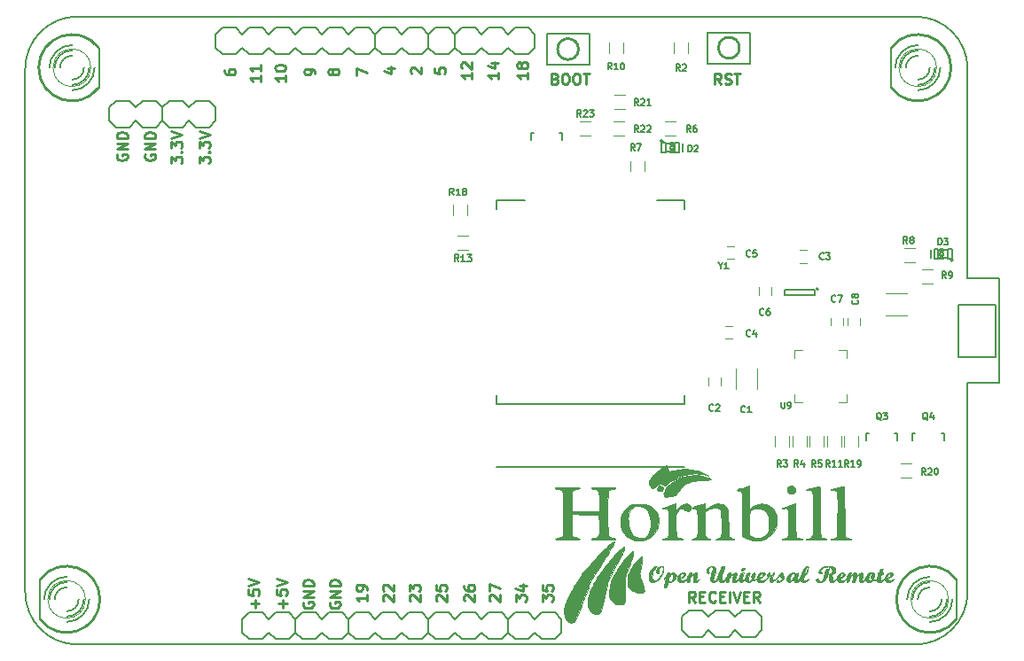
<source format=gbr>
G04 #@! TF.FileFunction,Legend,Top*
%FSLAX46Y46*%
G04 Gerber Fmt 4.6, Leading zero omitted, Abs format (unit mm)*
G04 Created by KiCad (PCBNEW 4.0.7) date 09/27/17 05:37:22*
%MOMM*%
%LPD*%
G01*
G04 APERTURE LIST*
%ADD10C,0.100000*%
%ADD11C,0.254000*%
%ADD12C,0.150000*%
%ADD13C,0.120000*%
%ADD14C,0.203200*%
%ADD15C,0.076200*%
%ADD16C,0.152400*%
%ADD17C,0.050800*%
G04 APERTURE END LIST*
D10*
D11*
X112981619Y-72837524D02*
X112981619Y-73418095D01*
X112981619Y-73127809D02*
X111965619Y-73127809D01*
X112110762Y-73224571D01*
X112207524Y-73321333D01*
X112255905Y-73418095D01*
X112401048Y-72256952D02*
X112352667Y-72353714D01*
X112304286Y-72402095D01*
X112207524Y-72450476D01*
X112159143Y-72450476D01*
X112062381Y-72402095D01*
X112014000Y-72353714D01*
X111965619Y-72256952D01*
X111965619Y-72063429D01*
X112014000Y-71966667D01*
X112062381Y-71918286D01*
X112159143Y-71869905D01*
X112207524Y-71869905D01*
X112304286Y-71918286D01*
X112352667Y-71966667D01*
X112401048Y-72063429D01*
X112401048Y-72256952D01*
X112449429Y-72353714D01*
X112497810Y-72402095D01*
X112594571Y-72450476D01*
X112788095Y-72450476D01*
X112884857Y-72402095D01*
X112933238Y-72353714D01*
X112981619Y-72256952D01*
X112981619Y-72063429D01*
X112933238Y-71966667D01*
X112884857Y-71918286D01*
X112788095Y-71869905D01*
X112594571Y-71869905D01*
X112497810Y-71918286D01*
X112449429Y-71966667D01*
X112401048Y-72063429D01*
X110187619Y-72837524D02*
X110187619Y-73418095D01*
X110187619Y-73127809D02*
X109171619Y-73127809D01*
X109316762Y-73224571D01*
X109413524Y-73321333D01*
X109461905Y-73418095D01*
X109510286Y-71966667D02*
X110187619Y-71966667D01*
X109123238Y-72208571D02*
X109848952Y-72450476D01*
X109848952Y-71821524D01*
X107647619Y-72837524D02*
X107647619Y-73418095D01*
X107647619Y-73127809D02*
X106631619Y-73127809D01*
X106776762Y-73224571D01*
X106873524Y-73321333D01*
X106921905Y-73418095D01*
X106728381Y-72450476D02*
X106680000Y-72402095D01*
X106631619Y-72305333D01*
X106631619Y-72063429D01*
X106680000Y-71966667D01*
X106728381Y-71918286D01*
X106825143Y-71869905D01*
X106921905Y-71869905D01*
X107067048Y-71918286D01*
X107647619Y-72498857D01*
X107647619Y-71869905D01*
X104091619Y-72402095D02*
X104091619Y-72885904D01*
X104575429Y-72934285D01*
X104527048Y-72885904D01*
X104478667Y-72789142D01*
X104478667Y-72547238D01*
X104527048Y-72450476D01*
X104575429Y-72402095D01*
X104672190Y-72353714D01*
X104914095Y-72353714D01*
X105010857Y-72402095D01*
X105059238Y-72450476D01*
X105107619Y-72547238D01*
X105107619Y-72789142D01*
X105059238Y-72885904D01*
X105010857Y-72934285D01*
X101902381Y-72934285D02*
X101854000Y-72885904D01*
X101805619Y-72789142D01*
X101805619Y-72547238D01*
X101854000Y-72450476D01*
X101902381Y-72402095D01*
X101999143Y-72353714D01*
X102095905Y-72353714D01*
X102241048Y-72402095D01*
X102821619Y-72982666D01*
X102821619Y-72353714D01*
X99604286Y-72450476D02*
X100281619Y-72450476D01*
X99217238Y-72692380D02*
X99942952Y-72934285D01*
X99942952Y-72305333D01*
X96598619Y-73109666D02*
X96598619Y-72432333D01*
X97614619Y-72867761D01*
X92661619Y-72964523D02*
X92661619Y-72770999D01*
X92613238Y-72674238D01*
X92564857Y-72625857D01*
X92419714Y-72529095D01*
X92226190Y-72480714D01*
X91839143Y-72480714D01*
X91742381Y-72529095D01*
X91694000Y-72577476D01*
X91645619Y-72674238D01*
X91645619Y-72867761D01*
X91694000Y-72964523D01*
X91742381Y-73012904D01*
X91839143Y-73061285D01*
X92081048Y-73061285D01*
X92177810Y-73012904D01*
X92226190Y-72964523D01*
X92274571Y-72867761D01*
X92274571Y-72674238D01*
X92226190Y-72577476D01*
X92177810Y-72529095D01*
X92081048Y-72480714D01*
X94367048Y-72867761D02*
X94318667Y-72964523D01*
X94270286Y-73012904D01*
X94173524Y-73061285D01*
X94125143Y-73061285D01*
X94028381Y-73012904D01*
X93980000Y-72964523D01*
X93931619Y-72867761D01*
X93931619Y-72674238D01*
X93980000Y-72577476D01*
X94028381Y-72529095D01*
X94125143Y-72480714D01*
X94173524Y-72480714D01*
X94270286Y-72529095D01*
X94318667Y-72577476D01*
X94367048Y-72674238D01*
X94367048Y-72867761D01*
X94415429Y-72964523D01*
X94463810Y-73012904D01*
X94560571Y-73061285D01*
X94754095Y-73061285D01*
X94850857Y-73012904D01*
X94899238Y-72964523D01*
X94947619Y-72867761D01*
X94947619Y-72674238D01*
X94899238Y-72577476D01*
X94850857Y-72529095D01*
X94754095Y-72480714D01*
X94560571Y-72480714D01*
X94463810Y-72529095D01*
X94415429Y-72577476D01*
X94367048Y-72674238D01*
X89867619Y-73091524D02*
X89867619Y-73672095D01*
X89867619Y-73381809D02*
X88851619Y-73381809D01*
X88996762Y-73478571D01*
X89093524Y-73575333D01*
X89141905Y-73672095D01*
X88851619Y-72462571D02*
X88851619Y-72365810D01*
X88900000Y-72269048D01*
X88948381Y-72220667D01*
X89045143Y-72172286D01*
X89238667Y-72123905D01*
X89480571Y-72123905D01*
X89674095Y-72172286D01*
X89770857Y-72220667D01*
X89819238Y-72269048D01*
X89867619Y-72365810D01*
X89867619Y-72462571D01*
X89819238Y-72559333D01*
X89770857Y-72607714D01*
X89674095Y-72656095D01*
X89480571Y-72704476D01*
X89238667Y-72704476D01*
X89045143Y-72656095D01*
X88948381Y-72607714D01*
X88900000Y-72559333D01*
X88851619Y-72462571D01*
X87454619Y-73091524D02*
X87454619Y-73672095D01*
X87454619Y-73381809D02*
X86438619Y-73381809D01*
X86583762Y-73478571D01*
X86680524Y-73575333D01*
X86728905Y-73672095D01*
X87454619Y-72123905D02*
X87454619Y-72704476D01*
X87454619Y-72414190D02*
X86438619Y-72414190D01*
X86583762Y-72510952D01*
X86680524Y-72607714D01*
X86728905Y-72704476D01*
X84025619Y-72577476D02*
X84025619Y-72770999D01*
X84074000Y-72867761D01*
X84122381Y-72916142D01*
X84267524Y-73012904D01*
X84461048Y-73061285D01*
X84848095Y-73061285D01*
X84944857Y-73012904D01*
X84993238Y-72964523D01*
X85041619Y-72867761D01*
X85041619Y-72674238D01*
X84993238Y-72577476D01*
X84944857Y-72529095D01*
X84848095Y-72480714D01*
X84606190Y-72480714D01*
X84509429Y-72529095D01*
X84461048Y-72577476D01*
X84412667Y-72674238D01*
X84412667Y-72867761D01*
X84461048Y-72964523D01*
X84509429Y-73012904D01*
X84606190Y-73061285D01*
X73787000Y-80657095D02*
X73738619Y-80753857D01*
X73738619Y-80899000D01*
X73787000Y-81044142D01*
X73883762Y-81140904D01*
X73980524Y-81189285D01*
X74174048Y-81237666D01*
X74319190Y-81237666D01*
X74512714Y-81189285D01*
X74609476Y-81140904D01*
X74706238Y-81044142D01*
X74754619Y-80899000D01*
X74754619Y-80802238D01*
X74706238Y-80657095D01*
X74657857Y-80608714D01*
X74319190Y-80608714D01*
X74319190Y-80802238D01*
X74754619Y-80173285D02*
X73738619Y-80173285D01*
X74754619Y-79592714D01*
X73738619Y-79592714D01*
X74754619Y-79108904D02*
X73738619Y-79108904D01*
X73738619Y-78866999D01*
X73787000Y-78721857D01*
X73883762Y-78625095D01*
X73980524Y-78576714D01*
X74174048Y-78528333D01*
X74319190Y-78528333D01*
X74512714Y-78576714D01*
X74609476Y-78625095D01*
X74706238Y-78721857D01*
X74754619Y-78866999D01*
X74754619Y-79108904D01*
X76454000Y-80657095D02*
X76405619Y-80753857D01*
X76405619Y-80899000D01*
X76454000Y-81044142D01*
X76550762Y-81140904D01*
X76647524Y-81189285D01*
X76841048Y-81237666D01*
X76986190Y-81237666D01*
X77179714Y-81189285D01*
X77276476Y-81140904D01*
X77373238Y-81044142D01*
X77421619Y-80899000D01*
X77421619Y-80802238D01*
X77373238Y-80657095D01*
X77324857Y-80608714D01*
X76986190Y-80608714D01*
X76986190Y-80802238D01*
X77421619Y-80173285D02*
X76405619Y-80173285D01*
X77421619Y-79592714D01*
X76405619Y-79592714D01*
X77421619Y-79108904D02*
X76405619Y-79108904D01*
X76405619Y-78866999D01*
X76454000Y-78721857D01*
X76550762Y-78625095D01*
X76647524Y-78576714D01*
X76841048Y-78528333D01*
X76986190Y-78528333D01*
X77179714Y-78576714D01*
X77276476Y-78625095D01*
X77373238Y-78721857D01*
X77421619Y-78866999D01*
X77421619Y-79108904D01*
X81612619Y-81509809D02*
X81612619Y-80880857D01*
X81999667Y-81219523D01*
X81999667Y-81074381D01*
X82048048Y-80977619D01*
X82096429Y-80929238D01*
X82193190Y-80880857D01*
X82435095Y-80880857D01*
X82531857Y-80929238D01*
X82580238Y-80977619D01*
X82628619Y-81074381D01*
X82628619Y-81364666D01*
X82580238Y-81461428D01*
X82531857Y-81509809D01*
X82531857Y-80445428D02*
X82580238Y-80397047D01*
X82628619Y-80445428D01*
X82580238Y-80493809D01*
X82531857Y-80445428D01*
X82628619Y-80445428D01*
X81612619Y-80058380D02*
X81612619Y-79429428D01*
X81999667Y-79768094D01*
X81999667Y-79622952D01*
X82048048Y-79526190D01*
X82096429Y-79477809D01*
X82193190Y-79429428D01*
X82435095Y-79429428D01*
X82531857Y-79477809D01*
X82580238Y-79526190D01*
X82628619Y-79622952D01*
X82628619Y-79913237D01*
X82580238Y-80009999D01*
X82531857Y-80058380D01*
X81612619Y-79139142D02*
X82628619Y-78800475D01*
X81612619Y-78461809D01*
X78945619Y-81509809D02*
X78945619Y-80880857D01*
X79332667Y-81219523D01*
X79332667Y-81074381D01*
X79381048Y-80977619D01*
X79429429Y-80929238D01*
X79526190Y-80880857D01*
X79768095Y-80880857D01*
X79864857Y-80929238D01*
X79913238Y-80977619D01*
X79961619Y-81074381D01*
X79961619Y-81364666D01*
X79913238Y-81461428D01*
X79864857Y-81509809D01*
X79864857Y-80445428D02*
X79913238Y-80397047D01*
X79961619Y-80445428D01*
X79913238Y-80493809D01*
X79864857Y-80445428D01*
X79961619Y-80445428D01*
X78945619Y-80058380D02*
X78945619Y-79429428D01*
X79332667Y-79768094D01*
X79332667Y-79622952D01*
X79381048Y-79526190D01*
X79429429Y-79477809D01*
X79526190Y-79429428D01*
X79768095Y-79429428D01*
X79864857Y-79477809D01*
X79913238Y-79526190D01*
X79961619Y-79622952D01*
X79961619Y-79913237D01*
X79913238Y-80009999D01*
X79864857Y-80058380D01*
X78945619Y-79139142D02*
X79961619Y-78800475D01*
X78945619Y-78461809D01*
X114378619Y-123377476D02*
X114378619Y-122748524D01*
X114765667Y-123087190D01*
X114765667Y-122942048D01*
X114814048Y-122845286D01*
X114862429Y-122796905D01*
X114959190Y-122748524D01*
X115201095Y-122748524D01*
X115297857Y-122796905D01*
X115346238Y-122845286D01*
X115394619Y-122942048D01*
X115394619Y-123232333D01*
X115346238Y-123329095D01*
X115297857Y-123377476D01*
X114378619Y-121829286D02*
X114378619Y-122313095D01*
X114862429Y-122361476D01*
X114814048Y-122313095D01*
X114765667Y-122216333D01*
X114765667Y-121974429D01*
X114814048Y-121877667D01*
X114862429Y-121829286D01*
X114959190Y-121780905D01*
X115201095Y-121780905D01*
X115297857Y-121829286D01*
X115346238Y-121877667D01*
X115394619Y-121974429D01*
X115394619Y-122216333D01*
X115346238Y-122313095D01*
X115297857Y-122361476D01*
X111838619Y-123377476D02*
X111838619Y-122748524D01*
X112225667Y-123087190D01*
X112225667Y-122942048D01*
X112274048Y-122845286D01*
X112322429Y-122796905D01*
X112419190Y-122748524D01*
X112661095Y-122748524D01*
X112757857Y-122796905D01*
X112806238Y-122845286D01*
X112854619Y-122942048D01*
X112854619Y-123232333D01*
X112806238Y-123329095D01*
X112757857Y-123377476D01*
X112177286Y-121877667D02*
X112854619Y-121877667D01*
X111790238Y-122119571D02*
X112515952Y-122361476D01*
X112515952Y-121732524D01*
X109395381Y-123329095D02*
X109347000Y-123280714D01*
X109298619Y-123183952D01*
X109298619Y-122942048D01*
X109347000Y-122845286D01*
X109395381Y-122796905D01*
X109492143Y-122748524D01*
X109588905Y-122748524D01*
X109734048Y-122796905D01*
X110314619Y-123377476D01*
X110314619Y-122748524D01*
X109298619Y-122409857D02*
X109298619Y-121732524D01*
X110314619Y-122167952D01*
X106982381Y-123329095D02*
X106934000Y-123280714D01*
X106885619Y-123183952D01*
X106885619Y-122942048D01*
X106934000Y-122845286D01*
X106982381Y-122796905D01*
X107079143Y-122748524D01*
X107175905Y-122748524D01*
X107321048Y-122796905D01*
X107901619Y-123377476D01*
X107901619Y-122748524D01*
X106885619Y-121877667D02*
X106885619Y-122071190D01*
X106934000Y-122167952D01*
X106982381Y-122216333D01*
X107127524Y-122313095D01*
X107321048Y-122361476D01*
X107708095Y-122361476D01*
X107804857Y-122313095D01*
X107853238Y-122264714D01*
X107901619Y-122167952D01*
X107901619Y-121974429D01*
X107853238Y-121877667D01*
X107804857Y-121829286D01*
X107708095Y-121780905D01*
X107466190Y-121780905D01*
X107369429Y-121829286D01*
X107321048Y-121877667D01*
X107272667Y-121974429D01*
X107272667Y-122167952D01*
X107321048Y-122264714D01*
X107369429Y-122313095D01*
X107466190Y-122361476D01*
X104315381Y-123329095D02*
X104267000Y-123280714D01*
X104218619Y-123183952D01*
X104218619Y-122942048D01*
X104267000Y-122845286D01*
X104315381Y-122796905D01*
X104412143Y-122748524D01*
X104508905Y-122748524D01*
X104654048Y-122796905D01*
X105234619Y-123377476D01*
X105234619Y-122748524D01*
X104218619Y-121829286D02*
X104218619Y-122313095D01*
X104702429Y-122361476D01*
X104654048Y-122313095D01*
X104605667Y-122216333D01*
X104605667Y-121974429D01*
X104654048Y-121877667D01*
X104702429Y-121829286D01*
X104799190Y-121780905D01*
X105041095Y-121780905D01*
X105137857Y-121829286D01*
X105186238Y-121877667D01*
X105234619Y-121974429D01*
X105234619Y-122216333D01*
X105186238Y-122313095D01*
X105137857Y-122361476D01*
X101775381Y-123329095D02*
X101727000Y-123280714D01*
X101678619Y-123183952D01*
X101678619Y-122942048D01*
X101727000Y-122845286D01*
X101775381Y-122796905D01*
X101872143Y-122748524D01*
X101968905Y-122748524D01*
X102114048Y-122796905D01*
X102694619Y-123377476D01*
X102694619Y-122748524D01*
X101678619Y-122409857D02*
X101678619Y-121780905D01*
X102065667Y-122119571D01*
X102065667Y-121974429D01*
X102114048Y-121877667D01*
X102162429Y-121829286D01*
X102259190Y-121780905D01*
X102501095Y-121780905D01*
X102597857Y-121829286D01*
X102646238Y-121877667D01*
X102694619Y-121974429D01*
X102694619Y-122264714D01*
X102646238Y-122361476D01*
X102597857Y-122409857D01*
X99235381Y-123329095D02*
X99187000Y-123280714D01*
X99138619Y-123183952D01*
X99138619Y-122942048D01*
X99187000Y-122845286D01*
X99235381Y-122796905D01*
X99332143Y-122748524D01*
X99428905Y-122748524D01*
X99574048Y-122796905D01*
X100154619Y-123377476D01*
X100154619Y-122748524D01*
X99235381Y-122361476D02*
X99187000Y-122313095D01*
X99138619Y-122216333D01*
X99138619Y-121974429D01*
X99187000Y-121877667D01*
X99235381Y-121829286D01*
X99332143Y-121780905D01*
X99428905Y-121780905D01*
X99574048Y-121829286D01*
X100154619Y-122409857D01*
X100154619Y-121780905D01*
X97614619Y-122748524D02*
X97614619Y-123329095D01*
X97614619Y-123038809D02*
X96598619Y-123038809D01*
X96743762Y-123135571D01*
X96840524Y-123232333D01*
X96888905Y-123329095D01*
X97614619Y-122264714D02*
X97614619Y-122071190D01*
X97566238Y-121974429D01*
X97517857Y-121926048D01*
X97372714Y-121829286D01*
X97179190Y-121780905D01*
X96792143Y-121780905D01*
X96695381Y-121829286D01*
X96647000Y-121877667D01*
X96598619Y-121974429D01*
X96598619Y-122167952D01*
X96647000Y-122264714D01*
X96695381Y-122313095D01*
X96792143Y-122361476D01*
X97034048Y-122361476D01*
X97130810Y-122313095D01*
X97179190Y-122264714D01*
X97227571Y-122167952D01*
X97227571Y-121974429D01*
X97179190Y-121877667D01*
X97130810Y-121829286D01*
X97034048Y-121780905D01*
X94107000Y-123456095D02*
X94058619Y-123552857D01*
X94058619Y-123698000D01*
X94107000Y-123843142D01*
X94203762Y-123939904D01*
X94300524Y-123988285D01*
X94494048Y-124036666D01*
X94639190Y-124036666D01*
X94832714Y-123988285D01*
X94929476Y-123939904D01*
X95026238Y-123843142D01*
X95074619Y-123698000D01*
X95074619Y-123601238D01*
X95026238Y-123456095D01*
X94977857Y-123407714D01*
X94639190Y-123407714D01*
X94639190Y-123601238D01*
X95074619Y-122972285D02*
X94058619Y-122972285D01*
X95074619Y-122391714D01*
X94058619Y-122391714D01*
X95074619Y-121907904D02*
X94058619Y-121907904D01*
X94058619Y-121665999D01*
X94107000Y-121520857D01*
X94203762Y-121424095D01*
X94300524Y-121375714D01*
X94494048Y-121327333D01*
X94639190Y-121327333D01*
X94832714Y-121375714D01*
X94929476Y-121424095D01*
X95026238Y-121520857D01*
X95074619Y-121665999D01*
X95074619Y-121907904D01*
X91567000Y-123456095D02*
X91518619Y-123552857D01*
X91518619Y-123698000D01*
X91567000Y-123843142D01*
X91663762Y-123939904D01*
X91760524Y-123988285D01*
X91954048Y-124036666D01*
X92099190Y-124036666D01*
X92292714Y-123988285D01*
X92389476Y-123939904D01*
X92486238Y-123843142D01*
X92534619Y-123698000D01*
X92534619Y-123601238D01*
X92486238Y-123456095D01*
X92437857Y-123407714D01*
X92099190Y-123407714D01*
X92099190Y-123601238D01*
X92534619Y-122972285D02*
X91518619Y-122972285D01*
X92534619Y-122391714D01*
X91518619Y-122391714D01*
X92534619Y-121907904D02*
X91518619Y-121907904D01*
X91518619Y-121665999D01*
X91567000Y-121520857D01*
X91663762Y-121424095D01*
X91760524Y-121375714D01*
X91954048Y-121327333D01*
X92099190Y-121327333D01*
X92292714Y-121375714D01*
X92389476Y-121424095D01*
X92486238Y-121520857D01*
X92534619Y-121665999D01*
X92534619Y-121907904D01*
X89607571Y-123988285D02*
X89607571Y-123214190D01*
X89994619Y-123601238D02*
X89220524Y-123601238D01*
X88978619Y-122246571D02*
X88978619Y-122730380D01*
X89462429Y-122778761D01*
X89414048Y-122730380D01*
X89365667Y-122633618D01*
X89365667Y-122391714D01*
X89414048Y-122294952D01*
X89462429Y-122246571D01*
X89559190Y-122198190D01*
X89801095Y-122198190D01*
X89897857Y-122246571D01*
X89946238Y-122294952D01*
X89994619Y-122391714D01*
X89994619Y-122633618D01*
X89946238Y-122730380D01*
X89897857Y-122778761D01*
X88978619Y-121907904D02*
X89994619Y-121569237D01*
X88978619Y-121230571D01*
X86940571Y-123988285D02*
X86940571Y-123214190D01*
X87327619Y-123601238D02*
X86553524Y-123601238D01*
X86311619Y-122246571D02*
X86311619Y-122730380D01*
X86795429Y-122778761D01*
X86747048Y-122730380D01*
X86698667Y-122633618D01*
X86698667Y-122391714D01*
X86747048Y-122294952D01*
X86795429Y-122246571D01*
X86892190Y-122198190D01*
X87134095Y-122198190D01*
X87230857Y-122246571D01*
X87279238Y-122294952D01*
X87327619Y-122391714D01*
X87327619Y-122633618D01*
X87279238Y-122730380D01*
X87230857Y-122778761D01*
X86311619Y-121907904D02*
X87327619Y-121569237D01*
X86311619Y-121230571D01*
X128992286Y-123459619D02*
X128653620Y-122975810D01*
X128411715Y-123459619D02*
X128411715Y-122443619D01*
X128798762Y-122443619D01*
X128895524Y-122492000D01*
X128943905Y-122540381D01*
X128992286Y-122637143D01*
X128992286Y-122782286D01*
X128943905Y-122879048D01*
X128895524Y-122927429D01*
X128798762Y-122975810D01*
X128411715Y-122975810D01*
X129427715Y-122927429D02*
X129766381Y-122927429D01*
X129911524Y-123459619D02*
X129427715Y-123459619D01*
X129427715Y-122443619D01*
X129911524Y-122443619D01*
X130927524Y-123362857D02*
X130879143Y-123411238D01*
X130734000Y-123459619D01*
X130637238Y-123459619D01*
X130492096Y-123411238D01*
X130395334Y-123314476D01*
X130346953Y-123217714D01*
X130298572Y-123024190D01*
X130298572Y-122879048D01*
X130346953Y-122685524D01*
X130395334Y-122588762D01*
X130492096Y-122492000D01*
X130637238Y-122443619D01*
X130734000Y-122443619D01*
X130879143Y-122492000D01*
X130927524Y-122540381D01*
X131362953Y-122927429D02*
X131701619Y-122927429D01*
X131846762Y-123459619D02*
X131362953Y-123459619D01*
X131362953Y-122443619D01*
X131846762Y-122443619D01*
X132282191Y-123459619D02*
X132282191Y-122443619D01*
X132620858Y-122443619D02*
X132959525Y-123459619D01*
X133298191Y-122443619D01*
X133636858Y-122927429D02*
X133975524Y-122927429D01*
X134120667Y-123459619D02*
X133636858Y-123459619D01*
X133636858Y-122443619D01*
X134120667Y-122443619D01*
X135136667Y-123459619D02*
X134798001Y-122975810D01*
X134556096Y-123459619D02*
X134556096Y-122443619D01*
X134943143Y-122443619D01*
X135039905Y-122492000D01*
X135088286Y-122540381D01*
X135136667Y-122637143D01*
X135136667Y-122782286D01*
X135088286Y-122879048D01*
X135039905Y-122927429D01*
X134943143Y-122975810D01*
X134556096Y-122975810D01*
D12*
X65000000Y-112500000D02*
X65000000Y-82500000D01*
X155000000Y-77500000D02*
X155000000Y-87500000D01*
D11*
X131443619Y-73959619D02*
X131104953Y-73475810D01*
X130863048Y-73959619D02*
X130863048Y-72943619D01*
X131250095Y-72943619D01*
X131346857Y-72992000D01*
X131395238Y-73040381D01*
X131443619Y-73137143D01*
X131443619Y-73282286D01*
X131395238Y-73379048D01*
X131346857Y-73427429D01*
X131250095Y-73475810D01*
X130863048Y-73475810D01*
X131830667Y-73911238D02*
X131975810Y-73959619D01*
X132217714Y-73959619D01*
X132314476Y-73911238D01*
X132362857Y-73862857D01*
X132411238Y-73766095D01*
X132411238Y-73669333D01*
X132362857Y-73572571D01*
X132314476Y-73524190D01*
X132217714Y-73475810D01*
X132024191Y-73427429D01*
X131927429Y-73379048D01*
X131879048Y-73330667D01*
X131830667Y-73233905D01*
X131830667Y-73137143D01*
X131879048Y-73040381D01*
X131927429Y-72992000D01*
X132024191Y-72943619D01*
X132266095Y-72943619D01*
X132411238Y-72992000D01*
X132701524Y-72943619D02*
X133282095Y-72943619D01*
X132991810Y-73959619D02*
X132991810Y-72943619D01*
X115621143Y-73427429D02*
X115766286Y-73475810D01*
X115814667Y-73524190D01*
X115863048Y-73620952D01*
X115863048Y-73766095D01*
X115814667Y-73862857D01*
X115766286Y-73911238D01*
X115669524Y-73959619D01*
X115282477Y-73959619D01*
X115282477Y-72943619D01*
X115621143Y-72943619D01*
X115717905Y-72992000D01*
X115766286Y-73040381D01*
X115814667Y-73137143D01*
X115814667Y-73233905D01*
X115766286Y-73330667D01*
X115717905Y-73379048D01*
X115621143Y-73427429D01*
X115282477Y-73427429D01*
X116492001Y-72943619D02*
X116685524Y-72943619D01*
X116782286Y-72992000D01*
X116879048Y-73088762D01*
X116927429Y-73282286D01*
X116927429Y-73620952D01*
X116879048Y-73814476D01*
X116782286Y-73911238D01*
X116685524Y-73959619D01*
X116492001Y-73959619D01*
X116395239Y-73911238D01*
X116298477Y-73814476D01*
X116250096Y-73620952D01*
X116250096Y-73282286D01*
X116298477Y-73088762D01*
X116395239Y-72992000D01*
X116492001Y-72943619D01*
X117556382Y-72943619D02*
X117749905Y-72943619D01*
X117846667Y-72992000D01*
X117943429Y-73088762D01*
X117991810Y-73282286D01*
X117991810Y-73620952D01*
X117943429Y-73814476D01*
X117846667Y-73911238D01*
X117749905Y-73959619D01*
X117556382Y-73959619D01*
X117459620Y-73911238D01*
X117362858Y-73814476D01*
X117314477Y-73620952D01*
X117314477Y-73282286D01*
X117362858Y-73088762D01*
X117459620Y-72992000D01*
X117556382Y-72943619D01*
X118282096Y-72943619D02*
X118862667Y-72943619D01*
X118572382Y-73959619D02*
X118572382Y-72943619D01*
D12*
X65000000Y-122500000D02*
X65000000Y-112500000D01*
X65000000Y-72500000D02*
X65000000Y-82500000D01*
X158000000Y-102500000D02*
X155000000Y-102500000D01*
X158000000Y-92500000D02*
X158000000Y-102500000D01*
X155000000Y-92500000D02*
X158000000Y-92500000D01*
X150000000Y-67500000D02*
X70000000Y-67500000D01*
X155000000Y-77500000D02*
X155000000Y-72500000D01*
X155000000Y-122500000D02*
X155000000Y-102500000D01*
X70000000Y-127500000D02*
X150000000Y-127500000D01*
X155000000Y-72500000D02*
G75*
G03X150000000Y-67500000I-5000000J0D01*
G01*
X150000000Y-127500000D02*
G75*
G03X155000000Y-122500000I0J5000000D01*
G01*
X65000000Y-122500000D02*
G75*
G03X70000000Y-127500000I5000000J0D01*
G01*
X70000000Y-67500000D02*
G75*
G03X65000000Y-72500000I0J-5000000D01*
G01*
X155000000Y-92500000D02*
X155000000Y-87500000D01*
X78105000Y-76200000D02*
X78105000Y-77470000D01*
X78105000Y-77470000D02*
X78740000Y-78105000D01*
X78740000Y-78105000D02*
X80010000Y-78105000D01*
X80010000Y-78105000D02*
X80645000Y-77470000D01*
X80645000Y-77470000D02*
X81280000Y-78105000D01*
X81280000Y-78105000D02*
X82550000Y-78105000D01*
X82550000Y-78105000D02*
X83185000Y-77470000D01*
X83185000Y-77470000D02*
X83185000Y-76200000D01*
X83185000Y-76200000D02*
X82550000Y-75565000D01*
X82550000Y-75565000D02*
X81280000Y-75565000D01*
X81280000Y-75565000D02*
X80645000Y-76200000D01*
X80645000Y-76200000D02*
X80010000Y-75565000D01*
X80010000Y-75565000D02*
X78740000Y-75565000D01*
X78740000Y-75565000D02*
X78105000Y-76200000D01*
X85725000Y-125095000D02*
X85725000Y-126365000D01*
X85725000Y-126365000D02*
X86360000Y-127000000D01*
X86360000Y-127000000D02*
X87630000Y-127000000D01*
X87630000Y-127000000D02*
X88265000Y-126365000D01*
X88265000Y-126365000D02*
X88900000Y-127000000D01*
X88900000Y-127000000D02*
X90170000Y-127000000D01*
X90170000Y-127000000D02*
X90805000Y-126365000D01*
X90805000Y-126365000D02*
X90805000Y-125095000D01*
X90805000Y-125095000D02*
X90170000Y-124460000D01*
X90170000Y-124460000D02*
X88900000Y-124460000D01*
X88900000Y-124460000D02*
X88265000Y-125095000D01*
X88265000Y-125095000D02*
X87630000Y-124460000D01*
X87630000Y-124460000D02*
X86360000Y-124460000D01*
X86360000Y-124460000D02*
X85725000Y-125095000D01*
X78105000Y-77470000D02*
X78105000Y-76200000D01*
X78105000Y-76200000D02*
X77470000Y-75565000D01*
X77470000Y-75565000D02*
X76200000Y-75565000D01*
X76200000Y-75565000D02*
X75565000Y-76200000D01*
X75565000Y-76200000D02*
X74930000Y-75565000D01*
X74930000Y-75565000D02*
X73660000Y-75565000D01*
X73660000Y-75565000D02*
X73025000Y-76200000D01*
X73025000Y-76200000D02*
X73025000Y-77470000D01*
X73025000Y-77470000D02*
X73660000Y-78105000D01*
X73660000Y-78105000D02*
X74930000Y-78105000D01*
X74930000Y-78105000D02*
X75565000Y-77470000D01*
X75565000Y-77470000D02*
X76200000Y-78105000D01*
X76200000Y-78105000D02*
X77470000Y-78105000D01*
X77470000Y-78105000D02*
X78105000Y-77470000D01*
X95885000Y-126365000D02*
X95885000Y-125095000D01*
X95885000Y-125095000D02*
X95250000Y-124460000D01*
X95250000Y-124460000D02*
X93980000Y-124460000D01*
X93980000Y-124460000D02*
X93345000Y-125095000D01*
X93345000Y-125095000D02*
X92710000Y-124460000D01*
X92710000Y-124460000D02*
X91440000Y-124460000D01*
X91440000Y-124460000D02*
X90805000Y-125095000D01*
X90805000Y-125095000D02*
X90805000Y-126365000D01*
X90805000Y-126365000D02*
X91440000Y-127000000D01*
X91440000Y-127000000D02*
X92710000Y-127000000D01*
X92710000Y-127000000D02*
X93345000Y-126365000D01*
X93345000Y-126365000D02*
X93980000Y-127000000D01*
X93980000Y-127000000D02*
X95250000Y-127000000D01*
X95250000Y-127000000D02*
X95885000Y-126365000D01*
X103505000Y-70485000D02*
X103505000Y-69215000D01*
X103505000Y-69215000D02*
X102870000Y-68580000D01*
X102870000Y-68580000D02*
X101600000Y-68580000D01*
X101600000Y-68580000D02*
X100965000Y-69215000D01*
X100965000Y-69215000D02*
X100330000Y-68580000D01*
X100330000Y-68580000D02*
X99060000Y-68580000D01*
X99060000Y-68580000D02*
X98425000Y-69215000D01*
X98425000Y-69215000D02*
X98425000Y-70485000D01*
X98425000Y-70485000D02*
X99060000Y-71120000D01*
X99060000Y-71120000D02*
X100330000Y-71120000D01*
X100330000Y-71120000D02*
X100965000Y-70485000D01*
X100965000Y-70485000D02*
X101600000Y-71120000D01*
X101600000Y-71120000D02*
X102870000Y-71120000D01*
X102870000Y-71120000D02*
X103505000Y-70485000D01*
X83185000Y-69215000D02*
X83185000Y-70485000D01*
X83185000Y-70485000D02*
X83820000Y-71120000D01*
X83820000Y-71120000D02*
X85090000Y-71120000D01*
X85090000Y-71120000D02*
X85725000Y-70485000D01*
X85725000Y-70485000D02*
X86360000Y-71120000D01*
X86360000Y-71120000D02*
X87630000Y-71120000D01*
X87630000Y-71120000D02*
X88265000Y-70485000D01*
X88265000Y-70485000D02*
X88900000Y-71120000D01*
X88900000Y-71120000D02*
X90170000Y-71120000D01*
X90170000Y-71120000D02*
X90805000Y-70485000D01*
X90805000Y-70485000D02*
X91440000Y-71120000D01*
X91440000Y-71120000D02*
X92710000Y-71120000D01*
X92710000Y-71120000D02*
X93345000Y-70485000D01*
X93345000Y-70485000D02*
X93980000Y-71120000D01*
X93980000Y-71120000D02*
X95250000Y-71120000D01*
X95250000Y-71120000D02*
X95885000Y-70485000D01*
X95885000Y-70485000D02*
X96520000Y-71120000D01*
X96520000Y-71120000D02*
X97790000Y-71120000D01*
X97790000Y-71120000D02*
X98425000Y-70485000D01*
X98425000Y-70485000D02*
X98425000Y-69215000D01*
X98425000Y-69215000D02*
X97790000Y-68580000D01*
X97790000Y-68580000D02*
X96520000Y-68580000D01*
X96520000Y-68580000D02*
X95885000Y-69215000D01*
X95885000Y-69215000D02*
X95250000Y-68580000D01*
X95250000Y-68580000D02*
X93980000Y-68580000D01*
X93980000Y-68580000D02*
X93345000Y-69215000D01*
X93345000Y-69215000D02*
X92710000Y-68580000D01*
X92710000Y-68580000D02*
X91440000Y-68580000D01*
X91440000Y-68580000D02*
X90805000Y-69215000D01*
X90805000Y-69215000D02*
X90170000Y-68580000D01*
X90170000Y-68580000D02*
X88900000Y-68580000D01*
X88900000Y-68580000D02*
X88265000Y-69215000D01*
X88265000Y-69215000D02*
X87630000Y-68580000D01*
X87630000Y-68580000D02*
X86360000Y-68580000D01*
X86360000Y-68580000D02*
X85725000Y-69215000D01*
X85725000Y-69215000D02*
X85090000Y-68580000D01*
X85090000Y-68580000D02*
X83820000Y-68580000D01*
X83820000Y-68580000D02*
X83185000Y-69215000D01*
X104140000Y-71120000D02*
X105410000Y-71120000D01*
X105410000Y-71120000D02*
X106045000Y-70485000D01*
X106045000Y-70485000D02*
X106045000Y-69215000D01*
X106045000Y-69215000D02*
X105410000Y-68580000D01*
X105410000Y-68580000D02*
X104140000Y-68580000D01*
X104140000Y-68580000D02*
X103505000Y-69215000D01*
X103505000Y-69215000D02*
X103505000Y-70485000D01*
X103505000Y-70485000D02*
X104140000Y-71120000D01*
X106045000Y-69215000D02*
X106045000Y-70485000D01*
X106045000Y-70485000D02*
X106680000Y-71120000D01*
X106680000Y-71120000D02*
X107950000Y-71120000D01*
X107950000Y-71120000D02*
X108585000Y-70485000D01*
X108585000Y-70485000D02*
X109220000Y-71120000D01*
X109220000Y-71120000D02*
X110490000Y-71120000D01*
X110490000Y-71120000D02*
X111125000Y-70485000D01*
X111125000Y-70485000D02*
X111760000Y-71120000D01*
X111760000Y-71120000D02*
X113030000Y-71120000D01*
X113030000Y-71120000D02*
X113665000Y-70485000D01*
X113665000Y-70485000D02*
X113665000Y-69215000D01*
X113665000Y-69215000D02*
X113030000Y-68580000D01*
X113030000Y-68580000D02*
X111760000Y-68580000D01*
X111760000Y-68580000D02*
X111125000Y-69215000D01*
X111125000Y-69215000D02*
X110490000Y-68580000D01*
X110490000Y-68580000D02*
X109220000Y-68580000D01*
X109220000Y-68580000D02*
X108585000Y-69215000D01*
X108585000Y-69215000D02*
X107950000Y-68580000D01*
X107950000Y-68580000D02*
X106680000Y-68580000D01*
X106680000Y-68580000D02*
X106045000Y-69215000D01*
X95885000Y-125095000D02*
X95885000Y-126365000D01*
X95885000Y-126365000D02*
X96520000Y-127000000D01*
X96520000Y-127000000D02*
X97790000Y-127000000D01*
X97790000Y-127000000D02*
X98425000Y-126365000D01*
X98425000Y-126365000D02*
X99060000Y-127000000D01*
X99060000Y-127000000D02*
X100330000Y-127000000D01*
X100330000Y-127000000D02*
X100965000Y-126365000D01*
X100965000Y-126365000D02*
X101600000Y-127000000D01*
X101600000Y-127000000D02*
X102870000Y-127000000D01*
X102870000Y-127000000D02*
X103505000Y-126365000D01*
X103505000Y-126365000D02*
X103505000Y-125095000D01*
X103505000Y-125095000D02*
X102870000Y-124460000D01*
X102870000Y-124460000D02*
X101600000Y-124460000D01*
X101600000Y-124460000D02*
X100965000Y-125095000D01*
X100965000Y-125095000D02*
X100330000Y-124460000D01*
X100330000Y-124460000D02*
X99060000Y-124460000D01*
X99060000Y-124460000D02*
X98425000Y-125095000D01*
X98425000Y-125095000D02*
X97790000Y-124460000D01*
X97790000Y-124460000D02*
X96520000Y-124460000D01*
X96520000Y-124460000D02*
X95885000Y-125095000D01*
X103505000Y-125095000D02*
X103505000Y-126365000D01*
X103505000Y-126365000D02*
X104140000Y-127000000D01*
X104140000Y-127000000D02*
X105410000Y-127000000D01*
X105410000Y-127000000D02*
X106045000Y-126365000D01*
X106045000Y-126365000D02*
X106680000Y-127000000D01*
X106680000Y-127000000D02*
X107950000Y-127000000D01*
X107950000Y-127000000D02*
X108585000Y-126365000D01*
X108585000Y-126365000D02*
X109220000Y-127000000D01*
X109220000Y-127000000D02*
X110490000Y-127000000D01*
X110490000Y-127000000D02*
X111125000Y-126365000D01*
X111125000Y-126365000D02*
X111125000Y-125095000D01*
X111125000Y-125095000D02*
X110490000Y-124460000D01*
X110490000Y-124460000D02*
X109220000Y-124460000D01*
X109220000Y-124460000D02*
X108585000Y-125095000D01*
X108585000Y-125095000D02*
X107950000Y-124460000D01*
X107950000Y-124460000D02*
X106680000Y-124460000D01*
X106680000Y-124460000D02*
X106045000Y-125095000D01*
X106045000Y-125095000D02*
X105410000Y-124460000D01*
X105410000Y-124460000D02*
X104140000Y-124460000D01*
X104140000Y-124460000D02*
X103505000Y-125095000D01*
X111125000Y-125095000D02*
X111125000Y-126365000D01*
X111125000Y-126365000D02*
X111760000Y-127000000D01*
X111760000Y-127000000D02*
X113030000Y-127000000D01*
X113030000Y-127000000D02*
X113665000Y-126365000D01*
X113665000Y-126365000D02*
X114300000Y-127000000D01*
X114300000Y-127000000D02*
X115570000Y-127000000D01*
X115570000Y-127000000D02*
X116205000Y-126365000D01*
X116205000Y-126365000D02*
X116205000Y-125095000D01*
X116205000Y-125095000D02*
X115570000Y-124460000D01*
X115570000Y-124460000D02*
X114300000Y-124460000D01*
X114300000Y-124460000D02*
X113665000Y-125095000D01*
X113665000Y-125095000D02*
X113030000Y-124460000D01*
X113030000Y-124460000D02*
X111760000Y-124460000D01*
X111760000Y-124460000D02*
X111125000Y-125095000D01*
X135350000Y-126135000D02*
X135350000Y-124865000D01*
X135350000Y-124865000D02*
X134715000Y-124230000D01*
X134715000Y-124230000D02*
X133445000Y-124230000D01*
X133445000Y-124230000D02*
X132810000Y-124865000D01*
X132810000Y-124865000D02*
X132175000Y-124230000D01*
X132175000Y-124230000D02*
X130905000Y-124230000D01*
X130905000Y-124230000D02*
X130270000Y-124865000D01*
X130270000Y-124865000D02*
X129635000Y-124230000D01*
X129635000Y-124230000D02*
X128365000Y-124230000D01*
X128365000Y-124230000D02*
X127730000Y-124865000D01*
X127730000Y-124865000D02*
X127730000Y-126135000D01*
X127730000Y-126135000D02*
X128365000Y-126770000D01*
X128365000Y-126770000D02*
X129635000Y-126770000D01*
X129635000Y-126770000D02*
X130270000Y-126135000D01*
X130270000Y-126135000D02*
X130905000Y-126770000D01*
X130905000Y-126770000D02*
X132175000Y-126770000D01*
X132175000Y-126770000D02*
X132810000Y-126135000D01*
X132810000Y-126135000D02*
X133445000Y-126770000D01*
X133445000Y-126770000D02*
X134715000Y-126770000D01*
X134715000Y-126770000D02*
X135350000Y-126135000D01*
X127819000Y-79610000D02*
X127819000Y-80410000D01*
X125910421Y-79410000D02*
G75*
G03X125910421Y-79410000I-141421J0D01*
G01*
X127068580Y-79560420D02*
X127068580Y-80459580D01*
X127068580Y-80459580D02*
X127467360Y-80459580D01*
X127467360Y-79560420D02*
X127467360Y-80459580D01*
X127068580Y-79560420D02*
X127467360Y-79560420D01*
X125770640Y-79560420D02*
X125770640Y-80459580D01*
X125770640Y-80459580D02*
X126169420Y-80459580D01*
X126169420Y-79560420D02*
X126169420Y-80459580D01*
X125770640Y-79560420D02*
X126169420Y-79560420D01*
X126619000Y-79560420D02*
X126619000Y-79710280D01*
X126619000Y-79710280D02*
X126918720Y-79710280D01*
X126918720Y-79560420D02*
X126918720Y-79710280D01*
X126619000Y-79560420D02*
X126918720Y-79560420D01*
X126619000Y-80309720D02*
X126619000Y-80459580D01*
X126619000Y-80459580D02*
X126918720Y-80459580D01*
X126918720Y-80309720D02*
X126918720Y-80459580D01*
X126619000Y-80309720D02*
X126918720Y-80309720D01*
X126619000Y-79860140D02*
X126619000Y-80159860D01*
X126619000Y-80159860D02*
X126918720Y-80159860D01*
X126918720Y-79860140D02*
X126918720Y-80159860D01*
X126619000Y-79860140D02*
X126918720Y-79860140D01*
X127068580Y-79611220D02*
X126169420Y-79611220D01*
X127068580Y-80408780D02*
X126169420Y-80408780D01*
X151454000Y-90570000D02*
X151454000Y-89770000D01*
X153645421Y-90770000D02*
G75*
G03X153645421Y-90770000I-141421J0D01*
G01*
X152204420Y-90619580D02*
X152204420Y-89720420D01*
X152204420Y-89720420D02*
X151805640Y-89720420D01*
X151805640Y-90619580D02*
X151805640Y-89720420D01*
X152204420Y-90619580D02*
X151805640Y-90619580D01*
X153502360Y-90619580D02*
X153502360Y-89720420D01*
X153502360Y-89720420D02*
X153103580Y-89720420D01*
X153103580Y-90619580D02*
X153103580Y-89720420D01*
X153502360Y-90619580D02*
X153103580Y-90619580D01*
X152654000Y-90619580D02*
X152654000Y-90469720D01*
X152654000Y-90469720D02*
X152354280Y-90469720D01*
X152354280Y-90619580D02*
X152354280Y-90469720D01*
X152654000Y-90619580D02*
X152354280Y-90619580D01*
X152654000Y-89870280D02*
X152654000Y-89720420D01*
X152654000Y-89720420D02*
X152354280Y-89720420D01*
X152354280Y-89870280D02*
X152354280Y-89720420D01*
X152654000Y-89870280D02*
X152354280Y-89870280D01*
X152654000Y-90319860D02*
X152654000Y-90020140D01*
X152654000Y-90020140D02*
X152354280Y-90020140D01*
X152354280Y-90319860D02*
X152354280Y-90020140D01*
X152654000Y-90319860D02*
X152354280Y-90319860D01*
X152204420Y-90568780D02*
X153103580Y-90568780D01*
X152204420Y-89771220D02*
X153103580Y-89771220D01*
D13*
X134878000Y-103108000D02*
X134878000Y-101108000D01*
X132838000Y-101108000D02*
X132838000Y-103108000D01*
X131410000Y-102012000D02*
X131410000Y-102712000D01*
X130210000Y-102712000D02*
X130210000Y-102012000D01*
X139669000Y-91024000D02*
X138969000Y-91024000D01*
X138969000Y-89824000D02*
X139669000Y-89824000D01*
X131857000Y-97063000D02*
X132557000Y-97063000D01*
X132557000Y-98263000D02*
X131857000Y-98263000D01*
X131984000Y-89443000D02*
X132684000Y-89443000D01*
X132684000Y-90643000D02*
X131984000Y-90643000D01*
X135036000Y-94076000D02*
X135036000Y-93376000D01*
X136236000Y-93376000D02*
X136236000Y-94076000D01*
X143545000Y-96997000D02*
X143545000Y-96297000D01*
X144745000Y-96297000D02*
X144745000Y-96997000D01*
D12*
X157662000Y-95036000D02*
X157662000Y-100036000D01*
X157662000Y-100036000D02*
X154162000Y-100036000D01*
X154162000Y-100036000D02*
X154162000Y-95536000D01*
X154162000Y-95536000D02*
X154162000Y-95036000D01*
X154162000Y-95036000D02*
X157662000Y-95036000D01*
D14*
X72059800Y-74295000D02*
X72059800Y-70485000D01*
D15*
X71265051Y-72390000D02*
G75*
G03X71265051Y-72390000I-1796051J0D01*
G01*
D11*
X72006997Y-70482332D02*
G75*
G03X72009000Y-74295000I-2537997J-1907668D01*
G01*
D16*
X69469000Y-71247000D02*
G75*
G03X68326000Y-72390000I0J-1143000D01*
G01*
X69469000Y-73533000D02*
G75*
G03X70612000Y-72390000I0J1143000D01*
G01*
X69469000Y-70739000D02*
G75*
G03X67818000Y-72390000I0J-1651000D01*
G01*
X69469000Y-74041000D02*
G75*
G03X71120000Y-72390000I0J1651000D01*
G01*
X69469000Y-70231000D02*
G75*
G03X67310000Y-72390000I0J-2159000D01*
G01*
X69469000Y-74549000D02*
G75*
G03X71628000Y-72390000I0J2159000D01*
G01*
D14*
X66370200Y-121285000D02*
X66370200Y-125095000D01*
D15*
X70757051Y-123190000D02*
G75*
G03X70757051Y-123190000I-1796051J0D01*
G01*
D11*
X66423003Y-125097668D02*
G75*
G03X66421000Y-121285000I2537997J1907668D01*
G01*
D16*
X68961000Y-124333000D02*
G75*
G03X70104000Y-123190000I0J1143000D01*
G01*
X68961000Y-122047000D02*
G75*
G03X67818000Y-123190000I0J-1143000D01*
G01*
X68961000Y-124841000D02*
G75*
G03X70612000Y-123190000I0J1651000D01*
G01*
X68961000Y-121539000D02*
G75*
G03X67310000Y-123190000I0J-1651000D01*
G01*
X68961000Y-125349000D02*
G75*
G03X71120000Y-123190000I0J2159000D01*
G01*
X68961000Y-121031000D02*
G75*
G03X66802000Y-123190000I0J-2159000D01*
G01*
D14*
X147650200Y-70485000D02*
X147650200Y-74295000D01*
D15*
X152037051Y-72390000D02*
G75*
G03X152037051Y-72390000I-1796051J0D01*
G01*
D11*
X147703003Y-74297668D02*
G75*
G03X147701000Y-70485000I2537997J1907668D01*
G01*
D16*
X150241000Y-73533000D02*
G75*
G03X151384000Y-72390000I0J1143000D01*
G01*
X150241000Y-71247000D02*
G75*
G03X149098000Y-72390000I0J-1143000D01*
G01*
X150241000Y-74041000D02*
G75*
G03X151892000Y-72390000I0J1651000D01*
G01*
X150241000Y-70739000D02*
G75*
G03X148590000Y-72390000I0J-1651000D01*
G01*
X150241000Y-74549000D02*
G75*
G03X152400000Y-72390000I0J2159000D01*
G01*
X150241000Y-70231000D02*
G75*
G03X148082000Y-72390000I0J-2159000D01*
G01*
D14*
X153974800Y-125095000D02*
X153974800Y-121285000D01*
D15*
X153180051Y-123190000D02*
G75*
G03X153180051Y-123190000I-1796051J0D01*
G01*
D11*
X153921997Y-121282332D02*
G75*
G03X153924000Y-125095000I-2537997J-1907668D01*
G01*
D16*
X151384000Y-122047000D02*
G75*
G03X150241000Y-123190000I0J-1143000D01*
G01*
X151384000Y-124333000D02*
G75*
G03X152527000Y-123190000I0J1143000D01*
G01*
X151384000Y-121539000D02*
G75*
G03X149733000Y-123190000I0J-1651000D01*
G01*
X151384000Y-124841000D02*
G75*
G03X153035000Y-123190000I0J1651000D01*
G01*
X151384000Y-121031000D02*
G75*
G03X149225000Y-123190000I0J-2159000D01*
G01*
X151384000Y-125349000D02*
G75*
G03X153543000Y-123190000I0J2159000D01*
G01*
D12*
X127999000Y-104540000D02*
X127999000Y-103640000D01*
X109999000Y-85040000D02*
X109999000Y-85940000D01*
X127999000Y-85040000D02*
X127999000Y-85940000D01*
X127999000Y-104540000D02*
X109999000Y-104540000D01*
X109999000Y-104540000D02*
X109999000Y-103640000D01*
X109999000Y-85040000D02*
X112699000Y-85040000D01*
X127999000Y-85040000D02*
X125299000Y-85040000D01*
X127999000Y-104540000D02*
X109999000Y-104540000D01*
X127999000Y-110540000D02*
X109999000Y-110540000D01*
D13*
X128315000Y-69985000D02*
X128315000Y-70985000D01*
X126955000Y-70985000D02*
X126955000Y-69985000D01*
X126119000Y-77552000D02*
X127119000Y-77552000D01*
X127119000Y-78912000D02*
X126119000Y-78912000D01*
X124124000Y-81288000D02*
X124124000Y-82288000D01*
X122764000Y-82288000D02*
X122764000Y-81288000D01*
X148979000Y-89617000D02*
X149979000Y-89617000D01*
X149979000Y-90977000D02*
X148979000Y-90977000D01*
X150630000Y-91649000D02*
X151630000Y-91649000D01*
X151630000Y-93009000D02*
X150630000Y-93009000D01*
X122092000Y-69985000D02*
X122092000Y-70985000D01*
X120732000Y-70985000D02*
X120732000Y-69985000D01*
X106307000Y-88474000D02*
X107307000Y-88474000D01*
X107307000Y-89834000D02*
X106307000Y-89834000D01*
X107180000Y-85500000D02*
X107180000Y-86500000D01*
X105820000Y-86500000D02*
X105820000Y-85500000D01*
X144571000Y-107577000D02*
X144571000Y-108577000D01*
X143211000Y-108577000D02*
X143211000Y-107577000D01*
X148598000Y-110191000D02*
X149598000Y-110191000D01*
X149598000Y-111551000D02*
X148598000Y-111551000D01*
X122293000Y-76372000D02*
X121293000Y-76372000D01*
X121293000Y-75012000D02*
X122293000Y-75012000D01*
X122166000Y-78912000D02*
X121166000Y-78912000D01*
X121166000Y-77552000D02*
X122166000Y-77552000D01*
X118991000Y-78912000D02*
X117991000Y-78912000D01*
X117991000Y-77552000D02*
X118991000Y-77552000D01*
D12*
X130175000Y-68986400D02*
X130175000Y-71983600D01*
X130175000Y-71983600D02*
X134239000Y-71983600D01*
X134239000Y-71983600D02*
X134239000Y-69037200D01*
X134239000Y-69037200D02*
X130200400Y-69037200D01*
D11*
X133207760Y-70485000D02*
G75*
G03X133207760Y-70485000I-1000760J0D01*
G01*
D12*
X114808000Y-69113400D02*
X114808000Y-72110600D01*
X114808000Y-72110600D02*
X118872000Y-72110600D01*
X118872000Y-72110600D02*
X118872000Y-69164200D01*
X118872000Y-69164200D02*
X114833400Y-69164200D01*
D11*
X117840760Y-70612000D02*
G75*
G03X117840760Y-70612000I-1000760J0D01*
G01*
D12*
X140738000Y-93553000D02*
G75*
G03X140738000Y-93553000I-100000J0D01*
G01*
X140388000Y-94103000D02*
X140388000Y-93603000D01*
X137488000Y-94103000D02*
X140388000Y-94103000D01*
X137488000Y-93603000D02*
X137488000Y-94103000D01*
X140388000Y-93603000D02*
X137488000Y-93603000D01*
X116107160Y-78597760D02*
X116058900Y-78597760D01*
X113308180Y-79298800D02*
X113308180Y-78597760D01*
X113308180Y-78597760D02*
X113557100Y-78597760D01*
X116107160Y-78597760D02*
X116307820Y-78597760D01*
X116307820Y-78597760D02*
X116307820Y-79298800D01*
X148111160Y-107299760D02*
X148062900Y-107299760D01*
X145312180Y-108000800D02*
X145312180Y-107299760D01*
X145312180Y-107299760D02*
X145561100Y-107299760D01*
X148111160Y-107299760D02*
X148311820Y-107299760D01*
X148311820Y-107299760D02*
X148311820Y-108000800D01*
X152556160Y-107299760D02*
X152507900Y-107299760D01*
X149757180Y-108000800D02*
X149757180Y-107299760D01*
X149757180Y-107299760D02*
X150006100Y-107299760D01*
X152556160Y-107299760D02*
X152756820Y-107299760D01*
X152756820Y-107299760D02*
X152756820Y-108000800D01*
D13*
X143094000Y-96297000D02*
X143094000Y-96997000D01*
X141894000Y-96997000D02*
X141894000Y-96297000D01*
X149209000Y-93971000D02*
X147209000Y-93971000D01*
X147209000Y-96021000D02*
X149209000Y-96021000D01*
X137967000Y-107577000D02*
X137967000Y-108577000D01*
X136607000Y-108577000D02*
X136607000Y-107577000D01*
X139618000Y-107577000D02*
X139618000Y-108577000D01*
X138258000Y-108577000D02*
X138258000Y-107577000D01*
X141269000Y-107577000D02*
X141269000Y-108577000D01*
X139909000Y-108577000D02*
X139909000Y-107577000D01*
X142920000Y-107577000D02*
X142920000Y-108577000D01*
X141560000Y-108577000D02*
X141560000Y-107577000D01*
D17*
X143469360Y-103604060D02*
X143469360Y-104353360D01*
X143469360Y-104353360D02*
X142720060Y-104353360D01*
X139219940Y-104353360D02*
X138470640Y-104353360D01*
X138470640Y-104353360D02*
X138470640Y-103604060D01*
X142720060Y-99354640D02*
X143469360Y-99354640D01*
X143469360Y-99354640D02*
X143469360Y-100103940D01*
X139219940Y-99354640D02*
X138470640Y-99354640D01*
X138470640Y-99354640D02*
X138470640Y-100103940D01*
D10*
G36*
X121230487Y-117691245D02*
X121203077Y-117782433D01*
X121149658Y-117913415D01*
X121075310Y-118074416D01*
X120985109Y-118255664D01*
X120884135Y-118447384D01*
X120777466Y-118639804D01*
X120670179Y-118823148D01*
X120567354Y-118987643D01*
X120474067Y-119123517D01*
X120433394Y-119176664D01*
X120359334Y-119281277D01*
X120282112Y-119409158D01*
X120247076Y-119475250D01*
X120180338Y-119596171D01*
X120106010Y-119711335D01*
X120068593Y-119761000D01*
X119999576Y-119856913D01*
X119925045Y-119978739D01*
X119888366Y-120046750D01*
X119827491Y-120153436D01*
X119737675Y-120294469D01*
X119633808Y-120446907D01*
X119579237Y-120523000D01*
X119335388Y-120872280D01*
X119140598Y-121189686D01*
X118983992Y-121494619D01*
X118854693Y-121806478D01*
X118845154Y-121832443D01*
X118778816Y-122014292D01*
X118697996Y-122235371D01*
X118610985Y-122473025D01*
X118526075Y-122704599D01*
X118487743Y-122809000D01*
X118406870Y-123030204D01*
X118320048Y-123269464D01*
X118235564Y-123503832D01*
X118161704Y-123710357D01*
X118132321Y-123793250D01*
X118063997Y-123975243D01*
X117974860Y-124195875D01*
X117874160Y-124433126D01*
X117771149Y-124664977D01*
X117716579Y-124782811D01*
X117619874Y-124985062D01*
X117544081Y-125134888D01*
X117483404Y-125241131D01*
X117432049Y-125312634D01*
X117384221Y-125358238D01*
X117334124Y-125386786D01*
X117316033Y-125393998D01*
X117178842Y-125434693D01*
X117066564Y-125434828D01*
X116940157Y-125391641D01*
X116880005Y-125363153D01*
X116774026Y-125293371D01*
X116686841Y-125193249D01*
X116612892Y-125053385D01*
X116546620Y-124864372D01*
X116512974Y-124742089D01*
X116467305Y-124470994D01*
X116470309Y-124188342D01*
X116522791Y-123875970D01*
X116557351Y-123740320D01*
X116596544Y-123601515D01*
X116632745Y-123485743D01*
X116671978Y-123379000D01*
X116720269Y-123267282D01*
X116783646Y-123136585D01*
X116868133Y-122972905D01*
X116971763Y-122777250D01*
X117050859Y-122626871D01*
X117147935Y-122439596D01*
X117250755Y-122239155D01*
X117347087Y-122049279D01*
X117348235Y-122047000D01*
X117461082Y-121838250D01*
X117601318Y-121602603D01*
X117760031Y-121353081D01*
X117928306Y-121102707D01*
X118097232Y-120864501D01*
X118257893Y-120651488D01*
X118401378Y-120476689D01*
X118485680Y-120385194D01*
X118574826Y-120290335D01*
X118697444Y-120153142D01*
X118841057Y-119987914D01*
X118993188Y-119808951D01*
X119095395Y-119686394D01*
X119236427Y-119517221D01*
X119367685Y-119362365D01*
X119479605Y-119232913D01*
X119562623Y-119139950D01*
X119602105Y-119099019D01*
X119802730Y-118910848D01*
X119947717Y-118770479D01*
X120035821Y-118679149D01*
X120065797Y-118638097D01*
X120065800Y-118637969D01*
X120092909Y-118606062D01*
X120166826Y-118532314D01*
X120276430Y-118427051D01*
X120410601Y-118300598D01*
X120558220Y-118163283D01*
X120708168Y-118025433D01*
X120849324Y-117897373D01*
X120970569Y-117789429D01*
X121060784Y-117711929D01*
X121078772Y-117697250D01*
X121168362Y-117645037D01*
X121226810Y-117649625D01*
X121230487Y-117691245D01*
X121230487Y-117691245D01*
X121230487Y-117691245D01*
G37*
X121230487Y-117691245D02*
X121203077Y-117782433D01*
X121149658Y-117913415D01*
X121075310Y-118074416D01*
X120985109Y-118255664D01*
X120884135Y-118447384D01*
X120777466Y-118639804D01*
X120670179Y-118823148D01*
X120567354Y-118987643D01*
X120474067Y-119123517D01*
X120433394Y-119176664D01*
X120359334Y-119281277D01*
X120282112Y-119409158D01*
X120247076Y-119475250D01*
X120180338Y-119596171D01*
X120106010Y-119711335D01*
X120068593Y-119761000D01*
X119999576Y-119856913D01*
X119925045Y-119978739D01*
X119888366Y-120046750D01*
X119827491Y-120153436D01*
X119737675Y-120294469D01*
X119633808Y-120446907D01*
X119579237Y-120523000D01*
X119335388Y-120872280D01*
X119140598Y-121189686D01*
X118983992Y-121494619D01*
X118854693Y-121806478D01*
X118845154Y-121832443D01*
X118778816Y-122014292D01*
X118697996Y-122235371D01*
X118610985Y-122473025D01*
X118526075Y-122704599D01*
X118487743Y-122809000D01*
X118406870Y-123030204D01*
X118320048Y-123269464D01*
X118235564Y-123503832D01*
X118161704Y-123710357D01*
X118132321Y-123793250D01*
X118063997Y-123975243D01*
X117974860Y-124195875D01*
X117874160Y-124433126D01*
X117771149Y-124664977D01*
X117716579Y-124782811D01*
X117619874Y-124985062D01*
X117544081Y-125134888D01*
X117483404Y-125241131D01*
X117432049Y-125312634D01*
X117384221Y-125358238D01*
X117334124Y-125386786D01*
X117316033Y-125393998D01*
X117178842Y-125434693D01*
X117066564Y-125434828D01*
X116940157Y-125391641D01*
X116880005Y-125363153D01*
X116774026Y-125293371D01*
X116686841Y-125193249D01*
X116612892Y-125053385D01*
X116546620Y-124864372D01*
X116512974Y-124742089D01*
X116467305Y-124470994D01*
X116470309Y-124188342D01*
X116522791Y-123875970D01*
X116557351Y-123740320D01*
X116596544Y-123601515D01*
X116632745Y-123485743D01*
X116671978Y-123379000D01*
X116720269Y-123267282D01*
X116783646Y-123136585D01*
X116868133Y-122972905D01*
X116971763Y-122777250D01*
X117050859Y-122626871D01*
X117147935Y-122439596D01*
X117250755Y-122239155D01*
X117347087Y-122049279D01*
X117348235Y-122047000D01*
X117461082Y-121838250D01*
X117601318Y-121602603D01*
X117760031Y-121353081D01*
X117928306Y-121102707D01*
X118097232Y-120864501D01*
X118257893Y-120651488D01*
X118401378Y-120476689D01*
X118485680Y-120385194D01*
X118574826Y-120290335D01*
X118697444Y-120153142D01*
X118841057Y-119987914D01*
X118993188Y-119808951D01*
X119095395Y-119686394D01*
X119236427Y-119517221D01*
X119367685Y-119362365D01*
X119479605Y-119232913D01*
X119562623Y-119139950D01*
X119602105Y-119099019D01*
X119802730Y-118910848D01*
X119947717Y-118770479D01*
X120035821Y-118679149D01*
X120065797Y-118638097D01*
X120065800Y-118637969D01*
X120092909Y-118606062D01*
X120166826Y-118532314D01*
X120276430Y-118427051D01*
X120410601Y-118300598D01*
X120558220Y-118163283D01*
X120708168Y-118025433D01*
X120849324Y-117897373D01*
X120970569Y-117789429D01*
X121060784Y-117711929D01*
X121078772Y-117697250D01*
X121168362Y-117645037D01*
X121226810Y-117649625D01*
X121230487Y-117691245D01*
X121230487Y-117691245D01*
G36*
X122221182Y-118171869D02*
X122215866Y-118248641D01*
X122176042Y-118380009D01*
X122104066Y-118565783D01*
X122099461Y-118576994D01*
X122004975Y-118805255D01*
X121930807Y-118980791D01*
X121872751Y-119112500D01*
X121826603Y-119209277D01*
X121788156Y-119280022D01*
X121753208Y-119333630D01*
X121724139Y-119371129D01*
X121668252Y-119454621D01*
X121606846Y-119569886D01*
X121569679Y-119652742D01*
X121467844Y-119878393D01*
X121337584Y-120132510D01*
X121194283Y-120386262D01*
X121079938Y-120570625D01*
X120807814Y-121065539D01*
X120628442Y-121577692D01*
X120596654Y-121713625D01*
X120555779Y-121904518D01*
X120510386Y-122112435D01*
X120467108Y-122307169D01*
X120443308Y-122412125D01*
X120408087Y-122567727D01*
X120364737Y-122762384D01*
X120318546Y-122972204D01*
X120274797Y-123173298D01*
X120271193Y-123190000D01*
X120140221Y-123702321D01*
X119957951Y-124260729D01*
X119889812Y-124446619D01*
X119815392Y-124519057D01*
X119674848Y-124565434D01*
X119497793Y-124580945D01*
X119313842Y-124560788D01*
X119264796Y-124547997D01*
X119138472Y-124485337D01*
X119018906Y-124373017D01*
X118901433Y-124205901D01*
X118820965Y-124059524D01*
X118740242Y-123863022D01*
X118696741Y-123657727D01*
X118691422Y-123435010D01*
X118725244Y-123186238D01*
X118799165Y-122902783D01*
X118914146Y-122576013D01*
X119012853Y-122332750D01*
X119080462Y-122169859D01*
X119149270Y-121999276D01*
X119207418Y-121850538D01*
X119222479Y-121810657D01*
X119274515Y-121692713D01*
X119354759Y-121536837D01*
X119454971Y-121356678D01*
X119566916Y-121165886D01*
X119682354Y-120978109D01*
X119793048Y-120806998D01*
X119890759Y-120666201D01*
X119967251Y-120569367D01*
X119979680Y-120556066D01*
X120042841Y-120484344D01*
X120135181Y-120370406D01*
X120244259Y-120229963D01*
X120356832Y-120079816D01*
X120726504Y-119611003D01*
X121170539Y-119108644D01*
X121647595Y-118613657D01*
X121850194Y-118414576D01*
X122006494Y-118271047D01*
X122118854Y-118182881D01*
X122189630Y-118149886D01*
X122221182Y-118171869D01*
X122221182Y-118171869D01*
X122221182Y-118171869D01*
G37*
X122221182Y-118171869D02*
X122215866Y-118248641D01*
X122176042Y-118380009D01*
X122104066Y-118565783D01*
X122099461Y-118576994D01*
X122004975Y-118805255D01*
X121930807Y-118980791D01*
X121872751Y-119112500D01*
X121826603Y-119209277D01*
X121788156Y-119280022D01*
X121753208Y-119333630D01*
X121724139Y-119371129D01*
X121668252Y-119454621D01*
X121606846Y-119569886D01*
X121569679Y-119652742D01*
X121467844Y-119878393D01*
X121337584Y-120132510D01*
X121194283Y-120386262D01*
X121079938Y-120570625D01*
X120807814Y-121065539D01*
X120628442Y-121577692D01*
X120596654Y-121713625D01*
X120555779Y-121904518D01*
X120510386Y-122112435D01*
X120467108Y-122307169D01*
X120443308Y-122412125D01*
X120408087Y-122567727D01*
X120364737Y-122762384D01*
X120318546Y-122972204D01*
X120274797Y-123173298D01*
X120271193Y-123190000D01*
X120140221Y-123702321D01*
X119957951Y-124260729D01*
X119889812Y-124446619D01*
X119815392Y-124519057D01*
X119674848Y-124565434D01*
X119497793Y-124580945D01*
X119313842Y-124560788D01*
X119264796Y-124547997D01*
X119138472Y-124485337D01*
X119018906Y-124373017D01*
X118901433Y-124205901D01*
X118820965Y-124059524D01*
X118740242Y-123863022D01*
X118696741Y-123657727D01*
X118691422Y-123435010D01*
X118725244Y-123186238D01*
X118799165Y-122902783D01*
X118914146Y-122576013D01*
X119012853Y-122332750D01*
X119080462Y-122169859D01*
X119149270Y-121999276D01*
X119207418Y-121850538D01*
X119222479Y-121810657D01*
X119274515Y-121692713D01*
X119354759Y-121536837D01*
X119454971Y-121356678D01*
X119566916Y-121165886D01*
X119682354Y-120978109D01*
X119793048Y-120806998D01*
X119890759Y-120666201D01*
X119967251Y-120569367D01*
X119979680Y-120556066D01*
X120042841Y-120484344D01*
X120135181Y-120370406D01*
X120244259Y-120229963D01*
X120356832Y-120079816D01*
X120726504Y-119611003D01*
X121170539Y-119108644D01*
X121647595Y-118613657D01*
X121850194Y-118414576D01*
X122006494Y-118271047D01*
X122118854Y-118182881D01*
X122189630Y-118149886D01*
X122221182Y-118171869D01*
X122221182Y-118171869D01*
G36*
X123068986Y-118650178D02*
X123063342Y-118767119D01*
X123058459Y-118800562D01*
X123023726Y-118988583D01*
X122980874Y-119172376D01*
X122934184Y-119336679D01*
X122887935Y-119466231D01*
X122851421Y-119538750D01*
X122811130Y-119617851D01*
X122770779Y-119726315D01*
X122755894Y-119776875D01*
X122711413Y-119924131D01*
X122646791Y-120112524D01*
X122569574Y-120322090D01*
X122487304Y-120532870D01*
X122407525Y-120724900D01*
X122346453Y-120860266D01*
X122335082Y-120915435D01*
X122324889Y-121025720D01*
X122316197Y-121182742D01*
X122309330Y-121378119D01*
X122304611Y-121603470D01*
X122302364Y-121850414D01*
X122302330Y-122003266D01*
X122302036Y-122268680D01*
X122299678Y-122525993D01*
X122295503Y-122765081D01*
X122289757Y-122975824D01*
X122282688Y-123148098D01*
X122274544Y-123271781D01*
X122270389Y-123310439D01*
X122235264Y-123476844D01*
X122174102Y-123589553D01*
X122074566Y-123657790D01*
X121924320Y-123690779D01*
X121752041Y-123698000D01*
X121616336Y-123693140D01*
X121513129Y-123671091D01*
X121407642Y-123620647D01*
X121296599Y-123551245D01*
X121040467Y-123347042D01*
X120865420Y-123118774D01*
X120769030Y-122860819D01*
X120748865Y-122567556D01*
X120776767Y-122348625D01*
X120809906Y-122171162D01*
X120845424Y-121971525D01*
X120876072Y-121790539D01*
X120878252Y-121777125D01*
X120908463Y-121645029D01*
X120959170Y-121481066D01*
X121024669Y-121298926D01*
X121099255Y-121112296D01*
X121177221Y-120934865D01*
X121252863Y-120780324D01*
X121320476Y-120662360D01*
X121369118Y-120599376D01*
X121417944Y-120539775D01*
X121487698Y-120438603D01*
X121565924Y-120314266D01*
X121593556Y-120267730D01*
X121690630Y-120113999D01*
X121818601Y-119929728D01*
X121968989Y-119725454D01*
X122133315Y-119511714D01*
X122303100Y-119299047D01*
X122469864Y-119097991D01*
X122625128Y-118919082D01*
X122760412Y-118772859D01*
X122867239Y-118669860D01*
X122901867Y-118641812D01*
X122990460Y-118589767D01*
X123045429Y-118591808D01*
X123068986Y-118650178D01*
X123068986Y-118650178D01*
X123068986Y-118650178D01*
G37*
X123068986Y-118650178D02*
X123063342Y-118767119D01*
X123058459Y-118800562D01*
X123023726Y-118988583D01*
X122980874Y-119172376D01*
X122934184Y-119336679D01*
X122887935Y-119466231D01*
X122851421Y-119538750D01*
X122811130Y-119617851D01*
X122770779Y-119726315D01*
X122755894Y-119776875D01*
X122711413Y-119924131D01*
X122646791Y-120112524D01*
X122569574Y-120322090D01*
X122487304Y-120532870D01*
X122407525Y-120724900D01*
X122346453Y-120860266D01*
X122335082Y-120915435D01*
X122324889Y-121025720D01*
X122316197Y-121182742D01*
X122309330Y-121378119D01*
X122304611Y-121603470D01*
X122302364Y-121850414D01*
X122302330Y-122003266D01*
X122302036Y-122268680D01*
X122299678Y-122525993D01*
X122295503Y-122765081D01*
X122289757Y-122975824D01*
X122282688Y-123148098D01*
X122274544Y-123271781D01*
X122270389Y-123310439D01*
X122235264Y-123476844D01*
X122174102Y-123589553D01*
X122074566Y-123657790D01*
X121924320Y-123690779D01*
X121752041Y-123698000D01*
X121616336Y-123693140D01*
X121513129Y-123671091D01*
X121407642Y-123620647D01*
X121296599Y-123551245D01*
X121040467Y-123347042D01*
X120865420Y-123118774D01*
X120769030Y-122860819D01*
X120748865Y-122567556D01*
X120776767Y-122348625D01*
X120809906Y-122171162D01*
X120845424Y-121971525D01*
X120876072Y-121790539D01*
X120878252Y-121777125D01*
X120908463Y-121645029D01*
X120959170Y-121481066D01*
X121024669Y-121298926D01*
X121099255Y-121112296D01*
X121177221Y-120934865D01*
X121252863Y-120780324D01*
X121320476Y-120662360D01*
X121369118Y-120599376D01*
X121417944Y-120539775D01*
X121487698Y-120438603D01*
X121565924Y-120314266D01*
X121593556Y-120267730D01*
X121690630Y-120113999D01*
X121818601Y-119929728D01*
X121968989Y-119725454D01*
X122133315Y-119511714D01*
X122303100Y-119299047D01*
X122469864Y-119097991D01*
X122625128Y-118919082D01*
X122760412Y-118772859D01*
X122867239Y-118669860D01*
X122901867Y-118641812D01*
X122990460Y-118589767D01*
X123045429Y-118591808D01*
X123068986Y-118650178D01*
X123068986Y-118650178D01*
G36*
X124119457Y-122343763D02*
X124118568Y-122423946D01*
X124098710Y-122471935D01*
X124056783Y-122503132D01*
X124045578Y-122508664D01*
X123922879Y-122538196D01*
X123740815Y-122550805D01*
X123537998Y-122546370D01*
X123353040Y-122524773D01*
X123291564Y-122510993D01*
X123085576Y-122430288D01*
X122880340Y-122308758D01*
X122704919Y-122166562D01*
X122588375Y-122023860D01*
X122587789Y-122022825D01*
X122551213Y-121949191D01*
X122526654Y-121872316D01*
X122512746Y-121779283D01*
X122508122Y-121657174D01*
X122511415Y-121493072D01*
X122517233Y-121356075D01*
X122528477Y-121153930D01*
X122544049Y-120995673D01*
X122569406Y-120862844D01*
X122610006Y-120736982D01*
X122671303Y-120599626D01*
X122758756Y-120432318D01*
X122826981Y-120308199D01*
X122944645Y-120110922D01*
X123080230Y-119908476D01*
X123226385Y-119709491D01*
X123375758Y-119522597D01*
X123520998Y-119356422D01*
X123654755Y-119219596D01*
X123769678Y-119120747D01*
X123858415Y-119068505D01*
X123888167Y-119062500D01*
X123909349Y-119092201D01*
X123919399Y-119174041D01*
X123919447Y-119297122D01*
X123910619Y-119450546D01*
X123894042Y-119623414D01*
X123870844Y-119804830D01*
X123842153Y-119983896D01*
X123809095Y-120149713D01*
X123772798Y-120291384D01*
X123755500Y-120344948D01*
X123715908Y-120475765D01*
X123686980Y-120605447D01*
X123677729Y-120674628D01*
X123685231Y-120760330D01*
X123713242Y-120895399D01*
X123758197Y-121067510D01*
X123816532Y-121264336D01*
X123884681Y-121473554D01*
X123959082Y-121682839D01*
X124001175Y-121793000D01*
X124040656Y-121915589D01*
X124077881Y-122068260D01*
X124104475Y-122215986D01*
X124119457Y-122343763D01*
X124119457Y-122343763D01*
X124119457Y-122343763D01*
G37*
X124119457Y-122343763D02*
X124118568Y-122423946D01*
X124098710Y-122471935D01*
X124056783Y-122503132D01*
X124045578Y-122508664D01*
X123922879Y-122538196D01*
X123740815Y-122550805D01*
X123537998Y-122546370D01*
X123353040Y-122524773D01*
X123291564Y-122510993D01*
X123085576Y-122430288D01*
X122880340Y-122308758D01*
X122704919Y-122166562D01*
X122588375Y-122023860D01*
X122587789Y-122022825D01*
X122551213Y-121949191D01*
X122526654Y-121872316D01*
X122512746Y-121779283D01*
X122508122Y-121657174D01*
X122511415Y-121493072D01*
X122517233Y-121356075D01*
X122528477Y-121153930D01*
X122544049Y-120995673D01*
X122569406Y-120862844D01*
X122610006Y-120736982D01*
X122671303Y-120599626D01*
X122758756Y-120432318D01*
X122826981Y-120308199D01*
X122944645Y-120110922D01*
X123080230Y-119908476D01*
X123226385Y-119709491D01*
X123375758Y-119522597D01*
X123520998Y-119356422D01*
X123654755Y-119219596D01*
X123769678Y-119120747D01*
X123858415Y-119068505D01*
X123888167Y-119062500D01*
X123909349Y-119092201D01*
X123919399Y-119174041D01*
X123919447Y-119297122D01*
X123910619Y-119450546D01*
X123894042Y-119623414D01*
X123870844Y-119804830D01*
X123842153Y-119983896D01*
X123809095Y-120149713D01*
X123772798Y-120291384D01*
X123755500Y-120344948D01*
X123715908Y-120475765D01*
X123686980Y-120605447D01*
X123677729Y-120674628D01*
X123685231Y-120760330D01*
X123713242Y-120895399D01*
X123758197Y-121067510D01*
X123816532Y-121264336D01*
X123884681Y-121473554D01*
X123959082Y-121682839D01*
X124001175Y-121793000D01*
X124040656Y-121915589D01*
X124077881Y-122068260D01*
X124104475Y-122215986D01*
X124119457Y-122343763D01*
X124119457Y-122343763D01*
G36*
X127160514Y-120886684D02*
X127145748Y-121026875D01*
X127090484Y-121169243D01*
X127003381Y-121303007D01*
X126893103Y-121417385D01*
X126867334Y-121434773D01*
X126867334Y-120972001D01*
X126850328Y-120867124D01*
X126805758Y-120797728D01*
X126746203Y-120777000D01*
X126647986Y-120808193D01*
X126562602Y-120900315D01*
X126491724Y-121051177D01*
X126462296Y-121147774D01*
X126430062Y-121298458D01*
X126430132Y-121397219D01*
X126465395Y-121452914D01*
X126538740Y-121474400D01*
X126569197Y-121475500D01*
X126665583Y-121449542D01*
X126747313Y-121367199D01*
X126751662Y-121360801D01*
X126818131Y-121232712D01*
X126856645Y-121098488D01*
X126867334Y-120972001D01*
X126867334Y-121434773D01*
X126768311Y-121501595D01*
X126637667Y-121544854D01*
X126509832Y-121536382D01*
X126503566Y-121534372D01*
X126418624Y-121513594D01*
X126387165Y-121514562D01*
X126370983Y-121549655D01*
X126345713Y-121631784D01*
X126316108Y-121745077D01*
X126307960Y-121779072D01*
X126273565Y-121900012D01*
X126235247Y-121995774D01*
X126200059Y-122049532D01*
X126192543Y-122054451D01*
X126087116Y-122078560D01*
X126026259Y-122045876D01*
X126011010Y-121975562D01*
X126018974Y-121899629D01*
X126039040Y-121780526D01*
X126067708Y-121637829D01*
X126086223Y-121554875D01*
X126117666Y-121411091D01*
X126142178Y-121283450D01*
X126156471Y-121189939D01*
X126158778Y-121158000D01*
X126157732Y-121078625D01*
X126079590Y-121168744D01*
X126013780Y-121236006D01*
X125981639Y-121251361D01*
X125981922Y-121222534D01*
X126013383Y-121157252D01*
X126074777Y-121063239D01*
X126102672Y-121025546D01*
X126186158Y-120910004D01*
X126254317Y-120804989D01*
X126290471Y-120737312D01*
X126328309Y-120674265D01*
X126366352Y-120650000D01*
X126445878Y-120639661D01*
X126487845Y-120630728D01*
X126547813Y-120631691D01*
X126567839Y-120681980D01*
X126568200Y-120695998D01*
X126568200Y-120780540D01*
X126686494Y-120694587D01*
X126820956Y-120631060D01*
X126952829Y-120627901D01*
X127065187Y-120682612D01*
X127126117Y-120759453D01*
X127160514Y-120886684D01*
X127160514Y-120886684D01*
X127160514Y-120886684D01*
G37*
X127160514Y-120886684D02*
X127145748Y-121026875D01*
X127090484Y-121169243D01*
X127003381Y-121303007D01*
X126893103Y-121417385D01*
X126867334Y-121434773D01*
X126867334Y-120972001D01*
X126850328Y-120867124D01*
X126805758Y-120797728D01*
X126746203Y-120777000D01*
X126647986Y-120808193D01*
X126562602Y-120900315D01*
X126491724Y-121051177D01*
X126462296Y-121147774D01*
X126430062Y-121298458D01*
X126430132Y-121397219D01*
X126465395Y-121452914D01*
X126538740Y-121474400D01*
X126569197Y-121475500D01*
X126665583Y-121449542D01*
X126747313Y-121367199D01*
X126751662Y-121360801D01*
X126818131Y-121232712D01*
X126856645Y-121098488D01*
X126867334Y-120972001D01*
X126867334Y-121434773D01*
X126768311Y-121501595D01*
X126637667Y-121544854D01*
X126509832Y-121536382D01*
X126503566Y-121534372D01*
X126418624Y-121513594D01*
X126387165Y-121514562D01*
X126370983Y-121549655D01*
X126345713Y-121631784D01*
X126316108Y-121745077D01*
X126307960Y-121779072D01*
X126273565Y-121900012D01*
X126235247Y-121995774D01*
X126200059Y-122049532D01*
X126192543Y-122054451D01*
X126087116Y-122078560D01*
X126026259Y-122045876D01*
X126011010Y-121975562D01*
X126018974Y-121899629D01*
X126039040Y-121780526D01*
X126067708Y-121637829D01*
X126086223Y-121554875D01*
X126117666Y-121411091D01*
X126142178Y-121283450D01*
X126156471Y-121189939D01*
X126158778Y-121158000D01*
X126157732Y-121078625D01*
X126079590Y-121168744D01*
X126013780Y-121236006D01*
X125981639Y-121251361D01*
X125981922Y-121222534D01*
X126013383Y-121157252D01*
X126074777Y-121063239D01*
X126102672Y-121025546D01*
X126186158Y-120910004D01*
X126254317Y-120804989D01*
X126290471Y-120737312D01*
X126328309Y-120674265D01*
X126366352Y-120650000D01*
X126445878Y-120639661D01*
X126487845Y-120630728D01*
X126547813Y-120631691D01*
X126567839Y-120681980D01*
X126568200Y-120695998D01*
X126568200Y-120780540D01*
X126686494Y-120694587D01*
X126820956Y-120631060D01*
X126952829Y-120627901D01*
X127065187Y-120682612D01*
X127126117Y-120759453D01*
X127160514Y-120886684D01*
X127160514Y-120886684D01*
G36*
X125956570Y-120213351D02*
X125950836Y-120403078D01*
X125893944Y-120618544D01*
X125789264Y-120846529D01*
X125654894Y-121054300D01*
X125477269Y-121261135D01*
X125294416Y-121413827D01*
X125110607Y-121509972D01*
X124930110Y-121547166D01*
X124800379Y-121535139D01*
X124687025Y-121476975D01*
X124603415Y-121368904D01*
X124551960Y-121222180D01*
X124535072Y-121048055D01*
X124555162Y-120857781D01*
X124613822Y-120664608D01*
X124684353Y-120524444D01*
X124780283Y-120375973D01*
X124888914Y-120235211D01*
X124997550Y-120118173D01*
X125093496Y-120040875D01*
X125119003Y-120027342D01*
X125240803Y-119983857D01*
X125297470Y-119988566D01*
X125288496Y-120040665D01*
X125213371Y-120139349D01*
X125199583Y-120154615D01*
X125062109Y-120341004D01*
X124949048Y-120563295D01*
X124871632Y-120794426D01*
X124841096Y-121007336D01*
X124841000Y-121018433D01*
X124848499Y-121140587D01*
X124877412Y-121222521D01*
X124937359Y-121287085D01*
X124962030Y-121305900D01*
X125051915Y-121362480D01*
X125125966Y-121375361D01*
X125213800Y-121356611D01*
X125343229Y-121291209D01*
X125474064Y-121175915D01*
X125599311Y-121024121D01*
X125711979Y-120849220D01*
X125805074Y-120664603D01*
X125871604Y-120483661D01*
X125904576Y-120319785D01*
X125896997Y-120186369D01*
X125861732Y-120115777D01*
X125792029Y-120058458D01*
X125720982Y-120058344D01*
X125636260Y-120116948D01*
X125605292Y-120147276D01*
X125515069Y-120270465D01*
X125470987Y-120396562D01*
X125478356Y-120504211D01*
X125505811Y-120547366D01*
X125542681Y-120620086D01*
X125517853Y-120680800D01*
X125443399Y-120708746D01*
X125412653Y-120707571D01*
X125331710Y-120668425D01*
X125280155Y-120584983D01*
X125263782Y-120474715D01*
X125288385Y-120355090D01*
X125292473Y-120345232D01*
X125374329Y-120207108D01*
X125481367Y-120096922D01*
X125600646Y-120020618D01*
X125719226Y-119984141D01*
X125824166Y-119993435D01*
X125902525Y-120054446D01*
X125907775Y-120062584D01*
X125956570Y-120213351D01*
X125956570Y-120213351D01*
X125956570Y-120213351D01*
G37*
X125956570Y-120213351D02*
X125950836Y-120403078D01*
X125893944Y-120618544D01*
X125789264Y-120846529D01*
X125654894Y-121054300D01*
X125477269Y-121261135D01*
X125294416Y-121413827D01*
X125110607Y-121509972D01*
X124930110Y-121547166D01*
X124800379Y-121535139D01*
X124687025Y-121476975D01*
X124603415Y-121368904D01*
X124551960Y-121222180D01*
X124535072Y-121048055D01*
X124555162Y-120857781D01*
X124613822Y-120664608D01*
X124684353Y-120524444D01*
X124780283Y-120375973D01*
X124888914Y-120235211D01*
X124997550Y-120118173D01*
X125093496Y-120040875D01*
X125119003Y-120027342D01*
X125240803Y-119983857D01*
X125297470Y-119988566D01*
X125288496Y-120040665D01*
X125213371Y-120139349D01*
X125199583Y-120154615D01*
X125062109Y-120341004D01*
X124949048Y-120563295D01*
X124871632Y-120794426D01*
X124841096Y-121007336D01*
X124841000Y-121018433D01*
X124848499Y-121140587D01*
X124877412Y-121222521D01*
X124937359Y-121287085D01*
X124962030Y-121305900D01*
X125051915Y-121362480D01*
X125125966Y-121375361D01*
X125213800Y-121356611D01*
X125343229Y-121291209D01*
X125474064Y-121175915D01*
X125599311Y-121024121D01*
X125711979Y-120849220D01*
X125805074Y-120664603D01*
X125871604Y-120483661D01*
X125904576Y-120319785D01*
X125896997Y-120186369D01*
X125861732Y-120115777D01*
X125792029Y-120058458D01*
X125720982Y-120058344D01*
X125636260Y-120116948D01*
X125605292Y-120147276D01*
X125515069Y-120270465D01*
X125470987Y-120396562D01*
X125478356Y-120504211D01*
X125505811Y-120547366D01*
X125542681Y-120620086D01*
X125517853Y-120680800D01*
X125443399Y-120708746D01*
X125412653Y-120707571D01*
X125331710Y-120668425D01*
X125280155Y-120584983D01*
X125263782Y-120474715D01*
X125288385Y-120355090D01*
X125292473Y-120345232D01*
X125374329Y-120207108D01*
X125481367Y-120096922D01*
X125600646Y-120020618D01*
X125719226Y-119984141D01*
X125824166Y-119993435D01*
X125902525Y-120054446D01*
X125907775Y-120062584D01*
X125956570Y-120213351D01*
X125956570Y-120213351D01*
G36*
X137437092Y-121112536D02*
X137416587Y-121230371D01*
X137382392Y-121295024D01*
X137256780Y-121411202D01*
X137105871Y-121496313D01*
X136954551Y-121537219D01*
X136920301Y-121539000D01*
X136789713Y-121518542D01*
X136738067Y-121459803D01*
X136768429Y-121366731D01*
X136776986Y-121354458D01*
X136839128Y-121269215D01*
X136912286Y-121356482D01*
X136982629Y-121417958D01*
X137049509Y-121443748D01*
X137049862Y-121443750D01*
X137156320Y-121416856D01*
X137217000Y-121343306D01*
X137229740Y-121233794D01*
X137192378Y-121099013D01*
X137139294Y-121001523D01*
X137048065Y-120860921D01*
X136852814Y-121093147D01*
X136686581Y-121272003D01*
X136528160Y-121407279D01*
X136383886Y-121496590D01*
X136260089Y-121537551D01*
X136163102Y-121527778D01*
X136099257Y-121464886D01*
X136077346Y-121385212D01*
X136085033Y-121264056D01*
X136123914Y-121135691D01*
X136137763Y-121107400D01*
X136177654Y-121013171D01*
X136169157Y-120970633D01*
X136117604Y-120977578D01*
X136028327Y-121031799D01*
X135906658Y-121131088D01*
X135772329Y-121258699D01*
X135585585Y-121419431D01*
X135407971Y-121517148D01*
X135238909Y-121552042D01*
X135077820Y-121524308D01*
X135034382Y-121505501D01*
X134941332Y-121444257D01*
X134899570Y-121386138D01*
X134899400Y-121383237D01*
X134875817Y-121316207D01*
X134812335Y-121303208D01*
X134764644Y-121320772D01*
X134663835Y-121341999D01*
X134588536Y-121338309D01*
X134491267Y-121342490D01*
X134377512Y-121391478D01*
X134312091Y-121432115D01*
X134147044Y-121514746D01*
X133996836Y-121537135D01*
X133868222Y-121499429D01*
X133781169Y-121420569D01*
X133703995Y-121318013D01*
X133562932Y-121428506D01*
X133427292Y-121513124D01*
X133314840Y-121536003D01*
X133224961Y-121497138D01*
X133170598Y-121424842D01*
X133110317Y-121310684D01*
X132959760Y-121424842D01*
X132814748Y-121509387D01*
X132681248Y-121540215D01*
X132571963Y-121516434D01*
X132509853Y-121456425D01*
X132490307Y-121390314D01*
X132500680Y-121294563D01*
X132542910Y-121156063D01*
X132561910Y-121104668D01*
X132614079Y-120967492D01*
X132645207Y-120880759D01*
X132656721Y-120832987D01*
X132650052Y-120812691D01*
X132626629Y-120808389D01*
X132598733Y-120808750D01*
X132539818Y-120834025D01*
X132452358Y-120899765D01*
X132370133Y-120976980D01*
X132264750Y-121102745D01*
X132215853Y-121214404D01*
X132207000Y-121304005D01*
X132184986Y-121438389D01*
X132118478Y-121516351D01*
X132019040Y-121539000D01*
X131970743Y-121509477D01*
X131953021Y-121425293D01*
X131953000Y-121421431D01*
X131953000Y-121303862D01*
X131760358Y-121421431D01*
X131580931Y-121508992D01*
X131430667Y-121536113D01*
X131311941Y-121503204D01*
X131227126Y-121410677D01*
X131192466Y-121323023D01*
X131159992Y-121205625D01*
X131052208Y-121334749D01*
X130940534Y-121450387D01*
X130834368Y-121514021D01*
X130714322Y-121535210D01*
X130649389Y-121533356D01*
X130558082Y-121517742D01*
X130498695Y-121476134D01*
X130448942Y-121391477D01*
X130440805Y-121373729D01*
X130416261Y-121310854D01*
X130404723Y-121249273D01*
X130407952Y-121176487D01*
X130427707Y-121079997D01*
X130465747Y-120947303D01*
X130523833Y-120765906D01*
X130528287Y-120752304D01*
X130593917Y-120549664D01*
X130639499Y-120399358D01*
X130666256Y-120291627D01*
X130675410Y-120216714D01*
X130668182Y-120164859D01*
X130645795Y-120126304D01*
X130610894Y-120092505D01*
X130558166Y-120054012D01*
X130509511Y-120053977D01*
X130429653Y-120094994D01*
X130408471Y-120107390D01*
X130286234Y-120219552D01*
X130235966Y-120358000D01*
X130265599Y-120499724D01*
X130270311Y-120508210D01*
X130303625Y-120608007D01*
X130281526Y-120681067D01*
X130209100Y-120713093D01*
X130197266Y-120713500D01*
X130140857Y-120685102D01*
X130100987Y-120612600D01*
X130083382Y-120515028D01*
X130093770Y-120411421D01*
X130100090Y-120390544D01*
X130181150Y-120228709D01*
X130292771Y-120104826D01*
X130423557Y-120023147D01*
X130562109Y-119987924D01*
X130697029Y-120003408D01*
X130816921Y-120073849D01*
X130851552Y-120110250D01*
X130909599Y-120234346D01*
X130923388Y-120408967D01*
X130893414Y-120627628D01*
X130820175Y-120883847D01*
X130784857Y-120980046D01*
X130722860Y-121170369D01*
X130705958Y-121304531D01*
X130734225Y-121383295D01*
X130807730Y-121407423D01*
X130824514Y-121406172D01*
X130919539Y-121363528D01*
X131015671Y-121257407D01*
X131112897Y-121087828D01*
X131211207Y-120854809D01*
X131292043Y-120618250D01*
X131360674Y-120403737D01*
X131415688Y-120243733D01*
X131461883Y-120130301D01*
X131504059Y-120055500D01*
X131547015Y-120011394D01*
X131595550Y-119990043D01*
X131654464Y-119983508D01*
X131675934Y-119983250D01*
X131769782Y-119992876D01*
X131784552Y-120028618D01*
X131780208Y-120038812D01*
X131762375Y-120088582D01*
X131731485Y-120188463D01*
X131691248Y-120325936D01*
X131645371Y-120488482D01*
X131623252Y-120568747D01*
X131554248Y-120836349D01*
X131510143Y-121046718D01*
X131491107Y-121204211D01*
X131497306Y-121313185D01*
X131528909Y-121377996D01*
X131586082Y-121403002D01*
X131655093Y-121396170D01*
X131759003Y-121341117D01*
X131860386Y-121230955D01*
X131952888Y-121074029D01*
X132015253Y-120923202D01*
X132057681Y-120805850D01*
X132092683Y-120715553D01*
X132114244Y-120667626D01*
X132117113Y-120663845D01*
X132171008Y-120650643D01*
X132268484Y-120633596D01*
X132358859Y-120622806D01*
X132385852Y-120640296D01*
X132365108Y-120700958D01*
X132357280Y-120718118D01*
X132323307Y-120810094D01*
X132308615Y-120885428D01*
X132308600Y-120887042D01*
X132314819Y-120924938D01*
X132344534Y-120913932D01*
X132392590Y-120871377D01*
X132531051Y-120757199D01*
X132667579Y-120670855D01*
X132782914Y-120623679D01*
X132822680Y-120618250D01*
X132891307Y-120626525D01*
X132933142Y-120656452D01*
X132948110Y-120715678D01*
X132936138Y-120811851D01*
X132897152Y-120952621D01*
X132831078Y-121145634D01*
X132817215Y-121184003D01*
X132783503Y-121301789D01*
X132790355Y-121365448D01*
X132840201Y-121379714D01*
X132907936Y-121360587D01*
X133016060Y-121288456D01*
X133115206Y-121164348D01*
X133197129Y-120999783D01*
X133226000Y-120916188D01*
X133267540Y-120789551D01*
X133306596Y-120711432D01*
X133356200Y-120667596D01*
X133429383Y-120643807D01*
X133484173Y-120634146D01*
X133617330Y-120613259D01*
X133522161Y-120861817D01*
X133457629Y-121055523D01*
X133430253Y-121199992D01*
X133439463Y-121292925D01*
X133484692Y-121332026D01*
X133565370Y-121314996D01*
X133625790Y-121280106D01*
X133682807Y-121239477D01*
X133723140Y-121198968D01*
X133754818Y-121143717D01*
X133785872Y-121058864D01*
X133824331Y-120929550D01*
X133834559Y-120893743D01*
X133873330Y-120775132D01*
X133913508Y-120704040D01*
X133967078Y-120664832D01*
X134023897Y-120646792D01*
X134127315Y-120630014D01*
X134178977Y-120633652D01*
X134181338Y-120670606D01*
X134162444Y-120752584D01*
X134126269Y-120863096D01*
X134118774Y-120883304D01*
X134055175Y-121080835D01*
X134026576Y-121238552D01*
X134031730Y-121352449D01*
X134069390Y-121418516D01*
X134138310Y-121432748D01*
X134237243Y-121391135D01*
X134269879Y-121369127D01*
X134340954Y-121310140D01*
X134372911Y-121251862D01*
X134373879Y-121170250D01*
X134362236Y-121096023D01*
X134350552Y-120965734D01*
X134376609Y-120860785D01*
X134433634Y-120765833D01*
X134521578Y-120663367D01*
X134594842Y-120617725D01*
X134649914Y-120622617D01*
X134683283Y-120671751D01*
X134691438Y-120758837D01*
X134670867Y-120877585D01*
X134618059Y-121021702D01*
X134598915Y-121061952D01*
X134548610Y-121168908D01*
X134530751Y-121230704D01*
X134544066Y-121262084D01*
X134580420Y-121276209D01*
X134698680Y-121276142D01*
X134795043Y-121214928D01*
X134867934Y-121093636D01*
X134874568Y-121076356D01*
X134972261Y-120882866D01*
X135102606Y-120739180D01*
X135260324Y-120649556D01*
X135440136Y-120618254D01*
X135442315Y-120618250D01*
X135563065Y-120643076D01*
X135632066Y-120707519D01*
X135649252Y-120796526D01*
X135614558Y-120895044D01*
X135527919Y-120988020D01*
X135448488Y-121035550D01*
X135448488Y-120823551D01*
X135443964Y-120748166D01*
X135394557Y-120703212D01*
X135356600Y-120697625D01*
X135282905Y-120725376D01*
X135205419Y-120795200D01*
X135140663Y-120886953D01*
X135105162Y-120980489D01*
X135102678Y-121007187D01*
X135117945Y-121074983D01*
X135167556Y-121087727D01*
X135256970Y-121045121D01*
X135329373Y-120994816D01*
X135409751Y-120911667D01*
X135448488Y-120823551D01*
X135448488Y-121035550D01*
X135444133Y-121038157D01*
X135315670Y-121093279D01*
X135206889Y-121131503D01*
X135190811Y-121135693D01*
X135135030Y-121156321D01*
X135130984Y-121193996D01*
X135168876Y-121260356D01*
X135260443Y-121346466D01*
X135379831Y-121374407D01*
X135519768Y-121345603D01*
X135672978Y-121261476D01*
X135823493Y-121132322D01*
X135888561Y-121055527D01*
X135896274Y-121000180D01*
X135863527Y-120950372D01*
X135826652Y-120886450D01*
X135838205Y-120816473D01*
X135871696Y-120754536D01*
X135939564Y-120675175D01*
X136017118Y-120627842D01*
X136035904Y-120623547D01*
X136093407Y-120625881D01*
X136115418Y-120661707D01*
X136112181Y-120741062D01*
X136109787Y-120826470D01*
X136122022Y-120881831D01*
X136128239Y-120888857D01*
X136172929Y-120878553D01*
X136247563Y-120832015D01*
X136329367Y-120767290D01*
X136395568Y-120702429D01*
X136423391Y-120655478D01*
X136423400Y-120654940D01*
X136457689Y-120620251D01*
X136474200Y-120618250D01*
X136505238Y-120621136D01*
X136518595Y-120637520D01*
X136512208Y-120678994D01*
X136484018Y-120757145D01*
X136431964Y-120883565D01*
X136423400Y-120904000D01*
X136354564Y-121088911D01*
X136326560Y-121220095D01*
X136338919Y-121301842D01*
X136376360Y-121334077D01*
X136457591Y-121330399D01*
X136565140Y-121272358D01*
X136691765Y-121165524D01*
X136830223Y-121015469D01*
X136894136Y-120935750D01*
X136990304Y-120815625D01*
X137075657Y-120717587D01*
X137137580Y-120655737D01*
X137156361Y-120642548D01*
X137256082Y-120619498D01*
X137313024Y-120654001D01*
X137327640Y-120725529D01*
X137344213Y-120820953D01*
X137383519Y-120898067D01*
X137426100Y-120991114D01*
X137437092Y-121112536D01*
X137437092Y-121112536D01*
X137437092Y-121112536D01*
G37*
X137437092Y-121112536D02*
X137416587Y-121230371D01*
X137382392Y-121295024D01*
X137256780Y-121411202D01*
X137105871Y-121496313D01*
X136954551Y-121537219D01*
X136920301Y-121539000D01*
X136789713Y-121518542D01*
X136738067Y-121459803D01*
X136768429Y-121366731D01*
X136776986Y-121354458D01*
X136839128Y-121269215D01*
X136912286Y-121356482D01*
X136982629Y-121417958D01*
X137049509Y-121443748D01*
X137049862Y-121443750D01*
X137156320Y-121416856D01*
X137217000Y-121343306D01*
X137229740Y-121233794D01*
X137192378Y-121099013D01*
X137139294Y-121001523D01*
X137048065Y-120860921D01*
X136852814Y-121093147D01*
X136686581Y-121272003D01*
X136528160Y-121407279D01*
X136383886Y-121496590D01*
X136260089Y-121537551D01*
X136163102Y-121527778D01*
X136099257Y-121464886D01*
X136077346Y-121385212D01*
X136085033Y-121264056D01*
X136123914Y-121135691D01*
X136137763Y-121107400D01*
X136177654Y-121013171D01*
X136169157Y-120970633D01*
X136117604Y-120977578D01*
X136028327Y-121031799D01*
X135906658Y-121131088D01*
X135772329Y-121258699D01*
X135585585Y-121419431D01*
X135407971Y-121517148D01*
X135238909Y-121552042D01*
X135077820Y-121524308D01*
X135034382Y-121505501D01*
X134941332Y-121444257D01*
X134899570Y-121386138D01*
X134899400Y-121383237D01*
X134875817Y-121316207D01*
X134812335Y-121303208D01*
X134764644Y-121320772D01*
X134663835Y-121341999D01*
X134588536Y-121338309D01*
X134491267Y-121342490D01*
X134377512Y-121391478D01*
X134312091Y-121432115D01*
X134147044Y-121514746D01*
X133996836Y-121537135D01*
X133868222Y-121499429D01*
X133781169Y-121420569D01*
X133703995Y-121318013D01*
X133562932Y-121428506D01*
X133427292Y-121513124D01*
X133314840Y-121536003D01*
X133224961Y-121497138D01*
X133170598Y-121424842D01*
X133110317Y-121310684D01*
X132959760Y-121424842D01*
X132814748Y-121509387D01*
X132681248Y-121540215D01*
X132571963Y-121516434D01*
X132509853Y-121456425D01*
X132490307Y-121390314D01*
X132500680Y-121294563D01*
X132542910Y-121156063D01*
X132561910Y-121104668D01*
X132614079Y-120967492D01*
X132645207Y-120880759D01*
X132656721Y-120832987D01*
X132650052Y-120812691D01*
X132626629Y-120808389D01*
X132598733Y-120808750D01*
X132539818Y-120834025D01*
X132452358Y-120899765D01*
X132370133Y-120976980D01*
X132264750Y-121102745D01*
X132215853Y-121214404D01*
X132207000Y-121304005D01*
X132184986Y-121438389D01*
X132118478Y-121516351D01*
X132019040Y-121539000D01*
X131970743Y-121509477D01*
X131953021Y-121425293D01*
X131953000Y-121421431D01*
X131953000Y-121303862D01*
X131760358Y-121421431D01*
X131580931Y-121508992D01*
X131430667Y-121536113D01*
X131311941Y-121503204D01*
X131227126Y-121410677D01*
X131192466Y-121323023D01*
X131159992Y-121205625D01*
X131052208Y-121334749D01*
X130940534Y-121450387D01*
X130834368Y-121514021D01*
X130714322Y-121535210D01*
X130649389Y-121533356D01*
X130558082Y-121517742D01*
X130498695Y-121476134D01*
X130448942Y-121391477D01*
X130440805Y-121373729D01*
X130416261Y-121310854D01*
X130404723Y-121249273D01*
X130407952Y-121176487D01*
X130427707Y-121079997D01*
X130465747Y-120947303D01*
X130523833Y-120765906D01*
X130528287Y-120752304D01*
X130593917Y-120549664D01*
X130639499Y-120399358D01*
X130666256Y-120291627D01*
X130675410Y-120216714D01*
X130668182Y-120164859D01*
X130645795Y-120126304D01*
X130610894Y-120092505D01*
X130558166Y-120054012D01*
X130509511Y-120053977D01*
X130429653Y-120094994D01*
X130408471Y-120107390D01*
X130286234Y-120219552D01*
X130235966Y-120358000D01*
X130265599Y-120499724D01*
X130270311Y-120508210D01*
X130303625Y-120608007D01*
X130281526Y-120681067D01*
X130209100Y-120713093D01*
X130197266Y-120713500D01*
X130140857Y-120685102D01*
X130100987Y-120612600D01*
X130083382Y-120515028D01*
X130093770Y-120411421D01*
X130100090Y-120390544D01*
X130181150Y-120228709D01*
X130292771Y-120104826D01*
X130423557Y-120023147D01*
X130562109Y-119987924D01*
X130697029Y-120003408D01*
X130816921Y-120073849D01*
X130851552Y-120110250D01*
X130909599Y-120234346D01*
X130923388Y-120408967D01*
X130893414Y-120627628D01*
X130820175Y-120883847D01*
X130784857Y-120980046D01*
X130722860Y-121170369D01*
X130705958Y-121304531D01*
X130734225Y-121383295D01*
X130807730Y-121407423D01*
X130824514Y-121406172D01*
X130919539Y-121363528D01*
X131015671Y-121257407D01*
X131112897Y-121087828D01*
X131211207Y-120854809D01*
X131292043Y-120618250D01*
X131360674Y-120403737D01*
X131415688Y-120243733D01*
X131461883Y-120130301D01*
X131504059Y-120055500D01*
X131547015Y-120011394D01*
X131595550Y-119990043D01*
X131654464Y-119983508D01*
X131675934Y-119983250D01*
X131769782Y-119992876D01*
X131784552Y-120028618D01*
X131780208Y-120038812D01*
X131762375Y-120088582D01*
X131731485Y-120188463D01*
X131691248Y-120325936D01*
X131645371Y-120488482D01*
X131623252Y-120568747D01*
X131554248Y-120836349D01*
X131510143Y-121046718D01*
X131491107Y-121204211D01*
X131497306Y-121313185D01*
X131528909Y-121377996D01*
X131586082Y-121403002D01*
X131655093Y-121396170D01*
X131759003Y-121341117D01*
X131860386Y-121230955D01*
X131952888Y-121074029D01*
X132015253Y-120923202D01*
X132057681Y-120805850D01*
X132092683Y-120715553D01*
X132114244Y-120667626D01*
X132117113Y-120663845D01*
X132171008Y-120650643D01*
X132268484Y-120633596D01*
X132358859Y-120622806D01*
X132385852Y-120640296D01*
X132365108Y-120700958D01*
X132357280Y-120718118D01*
X132323307Y-120810094D01*
X132308615Y-120885428D01*
X132308600Y-120887042D01*
X132314819Y-120924938D01*
X132344534Y-120913932D01*
X132392590Y-120871377D01*
X132531051Y-120757199D01*
X132667579Y-120670855D01*
X132782914Y-120623679D01*
X132822680Y-120618250D01*
X132891307Y-120626525D01*
X132933142Y-120656452D01*
X132948110Y-120715678D01*
X132936138Y-120811851D01*
X132897152Y-120952621D01*
X132831078Y-121145634D01*
X132817215Y-121184003D01*
X132783503Y-121301789D01*
X132790355Y-121365448D01*
X132840201Y-121379714D01*
X132907936Y-121360587D01*
X133016060Y-121288456D01*
X133115206Y-121164348D01*
X133197129Y-120999783D01*
X133226000Y-120916188D01*
X133267540Y-120789551D01*
X133306596Y-120711432D01*
X133356200Y-120667596D01*
X133429383Y-120643807D01*
X133484173Y-120634146D01*
X133617330Y-120613259D01*
X133522161Y-120861817D01*
X133457629Y-121055523D01*
X133430253Y-121199992D01*
X133439463Y-121292925D01*
X133484692Y-121332026D01*
X133565370Y-121314996D01*
X133625790Y-121280106D01*
X133682807Y-121239477D01*
X133723140Y-121198968D01*
X133754818Y-121143717D01*
X133785872Y-121058864D01*
X133824331Y-120929550D01*
X133834559Y-120893743D01*
X133873330Y-120775132D01*
X133913508Y-120704040D01*
X133967078Y-120664832D01*
X134023897Y-120646792D01*
X134127315Y-120630014D01*
X134178977Y-120633652D01*
X134181338Y-120670606D01*
X134162444Y-120752584D01*
X134126269Y-120863096D01*
X134118774Y-120883304D01*
X134055175Y-121080835D01*
X134026576Y-121238552D01*
X134031730Y-121352449D01*
X134069390Y-121418516D01*
X134138310Y-121432748D01*
X134237243Y-121391135D01*
X134269879Y-121369127D01*
X134340954Y-121310140D01*
X134372911Y-121251862D01*
X134373879Y-121170250D01*
X134362236Y-121096023D01*
X134350552Y-120965734D01*
X134376609Y-120860785D01*
X134433634Y-120765833D01*
X134521578Y-120663367D01*
X134594842Y-120617725D01*
X134649914Y-120622617D01*
X134683283Y-120671751D01*
X134691438Y-120758837D01*
X134670867Y-120877585D01*
X134618059Y-121021702D01*
X134598915Y-121061952D01*
X134548610Y-121168908D01*
X134530751Y-121230704D01*
X134544066Y-121262084D01*
X134580420Y-121276209D01*
X134698680Y-121276142D01*
X134795043Y-121214928D01*
X134867934Y-121093636D01*
X134874568Y-121076356D01*
X134972261Y-120882866D01*
X135102606Y-120739180D01*
X135260324Y-120649556D01*
X135440136Y-120618254D01*
X135442315Y-120618250D01*
X135563065Y-120643076D01*
X135632066Y-120707519D01*
X135649252Y-120796526D01*
X135614558Y-120895044D01*
X135527919Y-120988020D01*
X135448488Y-121035550D01*
X135448488Y-120823551D01*
X135443964Y-120748166D01*
X135394557Y-120703212D01*
X135356600Y-120697625D01*
X135282905Y-120725376D01*
X135205419Y-120795200D01*
X135140663Y-120886953D01*
X135105162Y-120980489D01*
X135102678Y-121007187D01*
X135117945Y-121074983D01*
X135167556Y-121087727D01*
X135256970Y-121045121D01*
X135329373Y-120994816D01*
X135409751Y-120911667D01*
X135448488Y-120823551D01*
X135448488Y-121035550D01*
X135444133Y-121038157D01*
X135315670Y-121093279D01*
X135206889Y-121131503D01*
X135190811Y-121135693D01*
X135135030Y-121156321D01*
X135130984Y-121193996D01*
X135168876Y-121260356D01*
X135260443Y-121346466D01*
X135379831Y-121374407D01*
X135519768Y-121345603D01*
X135672978Y-121261476D01*
X135823493Y-121132322D01*
X135888561Y-121055527D01*
X135896274Y-121000180D01*
X135863527Y-120950372D01*
X135826652Y-120886450D01*
X135838205Y-120816473D01*
X135871696Y-120754536D01*
X135939564Y-120675175D01*
X136017118Y-120627842D01*
X136035904Y-120623547D01*
X136093407Y-120625881D01*
X136115418Y-120661707D01*
X136112181Y-120741062D01*
X136109787Y-120826470D01*
X136122022Y-120881831D01*
X136128239Y-120888857D01*
X136172929Y-120878553D01*
X136247563Y-120832015D01*
X136329367Y-120767290D01*
X136395568Y-120702429D01*
X136423391Y-120655478D01*
X136423400Y-120654940D01*
X136457689Y-120620251D01*
X136474200Y-120618250D01*
X136505238Y-120621136D01*
X136518595Y-120637520D01*
X136512208Y-120678994D01*
X136484018Y-120757145D01*
X136431964Y-120883565D01*
X136423400Y-120904000D01*
X136354564Y-121088911D01*
X136326560Y-121220095D01*
X136338919Y-121301842D01*
X136376360Y-121334077D01*
X136457591Y-121330399D01*
X136565140Y-121272358D01*
X136691765Y-121165524D01*
X136830223Y-121015469D01*
X136894136Y-120935750D01*
X136990304Y-120815625D01*
X137075657Y-120717587D01*
X137137580Y-120655737D01*
X137156361Y-120642548D01*
X137256082Y-120619498D01*
X137313024Y-120654001D01*
X137327640Y-120725529D01*
X137344213Y-120820953D01*
X137383519Y-120898067D01*
X137426100Y-120991114D01*
X137437092Y-121112536D01*
X137437092Y-121112536D01*
G36*
X147955000Y-121244370D02*
X147914774Y-121310537D01*
X147813043Y-121390070D01*
X147678225Y-121466774D01*
X147538737Y-121524460D01*
X147423971Y-121546937D01*
X147277170Y-121523756D01*
X147155583Y-121466051D01*
X147093617Y-121391574D01*
X147091400Y-121375329D01*
X147076845Y-121327670D01*
X147027003Y-121325941D01*
X146932604Y-121372157D01*
X146841878Y-121429579D01*
X146682641Y-121511143D01*
X146542947Y-121535868D01*
X146431821Y-121503784D01*
X146364462Y-121427875D01*
X146322471Y-121351189D01*
X146287156Y-121323702D01*
X146232646Y-121334456D01*
X146186071Y-121352327D01*
X146084237Y-121375708D01*
X146013953Y-121356152D01*
X145955218Y-121343749D01*
X145904596Y-121364342D01*
X145904596Y-120693348D01*
X145894057Y-120659377D01*
X145816525Y-120665496D01*
X145801392Y-120668975D01*
X145703761Y-120718984D01*
X145624967Y-120808800D01*
X145567123Y-120924619D01*
X145532345Y-121052636D01*
X145522746Y-121179048D01*
X145540439Y-121290050D01*
X145587539Y-121371840D01*
X145666160Y-121410613D01*
X145687603Y-121412000D01*
X145758949Y-121386786D01*
X145815646Y-121339344D01*
X145851840Y-121254204D01*
X145824230Y-121178527D01*
X145774399Y-121024441D01*
X145796220Y-120866280D01*
X145850545Y-120772472D01*
X145904596Y-120693348D01*
X145904596Y-121364342D01*
X145883345Y-121372987D01*
X145804463Y-121429500D01*
X145674152Y-121508232D01*
X145553262Y-121538919D01*
X145547707Y-121539000D01*
X145414941Y-121512796D01*
X145307325Y-121449117D01*
X145262602Y-121370357D01*
X145262600Y-121369812D01*
X145252765Y-121327838D01*
X145214598Y-121325232D01*
X145135100Y-121365429D01*
X145033587Y-121430328D01*
X144889043Y-121509095D01*
X144769111Y-121534529D01*
X144744898Y-121533516D01*
X144681689Y-121522975D01*
X144646870Y-121495508D01*
X144632539Y-121436074D01*
X144630793Y-121329634D01*
X144630990Y-121316750D01*
X144639767Y-121178161D01*
X144658809Y-121038657D01*
X144675995Y-120959562D01*
X144692320Y-120856740D01*
X144669119Y-120812325D01*
X144607373Y-120826490D01*
X144508063Y-120899405D01*
X144479378Y-120925086D01*
X144383643Y-121048322D01*
X144309987Y-121214962D01*
X144293409Y-121271888D01*
X144258730Y-121392497D01*
X144224801Y-121464517D01*
X144180842Y-121502447D01*
X144116069Y-121520787D01*
X144107267Y-121522222D01*
X144007399Y-121533894D01*
X143966224Y-121532607D01*
X143967693Y-121499174D01*
X143984635Y-121419282D01*
X144013567Y-121308860D01*
X144020346Y-121285000D01*
X144064353Y-121108963D01*
X144086826Y-120966037D01*
X144087235Y-120864686D01*
X144065051Y-120813372D01*
X144050150Y-120808750D01*
X143999157Y-120833043D01*
X143917107Y-120895152D01*
X143862488Y-120943687D01*
X143759805Y-121065983D01*
X143708288Y-121203381D01*
X143698377Y-121269125D01*
X143668574Y-121406145D01*
X143615758Y-121487205D01*
X143596930Y-121499312D01*
X143501490Y-121534689D01*
X143450896Y-121518407D01*
X143434092Y-121445624D01*
X143433800Y-121427875D01*
X143420689Y-121343692D01*
X143381302Y-121320835D01*
X143315558Y-121359279D01*
X143291958Y-121381481D01*
X143218926Y-121424264D01*
X143165438Y-121424016D01*
X143130776Y-121417853D01*
X143141259Y-121427800D01*
X143154157Y-121470175D01*
X143088239Y-121508646D01*
X142965931Y-121533964D01*
X142871660Y-121539000D01*
X142689283Y-121513575D01*
X142566229Y-121443823D01*
X142519448Y-121339523D01*
X142519400Y-121335720D01*
X142506357Y-121309070D01*
X142459388Y-121324079D01*
X142366729Y-121385190D01*
X142343033Y-121402347D01*
X142178879Y-121503985D01*
X142039226Y-121548252D01*
X141914484Y-121537595D01*
X141874060Y-121522031D01*
X141831969Y-121494497D01*
X141806108Y-121450368D01*
X141793623Y-121376715D01*
X141791655Y-121260606D01*
X141794461Y-121161737D01*
X141794872Y-121019268D01*
X141785826Y-120907345D01*
X141768775Y-120838818D01*
X141756361Y-120824223D01*
X141708203Y-120785546D01*
X141755304Y-120750024D01*
X141832133Y-120732442D01*
X141955975Y-120691108D01*
X142033733Y-120608506D01*
X142071448Y-120476662D01*
X142076625Y-120409718D01*
X142052910Y-120248090D01*
X141966628Y-120135790D01*
X141816067Y-120071297D01*
X141676121Y-120053976D01*
X141472068Y-120068775D01*
X141284303Y-120123840D01*
X141126254Y-120207968D01*
X141011348Y-120309957D01*
X140953014Y-120418605D01*
X140964679Y-120522708D01*
X141030104Y-120592925D01*
X141086909Y-120641478D01*
X141070266Y-120678477D01*
X141034043Y-120702954D01*
X140933488Y-120739411D01*
X140850399Y-120722119D01*
X140793431Y-120660594D01*
X140771240Y-120564348D01*
X140792483Y-120442896D01*
X140793869Y-120438998D01*
X140905383Y-120258710D01*
X141088542Y-120120304D01*
X141332324Y-120028747D01*
X141625709Y-119989005D01*
X141789862Y-119990234D01*
X141969174Y-120004384D01*
X142086188Y-120030834D01*
X142180177Y-120080346D01*
X142218251Y-120107616D01*
X142315851Y-120203810D01*
X142379401Y-120308280D01*
X142384622Y-120324570D01*
X142380233Y-120458449D01*
X142310240Y-120587800D01*
X142190116Y-120692086D01*
X142069035Y-120743480D01*
X141950615Y-120778506D01*
X141918752Y-120810259D01*
X141964260Y-120856715D01*
X141998700Y-120881112D01*
X142050288Y-120936085D01*
X142078306Y-121021455D01*
X142087527Y-121152697D01*
X142087600Y-121169362D01*
X142090678Y-121289120D01*
X142106257Y-121357585D01*
X142143850Y-121386939D01*
X142212972Y-121389363D01*
X142256045Y-121385012D01*
X142311981Y-121353754D01*
X142383779Y-121283918D01*
X142453841Y-121196881D01*
X142504567Y-121114023D01*
X142519400Y-121065099D01*
X142549365Y-120978571D01*
X142625333Y-120869330D01*
X142726412Y-120762455D01*
X142831712Y-120683028D01*
X142842620Y-120677062D01*
X142999833Y-120623215D01*
X143137825Y-120625988D01*
X143237793Y-120680331D01*
X143280931Y-120781190D01*
X143281400Y-120794943D01*
X143234558Y-120914297D01*
X143107377Y-121025950D01*
X143078200Y-121039416D01*
X143078200Y-120810193D01*
X143060701Y-120717614D01*
X143015457Y-120678461D01*
X142953344Y-120687427D01*
X142885237Y-120739204D01*
X142822013Y-120828486D01*
X142774548Y-120949964D01*
X142772091Y-120959562D01*
X142759766Y-121053040D01*
X142787706Y-121088696D01*
X142861972Y-121068433D01*
X142953509Y-121016568D01*
X143048927Y-120929144D01*
X143078162Y-120815616D01*
X143078200Y-120810193D01*
X143078200Y-121039416D01*
X142921314Y-121111824D01*
X142811891Y-121173363D01*
X142783606Y-121247846D01*
X142828041Y-121318226D01*
X142936780Y-121367458D01*
X143053843Y-121380250D01*
X143162620Y-121354329D01*
X143281288Y-121290165D01*
X143380751Y-121208154D01*
X143431914Y-121128690D01*
X143433800Y-121113903D01*
X143445731Y-121056138D01*
X143476827Y-120959248D01*
X143515017Y-120857845D01*
X143570172Y-120739942D01*
X143624919Y-120671871D01*
X143690696Y-120640398D01*
X143705517Y-120637441D01*
X143823311Y-120621869D01*
X143863131Y-120636998D01*
X143843482Y-120693629D01*
X143833389Y-120712062D01*
X143801016Y-120797630D01*
X143798633Y-120862875D01*
X143821278Y-120886648D01*
X143867951Y-120862344D01*
X143934341Y-120800410D01*
X144068887Y-120689556D01*
X144193770Y-120632391D01*
X144298908Y-120629385D01*
X144374219Y-120681007D01*
X144408643Y-120778360D01*
X144424400Y-120910180D01*
X144590821Y-120762115D01*
X144704784Y-120671797D01*
X144795507Y-120629450D01*
X144870221Y-120624087D01*
X144958767Y-120661827D01*
X144999380Y-120753940D01*
X144991825Y-120898728D01*
X144935864Y-121094498D01*
X144935675Y-121095018D01*
X144888331Y-121228942D01*
X144864637Y-121312788D01*
X144864318Y-121358195D01*
X144887099Y-121376800D01*
X144928940Y-121380250D01*
X145019903Y-121351226D01*
X145115490Y-121273080D01*
X145202458Y-121159202D01*
X145258711Y-121046875D01*
X145362600Y-120861098D01*
X145505601Y-120725718D01*
X145681865Y-120644416D01*
X145885543Y-120620877D01*
X145930876Y-120623584D01*
X145997179Y-120634837D01*
X146032837Y-120664081D01*
X146047105Y-120727027D01*
X146049311Y-120824625D01*
X146041705Y-120955693D01*
X146022976Y-121084038D01*
X146007880Y-121145866D01*
X145988556Y-121232333D01*
X146005256Y-121277241D01*
X146054015Y-121297444D01*
X146160921Y-121294246D01*
X146228508Y-121268724D01*
X146294540Y-121202228D01*
X146351303Y-121094892D01*
X146391132Y-120969367D01*
X146406361Y-120848305D01*
X146396482Y-120772321D01*
X146390209Y-120689956D01*
X146442884Y-120646474D01*
X146497574Y-120600318D01*
X146542955Y-120516476D01*
X146554606Y-120478451D01*
X146594731Y-120369603D01*
X146664396Y-120304118D01*
X146786288Y-120262001D01*
X146805166Y-120257643D01*
X146861015Y-120250645D01*
X146882243Y-120272487D01*
X146875292Y-120336847D01*
X146864579Y-120383773D01*
X146837771Y-120481636D01*
X146811412Y-120556510D01*
X146802478Y-120574684D01*
X146816519Y-120612068D01*
X146857364Y-120618250D01*
X146924084Y-120645262D01*
X146939000Y-120697625D01*
X146913988Y-120760660D01*
X146843430Y-120777000D01*
X146772035Y-120796150D01*
X146717363Y-120861252D01*
X146691030Y-120918059D01*
X146649909Y-121053948D01*
X146635050Y-121181168D01*
X146645978Y-121284217D01*
X146682216Y-121347594D01*
X146704567Y-121358582D01*
X146791991Y-121348951D01*
X146892238Y-121294741D01*
X146985284Y-121211463D01*
X147051103Y-121114626D01*
X147064088Y-121080101D01*
X147141467Y-120909635D01*
X147261361Y-120769833D01*
X147411538Y-120670553D01*
X147579766Y-120621651D01*
X147637192Y-120618250D01*
X147749554Y-120646072D01*
X147823318Y-120717291D01*
X147843446Y-120813533D01*
X147832392Y-120856739D01*
X147755868Y-120950437D01*
X147620762Y-121042708D01*
X147620762Y-120764943D01*
X147585803Y-120704995D01*
X147544956Y-120689508D01*
X147464098Y-120709358D01*
X147390906Y-120784766D01*
X147331956Y-120907792D01*
X147313843Y-120968532D01*
X147303604Y-121058035D01*
X147335624Y-121090303D01*
X147413125Y-121066188D01*
X147495647Y-121016557D01*
X147572683Y-120940628D01*
X147615389Y-120850122D01*
X147620762Y-120764943D01*
X147620762Y-121042708D01*
X147618683Y-121044128D01*
X147455417Y-121115696D01*
X147405489Y-121129794D01*
X147321059Y-121164599D01*
X147318939Y-121221120D01*
X147322806Y-121229462D01*
X147408145Y-121333565D01*
X147526010Y-121379253D01*
X147664736Y-121365288D01*
X147812660Y-121290432D01*
X147823484Y-121282563D01*
X147907194Y-121225464D01*
X147946255Y-121215978D01*
X147955000Y-121244370D01*
X147955000Y-121244370D01*
X147955000Y-121244370D01*
G37*
X147955000Y-121244370D02*
X147914774Y-121310537D01*
X147813043Y-121390070D01*
X147678225Y-121466774D01*
X147538737Y-121524460D01*
X147423971Y-121546937D01*
X147277170Y-121523756D01*
X147155583Y-121466051D01*
X147093617Y-121391574D01*
X147091400Y-121375329D01*
X147076845Y-121327670D01*
X147027003Y-121325941D01*
X146932604Y-121372157D01*
X146841878Y-121429579D01*
X146682641Y-121511143D01*
X146542947Y-121535868D01*
X146431821Y-121503784D01*
X146364462Y-121427875D01*
X146322471Y-121351189D01*
X146287156Y-121323702D01*
X146232646Y-121334456D01*
X146186071Y-121352327D01*
X146084237Y-121375708D01*
X146013953Y-121356152D01*
X145955218Y-121343749D01*
X145904596Y-121364342D01*
X145904596Y-120693348D01*
X145894057Y-120659377D01*
X145816525Y-120665496D01*
X145801392Y-120668975D01*
X145703761Y-120718984D01*
X145624967Y-120808800D01*
X145567123Y-120924619D01*
X145532345Y-121052636D01*
X145522746Y-121179048D01*
X145540439Y-121290050D01*
X145587539Y-121371840D01*
X145666160Y-121410613D01*
X145687603Y-121412000D01*
X145758949Y-121386786D01*
X145815646Y-121339344D01*
X145851840Y-121254204D01*
X145824230Y-121178527D01*
X145774399Y-121024441D01*
X145796220Y-120866280D01*
X145850545Y-120772472D01*
X145904596Y-120693348D01*
X145904596Y-121364342D01*
X145883345Y-121372987D01*
X145804463Y-121429500D01*
X145674152Y-121508232D01*
X145553262Y-121538919D01*
X145547707Y-121539000D01*
X145414941Y-121512796D01*
X145307325Y-121449117D01*
X145262602Y-121370357D01*
X145262600Y-121369812D01*
X145252765Y-121327838D01*
X145214598Y-121325232D01*
X145135100Y-121365429D01*
X145033587Y-121430328D01*
X144889043Y-121509095D01*
X144769111Y-121534529D01*
X144744898Y-121533516D01*
X144681689Y-121522975D01*
X144646870Y-121495508D01*
X144632539Y-121436074D01*
X144630793Y-121329634D01*
X144630990Y-121316750D01*
X144639767Y-121178161D01*
X144658809Y-121038657D01*
X144675995Y-120959562D01*
X144692320Y-120856740D01*
X144669119Y-120812325D01*
X144607373Y-120826490D01*
X144508063Y-120899405D01*
X144479378Y-120925086D01*
X144383643Y-121048322D01*
X144309987Y-121214962D01*
X144293409Y-121271888D01*
X144258730Y-121392497D01*
X144224801Y-121464517D01*
X144180842Y-121502447D01*
X144116069Y-121520787D01*
X144107267Y-121522222D01*
X144007399Y-121533894D01*
X143966224Y-121532607D01*
X143967693Y-121499174D01*
X143984635Y-121419282D01*
X144013567Y-121308860D01*
X144020346Y-121285000D01*
X144064353Y-121108963D01*
X144086826Y-120966037D01*
X144087235Y-120864686D01*
X144065051Y-120813372D01*
X144050150Y-120808750D01*
X143999157Y-120833043D01*
X143917107Y-120895152D01*
X143862488Y-120943687D01*
X143759805Y-121065983D01*
X143708288Y-121203381D01*
X143698377Y-121269125D01*
X143668574Y-121406145D01*
X143615758Y-121487205D01*
X143596930Y-121499312D01*
X143501490Y-121534689D01*
X143450896Y-121518407D01*
X143434092Y-121445624D01*
X143433800Y-121427875D01*
X143420689Y-121343692D01*
X143381302Y-121320835D01*
X143315558Y-121359279D01*
X143291958Y-121381481D01*
X143218926Y-121424264D01*
X143165438Y-121424016D01*
X143130776Y-121417853D01*
X143141259Y-121427800D01*
X143154157Y-121470175D01*
X143088239Y-121508646D01*
X142965931Y-121533964D01*
X142871660Y-121539000D01*
X142689283Y-121513575D01*
X142566229Y-121443823D01*
X142519448Y-121339523D01*
X142519400Y-121335720D01*
X142506357Y-121309070D01*
X142459388Y-121324079D01*
X142366729Y-121385190D01*
X142343033Y-121402347D01*
X142178879Y-121503985D01*
X142039226Y-121548252D01*
X141914484Y-121537595D01*
X141874060Y-121522031D01*
X141831969Y-121494497D01*
X141806108Y-121450368D01*
X141793623Y-121376715D01*
X141791655Y-121260606D01*
X141794461Y-121161737D01*
X141794872Y-121019268D01*
X141785826Y-120907345D01*
X141768775Y-120838818D01*
X141756361Y-120824223D01*
X141708203Y-120785546D01*
X141755304Y-120750024D01*
X141832133Y-120732442D01*
X141955975Y-120691108D01*
X142033733Y-120608506D01*
X142071448Y-120476662D01*
X142076625Y-120409718D01*
X142052910Y-120248090D01*
X141966628Y-120135790D01*
X141816067Y-120071297D01*
X141676121Y-120053976D01*
X141472068Y-120068775D01*
X141284303Y-120123840D01*
X141126254Y-120207968D01*
X141011348Y-120309957D01*
X140953014Y-120418605D01*
X140964679Y-120522708D01*
X141030104Y-120592925D01*
X141086909Y-120641478D01*
X141070266Y-120678477D01*
X141034043Y-120702954D01*
X140933488Y-120739411D01*
X140850399Y-120722119D01*
X140793431Y-120660594D01*
X140771240Y-120564348D01*
X140792483Y-120442896D01*
X140793869Y-120438998D01*
X140905383Y-120258710D01*
X141088542Y-120120304D01*
X141332324Y-120028747D01*
X141625709Y-119989005D01*
X141789862Y-119990234D01*
X141969174Y-120004384D01*
X142086188Y-120030834D01*
X142180177Y-120080346D01*
X142218251Y-120107616D01*
X142315851Y-120203810D01*
X142379401Y-120308280D01*
X142384622Y-120324570D01*
X142380233Y-120458449D01*
X142310240Y-120587800D01*
X142190116Y-120692086D01*
X142069035Y-120743480D01*
X141950615Y-120778506D01*
X141918752Y-120810259D01*
X141964260Y-120856715D01*
X141998700Y-120881112D01*
X142050288Y-120936085D01*
X142078306Y-121021455D01*
X142087527Y-121152697D01*
X142087600Y-121169362D01*
X142090678Y-121289120D01*
X142106257Y-121357585D01*
X142143850Y-121386939D01*
X142212972Y-121389363D01*
X142256045Y-121385012D01*
X142311981Y-121353754D01*
X142383779Y-121283918D01*
X142453841Y-121196881D01*
X142504567Y-121114023D01*
X142519400Y-121065099D01*
X142549365Y-120978571D01*
X142625333Y-120869330D01*
X142726412Y-120762455D01*
X142831712Y-120683028D01*
X142842620Y-120677062D01*
X142999833Y-120623215D01*
X143137825Y-120625988D01*
X143237793Y-120680331D01*
X143280931Y-120781190D01*
X143281400Y-120794943D01*
X143234558Y-120914297D01*
X143107377Y-121025950D01*
X143078200Y-121039416D01*
X143078200Y-120810193D01*
X143060701Y-120717614D01*
X143015457Y-120678461D01*
X142953344Y-120687427D01*
X142885237Y-120739204D01*
X142822013Y-120828486D01*
X142774548Y-120949964D01*
X142772091Y-120959562D01*
X142759766Y-121053040D01*
X142787706Y-121088696D01*
X142861972Y-121068433D01*
X142953509Y-121016568D01*
X143048927Y-120929144D01*
X143078162Y-120815616D01*
X143078200Y-120810193D01*
X143078200Y-121039416D01*
X142921314Y-121111824D01*
X142811891Y-121173363D01*
X142783606Y-121247846D01*
X142828041Y-121318226D01*
X142936780Y-121367458D01*
X143053843Y-121380250D01*
X143162620Y-121354329D01*
X143281288Y-121290165D01*
X143380751Y-121208154D01*
X143431914Y-121128690D01*
X143433800Y-121113903D01*
X143445731Y-121056138D01*
X143476827Y-120959248D01*
X143515017Y-120857845D01*
X143570172Y-120739942D01*
X143624919Y-120671871D01*
X143690696Y-120640398D01*
X143705517Y-120637441D01*
X143823311Y-120621869D01*
X143863131Y-120636998D01*
X143843482Y-120693629D01*
X143833389Y-120712062D01*
X143801016Y-120797630D01*
X143798633Y-120862875D01*
X143821278Y-120886648D01*
X143867951Y-120862344D01*
X143934341Y-120800410D01*
X144068887Y-120689556D01*
X144193770Y-120632391D01*
X144298908Y-120629385D01*
X144374219Y-120681007D01*
X144408643Y-120778360D01*
X144424400Y-120910180D01*
X144590821Y-120762115D01*
X144704784Y-120671797D01*
X144795507Y-120629450D01*
X144870221Y-120624087D01*
X144958767Y-120661827D01*
X144999380Y-120753940D01*
X144991825Y-120898728D01*
X144935864Y-121094498D01*
X144935675Y-121095018D01*
X144888331Y-121228942D01*
X144864637Y-121312788D01*
X144864318Y-121358195D01*
X144887099Y-121376800D01*
X144928940Y-121380250D01*
X145019903Y-121351226D01*
X145115490Y-121273080D01*
X145202458Y-121159202D01*
X145258711Y-121046875D01*
X145362600Y-120861098D01*
X145505601Y-120725718D01*
X145681865Y-120644416D01*
X145885543Y-120620877D01*
X145930876Y-120623584D01*
X145997179Y-120634837D01*
X146032837Y-120664081D01*
X146047105Y-120727027D01*
X146049311Y-120824625D01*
X146041705Y-120955693D01*
X146022976Y-121084038D01*
X146007880Y-121145866D01*
X145988556Y-121232333D01*
X146005256Y-121277241D01*
X146054015Y-121297444D01*
X146160921Y-121294246D01*
X146228508Y-121268724D01*
X146294540Y-121202228D01*
X146351303Y-121094892D01*
X146391132Y-120969367D01*
X146406361Y-120848305D01*
X146396482Y-120772321D01*
X146390209Y-120689956D01*
X146442884Y-120646474D01*
X146497574Y-120600318D01*
X146542955Y-120516476D01*
X146554606Y-120478451D01*
X146594731Y-120369603D01*
X146664396Y-120304118D01*
X146786288Y-120262001D01*
X146805166Y-120257643D01*
X146861015Y-120250645D01*
X146882243Y-120272487D01*
X146875292Y-120336847D01*
X146864579Y-120383773D01*
X146837771Y-120481636D01*
X146811412Y-120556510D01*
X146802478Y-120574684D01*
X146816519Y-120612068D01*
X146857364Y-120618250D01*
X146924084Y-120645262D01*
X146939000Y-120697625D01*
X146913988Y-120760660D01*
X146843430Y-120777000D01*
X146772035Y-120796150D01*
X146717363Y-120861252D01*
X146691030Y-120918059D01*
X146649909Y-121053948D01*
X146635050Y-121181168D01*
X146645978Y-121284217D01*
X146682216Y-121347594D01*
X146704567Y-121358582D01*
X146791991Y-121348951D01*
X146892238Y-121294741D01*
X146985284Y-121211463D01*
X147051103Y-121114626D01*
X147064088Y-121080101D01*
X147141467Y-120909635D01*
X147261361Y-120769833D01*
X147411538Y-120670553D01*
X147579766Y-120621651D01*
X147637192Y-120618250D01*
X147749554Y-120646072D01*
X147823318Y-120717291D01*
X147843446Y-120813533D01*
X147832392Y-120856739D01*
X147755868Y-120950437D01*
X147620762Y-121042708D01*
X147620762Y-120764943D01*
X147585803Y-120704995D01*
X147544956Y-120689508D01*
X147464098Y-120709358D01*
X147390906Y-120784766D01*
X147331956Y-120907792D01*
X147313843Y-120968532D01*
X147303604Y-121058035D01*
X147335624Y-121090303D01*
X147413125Y-121066188D01*
X147495647Y-121016557D01*
X147572683Y-120940628D01*
X147615389Y-120850122D01*
X147620762Y-120764943D01*
X147620762Y-121042708D01*
X147618683Y-121044128D01*
X147455417Y-121115696D01*
X147405489Y-121129794D01*
X147321059Y-121164599D01*
X147318939Y-121221120D01*
X147322806Y-121229462D01*
X147408145Y-121333565D01*
X147526010Y-121379253D01*
X147664736Y-121365288D01*
X147812660Y-121290432D01*
X147823484Y-121282563D01*
X147907194Y-121225464D01*
X147946255Y-121215978D01*
X147955000Y-121244370D01*
X147955000Y-121244370D01*
G36*
X129362200Y-121266249D02*
X129330551Y-121317526D01*
X129250440Y-121391839D01*
X129202217Y-121428421D01*
X129075508Y-121504266D01*
X128965623Y-121532891D01*
X128910117Y-121532714D01*
X128828329Y-121519898D01*
X128786137Y-121485078D01*
X128766794Y-121410362D01*
X128762706Y-121375214D01*
X128767874Y-121260958D01*
X128797341Y-121122767D01*
X128829053Y-121030389D01*
X128874947Y-120904847D01*
X128883248Y-120834421D01*
X128852105Y-120814786D01*
X128779668Y-120841618D01*
X128754193Y-120855473D01*
X128613729Y-120968737D01*
X128507829Y-121119360D01*
X128452364Y-121282284D01*
X128447800Y-121339252D01*
X128437118Y-121447088D01*
X128401498Y-121504658D01*
X128367445Y-121519728D01*
X128259077Y-121536483D01*
X128207536Y-121511410D01*
X128193833Y-121434462D01*
X128193800Y-121427875D01*
X128188688Y-121354374D01*
X128176121Y-121317691D01*
X128173479Y-121316750D01*
X128129062Y-121337192D01*
X128038282Y-121389340D01*
X127975359Y-121427875D01*
X127792374Y-121514401D01*
X127620795Y-121540419D01*
X127466588Y-121505652D01*
X127384687Y-121455343D01*
X127314764Y-121376183D01*
X127284007Y-121270600D01*
X127280515Y-121193405D01*
X127305916Y-121040480D01*
X127372952Y-120901524D01*
X127470828Y-120783332D01*
X127588752Y-120692696D01*
X127715931Y-120636409D01*
X127841573Y-120621264D01*
X127954883Y-120654055D01*
X128030800Y-120721182D01*
X128060092Y-120827514D01*
X128000032Y-120936911D01*
X127860049Y-121037584D01*
X127854340Y-121040033D01*
X127854340Y-120771716D01*
X127825602Y-120706812D01*
X127753485Y-120681750D01*
X127684969Y-120709974D01*
X127616590Y-120781660D01*
X127561897Y-120877323D01*
X127534440Y-120977479D01*
X127533400Y-120998230D01*
X127549371Y-121073696D01*
X127599762Y-121089538D01*
X127688287Y-121046646D01*
X127700652Y-121038284D01*
X127789387Y-120954173D01*
X127841443Y-120859744D01*
X127854340Y-120771716D01*
X127854340Y-121040033D01*
X127734759Y-121091331D01*
X127594319Y-121149441D01*
X127541581Y-121202471D01*
X127568003Y-121265678D01*
X127612480Y-121309685D01*
X127728488Y-121370736D01*
X127863589Y-121372766D01*
X128004081Y-121316857D01*
X128064214Y-121274065D01*
X128145523Y-121198508D01*
X128190591Y-121139280D01*
X128193800Y-121127795D01*
X128207505Y-121051419D01*
X128242879Y-120950172D01*
X128291304Y-120841739D01*
X128344165Y-120743808D01*
X128392845Y-120674064D01*
X128426562Y-120650000D01*
X128530004Y-120639075D01*
X128568412Y-120631263D01*
X128616688Y-120627667D01*
X128621426Y-120660027D01*
X128597966Y-120718366D01*
X128553860Y-120831146D01*
X128552940Y-120886674D01*
X128597272Y-120885765D01*
X128688920Y-120829233D01*
X128753781Y-120779851D01*
X128914044Y-120669390D01*
X129038833Y-120617324D01*
X129126039Y-120622066D01*
X129173549Y-120682030D01*
X129179252Y-120795633D01*
X129141040Y-120961289D01*
X129110676Y-121047878D01*
X129056256Y-121215035D01*
X129042218Y-121324057D01*
X129068637Y-121375095D01*
X129135589Y-121368305D01*
X129238733Y-121307042D01*
X129324470Y-121254947D01*
X129360875Y-121257800D01*
X129362200Y-121266249D01*
X129362200Y-121266249D01*
X129362200Y-121266249D01*
G37*
X129362200Y-121266249D02*
X129330551Y-121317526D01*
X129250440Y-121391839D01*
X129202217Y-121428421D01*
X129075508Y-121504266D01*
X128965623Y-121532891D01*
X128910117Y-121532714D01*
X128828329Y-121519898D01*
X128786137Y-121485078D01*
X128766794Y-121410362D01*
X128762706Y-121375214D01*
X128767874Y-121260958D01*
X128797341Y-121122767D01*
X128829053Y-121030389D01*
X128874947Y-120904847D01*
X128883248Y-120834421D01*
X128852105Y-120814786D01*
X128779668Y-120841618D01*
X128754193Y-120855473D01*
X128613729Y-120968737D01*
X128507829Y-121119360D01*
X128452364Y-121282284D01*
X128447800Y-121339252D01*
X128437118Y-121447088D01*
X128401498Y-121504658D01*
X128367445Y-121519728D01*
X128259077Y-121536483D01*
X128207536Y-121511410D01*
X128193833Y-121434462D01*
X128193800Y-121427875D01*
X128188688Y-121354374D01*
X128176121Y-121317691D01*
X128173479Y-121316750D01*
X128129062Y-121337192D01*
X128038282Y-121389340D01*
X127975359Y-121427875D01*
X127792374Y-121514401D01*
X127620795Y-121540419D01*
X127466588Y-121505652D01*
X127384687Y-121455343D01*
X127314764Y-121376183D01*
X127284007Y-121270600D01*
X127280515Y-121193405D01*
X127305916Y-121040480D01*
X127372952Y-120901524D01*
X127470828Y-120783332D01*
X127588752Y-120692696D01*
X127715931Y-120636409D01*
X127841573Y-120621264D01*
X127954883Y-120654055D01*
X128030800Y-120721182D01*
X128060092Y-120827514D01*
X128000032Y-120936911D01*
X127860049Y-121037584D01*
X127854340Y-121040033D01*
X127854340Y-120771716D01*
X127825602Y-120706812D01*
X127753485Y-120681750D01*
X127684969Y-120709974D01*
X127616590Y-120781660D01*
X127561897Y-120877323D01*
X127534440Y-120977479D01*
X127533400Y-120998230D01*
X127549371Y-121073696D01*
X127599762Y-121089538D01*
X127688287Y-121046646D01*
X127700652Y-121038284D01*
X127789387Y-120954173D01*
X127841443Y-120859744D01*
X127854340Y-120771716D01*
X127854340Y-121040033D01*
X127734759Y-121091331D01*
X127594319Y-121149441D01*
X127541581Y-121202471D01*
X127568003Y-121265678D01*
X127612480Y-121309685D01*
X127728488Y-121370736D01*
X127863589Y-121372766D01*
X128004081Y-121316857D01*
X128064214Y-121274065D01*
X128145523Y-121198508D01*
X128190591Y-121139280D01*
X128193800Y-121127795D01*
X128207505Y-121051419D01*
X128242879Y-120950172D01*
X128291304Y-120841739D01*
X128344165Y-120743808D01*
X128392845Y-120674064D01*
X128426562Y-120650000D01*
X128530004Y-120639075D01*
X128568412Y-120631263D01*
X128616688Y-120627667D01*
X128621426Y-120660027D01*
X128597966Y-120718366D01*
X128553860Y-120831146D01*
X128552940Y-120886674D01*
X128597272Y-120885765D01*
X128688920Y-120829233D01*
X128753781Y-120779851D01*
X128914044Y-120669390D01*
X129038833Y-120617324D01*
X129126039Y-120622066D01*
X129173549Y-120682030D01*
X129179252Y-120795633D01*
X129141040Y-120961289D01*
X129110676Y-121047878D01*
X129056256Y-121215035D01*
X129042218Y-121324057D01*
X129068637Y-121375095D01*
X129135589Y-121368305D01*
X129238733Y-121307042D01*
X129324470Y-121254947D01*
X129360875Y-121257800D01*
X129362200Y-121266249D01*
X129362200Y-121266249D01*
G36*
X139825309Y-121254743D02*
X139786466Y-121316808D01*
X139685624Y-121391856D01*
X139551513Y-121464295D01*
X139412865Y-121518531D01*
X139301565Y-121539000D01*
X139197814Y-121526488D01*
X139125851Y-121477999D01*
X139084146Y-121423417D01*
X139006876Y-121307834D01*
X138854439Y-121423417D01*
X138708593Y-121512635D01*
X138587856Y-121540411D01*
X138492795Y-121506812D01*
X138469967Y-121475330D01*
X138469967Y-120810108D01*
X138452796Y-120756844D01*
X138386650Y-120692254D01*
X138307204Y-120688633D01*
X138218458Y-120744379D01*
X138124414Y-120857889D01*
X138098239Y-120898879D01*
X138040313Y-121019289D01*
X138006047Y-121141652D01*
X137998356Y-121247094D01*
X138020155Y-121316739D01*
X138032066Y-121327333D01*
X138126248Y-121350780D01*
X138226448Y-121318363D01*
X138315250Y-121236003D01*
X138319951Y-121229437D01*
X138408602Y-121076175D01*
X138460318Y-120930311D01*
X138469967Y-120810108D01*
X138469967Y-121475330D01*
X138423976Y-121411905D01*
X138408182Y-121370420D01*
X138377177Y-121275672D01*
X138237767Y-121407336D01*
X138106308Y-121501528D01*
X137976685Y-121540451D01*
X137860718Y-121522526D01*
X137786908Y-121467562D01*
X137728672Y-121343310D01*
X137730031Y-121189510D01*
X137784002Y-121024578D01*
X137883599Y-120866931D01*
X138021839Y-120734986D01*
X138078795Y-120697859D01*
X138226085Y-120637114D01*
X138366161Y-120621012D01*
X138473855Y-120651120D01*
X138498253Y-120671747D01*
X138539364Y-120706038D01*
X138593199Y-120703202D01*
X138676790Y-120671747D01*
X138774053Y-120634170D01*
X138826183Y-120618253D01*
X138826413Y-120618250D01*
X138825572Y-120647097D01*
X138807741Y-120724604D01*
X138776281Y-120837216D01*
X138753535Y-120911937D01*
X138703326Y-121077374D01*
X138674201Y-121191286D01*
X138665700Y-121264203D01*
X138677362Y-121306655D01*
X138708725Y-121329172D01*
X138734919Y-121337046D01*
X138832378Y-121330230D01*
X138921513Y-121265452D01*
X138997630Y-121148207D01*
X139056038Y-120983993D01*
X139063909Y-120951625D01*
X139103051Y-120792452D01*
X139144909Y-120654240D01*
X139198050Y-120512641D01*
X139271040Y-120343309D01*
X139302076Y-120274706D01*
X139371631Y-120156628D01*
X139461595Y-120080729D01*
X139539542Y-120044637D01*
X139656599Y-120004301D01*
X139737594Y-119983955D01*
X139745260Y-119983368D01*
X139762908Y-120012566D01*
X139770734Y-120090779D01*
X139767767Y-120203768D01*
X139763621Y-120252735D01*
X139743299Y-120397841D01*
X139724481Y-120459679D01*
X139724481Y-120166397D01*
X139710253Y-120098159D01*
X139678539Y-120078500D01*
X139632958Y-120105460D01*
X139582846Y-120171506D01*
X139576550Y-120182901D01*
X139542455Y-120260169D01*
X139500355Y-120373165D01*
X139456243Y-120503290D01*
X139416113Y-120631943D01*
X139385958Y-120740525D01*
X139371774Y-120810435D01*
X139371415Y-120819480D01*
X139389435Y-120838158D01*
X139432971Y-120808346D01*
X139492363Y-120741129D01*
X139557949Y-120647590D01*
X139620067Y-120538811D01*
X139625458Y-120528044D01*
X139680430Y-120395337D01*
X139713989Y-120270122D01*
X139724481Y-120166397D01*
X139724481Y-120459679D01*
X139708142Y-120513371D01*
X139646311Y-120626092D01*
X139545965Y-120762772D01*
X139527860Y-120785733D01*
X139388196Y-120990184D01*
X139322366Y-121157082D01*
X139330774Y-121284596D01*
X139400582Y-121363203D01*
X139472541Y-121391591D01*
X139551803Y-121380116D01*
X139657007Y-121323546D01*
X139735715Y-121269125D01*
X139799971Y-121229958D01*
X139823627Y-121240749D01*
X139825309Y-121254743D01*
X139825309Y-121254743D01*
X139825309Y-121254743D01*
G37*
X139825309Y-121254743D02*
X139786466Y-121316808D01*
X139685624Y-121391856D01*
X139551513Y-121464295D01*
X139412865Y-121518531D01*
X139301565Y-121539000D01*
X139197814Y-121526488D01*
X139125851Y-121477999D01*
X139084146Y-121423417D01*
X139006876Y-121307834D01*
X138854439Y-121423417D01*
X138708593Y-121512635D01*
X138587856Y-121540411D01*
X138492795Y-121506812D01*
X138469967Y-121475330D01*
X138469967Y-120810108D01*
X138452796Y-120756844D01*
X138386650Y-120692254D01*
X138307204Y-120688633D01*
X138218458Y-120744379D01*
X138124414Y-120857889D01*
X138098239Y-120898879D01*
X138040313Y-121019289D01*
X138006047Y-121141652D01*
X137998356Y-121247094D01*
X138020155Y-121316739D01*
X138032066Y-121327333D01*
X138126248Y-121350780D01*
X138226448Y-121318363D01*
X138315250Y-121236003D01*
X138319951Y-121229437D01*
X138408602Y-121076175D01*
X138460318Y-120930311D01*
X138469967Y-120810108D01*
X138469967Y-121475330D01*
X138423976Y-121411905D01*
X138408182Y-121370420D01*
X138377177Y-121275672D01*
X138237767Y-121407336D01*
X138106308Y-121501528D01*
X137976685Y-121540451D01*
X137860718Y-121522526D01*
X137786908Y-121467562D01*
X137728672Y-121343310D01*
X137730031Y-121189510D01*
X137784002Y-121024578D01*
X137883599Y-120866931D01*
X138021839Y-120734986D01*
X138078795Y-120697859D01*
X138226085Y-120637114D01*
X138366161Y-120621012D01*
X138473855Y-120651120D01*
X138498253Y-120671747D01*
X138539364Y-120706038D01*
X138593199Y-120703202D01*
X138676790Y-120671747D01*
X138774053Y-120634170D01*
X138826183Y-120618253D01*
X138826413Y-120618250D01*
X138825572Y-120647097D01*
X138807741Y-120724604D01*
X138776281Y-120837216D01*
X138753535Y-120911937D01*
X138703326Y-121077374D01*
X138674201Y-121191286D01*
X138665700Y-121264203D01*
X138677362Y-121306655D01*
X138708725Y-121329172D01*
X138734919Y-121337046D01*
X138832378Y-121330230D01*
X138921513Y-121265452D01*
X138997630Y-121148207D01*
X139056038Y-120983993D01*
X139063909Y-120951625D01*
X139103051Y-120792452D01*
X139144909Y-120654240D01*
X139198050Y-120512641D01*
X139271040Y-120343309D01*
X139302076Y-120274706D01*
X139371631Y-120156628D01*
X139461595Y-120080729D01*
X139539542Y-120044637D01*
X139656599Y-120004301D01*
X139737594Y-119983955D01*
X139745260Y-119983368D01*
X139762908Y-120012566D01*
X139770734Y-120090779D01*
X139767767Y-120203768D01*
X139763621Y-120252735D01*
X139743299Y-120397841D01*
X139724481Y-120459679D01*
X139724481Y-120166397D01*
X139710253Y-120098159D01*
X139678539Y-120078500D01*
X139632958Y-120105460D01*
X139582846Y-120171506D01*
X139576550Y-120182901D01*
X139542455Y-120260169D01*
X139500355Y-120373165D01*
X139456243Y-120503290D01*
X139416113Y-120631943D01*
X139385958Y-120740525D01*
X139371774Y-120810435D01*
X139371415Y-120819480D01*
X139389435Y-120838158D01*
X139432971Y-120808346D01*
X139492363Y-120741129D01*
X139557949Y-120647590D01*
X139620067Y-120538811D01*
X139625458Y-120528044D01*
X139680430Y-120395337D01*
X139713989Y-120270122D01*
X139724481Y-120166397D01*
X139724481Y-120459679D01*
X139708142Y-120513371D01*
X139646311Y-120626092D01*
X139545965Y-120762772D01*
X139527860Y-120785733D01*
X139388196Y-120990184D01*
X139322366Y-121157082D01*
X139330774Y-121284596D01*
X139400582Y-121363203D01*
X139472541Y-121391591D01*
X139551803Y-121380116D01*
X139657007Y-121323546D01*
X139735715Y-121269125D01*
X139799971Y-121229958D01*
X139823627Y-121240749D01*
X139825309Y-121254743D01*
X139825309Y-121254743D01*
G36*
X141800053Y-120228632D02*
X141784819Y-120283239D01*
X141765391Y-120308735D01*
X141734987Y-120368114D01*
X141698196Y-120474728D01*
X141659959Y-120612710D01*
X141629500Y-120745250D01*
X141556691Y-121011683D01*
X141459412Y-121219559D01*
X141333994Y-121372475D01*
X141176767Y-121474031D01*
X140984060Y-121527823D01*
X140819869Y-121539000D01*
X140691119Y-121531407D01*
X140616080Y-121496625D01*
X140559841Y-121427149D01*
X140514501Y-121331718D01*
X140531568Y-121261680D01*
X140538820Y-121252524D01*
X140588659Y-121203084D01*
X140612032Y-121189750D01*
X140670088Y-121179933D01*
X140709201Y-121171112D01*
X140757979Y-121170800D01*
X140777664Y-121209785D01*
X140776856Y-121285760D01*
X140793179Y-121396454D01*
X140852114Y-121456952D01*
X140937746Y-121468963D01*
X141034159Y-121434197D01*
X141125439Y-121354362D01*
X141191759Y-121241200D01*
X141223596Y-121144243D01*
X141258543Y-121010025D01*
X141289968Y-120864489D01*
X141295252Y-120836281D01*
X141353893Y-120605760D01*
X141436928Y-120432416D01*
X141547234Y-120311368D01*
X141635956Y-120257942D01*
X141747954Y-120219228D01*
X141800053Y-120228632D01*
X141800053Y-120228632D01*
X141800053Y-120228632D01*
G37*
X141800053Y-120228632D02*
X141784819Y-120283239D01*
X141765391Y-120308735D01*
X141734987Y-120368114D01*
X141698196Y-120474728D01*
X141659959Y-120612710D01*
X141629500Y-120745250D01*
X141556691Y-121011683D01*
X141459412Y-121219559D01*
X141333994Y-121372475D01*
X141176767Y-121474031D01*
X140984060Y-121527823D01*
X140819869Y-121539000D01*
X140691119Y-121531407D01*
X140616080Y-121496625D01*
X140559841Y-121427149D01*
X140514501Y-121331718D01*
X140531568Y-121261680D01*
X140538820Y-121252524D01*
X140588659Y-121203084D01*
X140612032Y-121189750D01*
X140670088Y-121179933D01*
X140709201Y-121171112D01*
X140757979Y-121170800D01*
X140777664Y-121209785D01*
X140776856Y-121285760D01*
X140793179Y-121396454D01*
X140852114Y-121456952D01*
X140937746Y-121468963D01*
X141034159Y-121434197D01*
X141125439Y-121354362D01*
X141191759Y-121241200D01*
X141223596Y-121144243D01*
X141258543Y-121010025D01*
X141289968Y-120864489D01*
X141295252Y-120836281D01*
X141353893Y-120605760D01*
X141436928Y-120432416D01*
X141547234Y-120311368D01*
X141635956Y-120257942D01*
X141747954Y-120219228D01*
X141800053Y-120228632D01*
X141800053Y-120228632D01*
G36*
X133696853Y-120228460D02*
X133693743Y-120277752D01*
X133660128Y-120341548D01*
X133615842Y-120388062D01*
X133578600Y-120402085D01*
X133578600Y-120348375D01*
X133553200Y-120332500D01*
X133527800Y-120348375D01*
X133553200Y-120364250D01*
X133578600Y-120348375D01*
X133578600Y-120402085D01*
X133528241Y-120421049D01*
X133419516Y-120425948D01*
X133364093Y-120410099D01*
X133358775Y-120371068D01*
X133382442Y-120298157D01*
X133388818Y-120284589D01*
X133435570Y-120213698D01*
X133488463Y-120195365D01*
X133522891Y-120202698D01*
X133623841Y-120218482D01*
X133663502Y-120215271D01*
X133696853Y-120228460D01*
X133696853Y-120228460D01*
X133696853Y-120228460D01*
G37*
X133696853Y-120228460D02*
X133693743Y-120277752D01*
X133660128Y-120341548D01*
X133615842Y-120388062D01*
X133578600Y-120402085D01*
X133578600Y-120348375D01*
X133553200Y-120332500D01*
X133527800Y-120348375D01*
X133553200Y-120364250D01*
X133578600Y-120348375D01*
X133578600Y-120402085D01*
X133528241Y-120421049D01*
X133419516Y-120425948D01*
X133364093Y-120410099D01*
X133358775Y-120371068D01*
X133382442Y-120298157D01*
X133388818Y-120284589D01*
X133435570Y-120213698D01*
X133488463Y-120195365D01*
X133522891Y-120202698D01*
X133623841Y-120218482D01*
X133663502Y-120215271D01*
X133696853Y-120228460D01*
X133696853Y-120228460D01*
G36*
X125478376Y-115671866D02*
X125470495Y-115910438D01*
X125443498Y-116136632D01*
X125397438Y-116331768D01*
X125383195Y-116372858D01*
X125256428Y-116633387D01*
X125082167Y-116878293D01*
X124871299Y-117097285D01*
X124739233Y-117199317D01*
X124739233Y-115983164D01*
X124720833Y-115679650D01*
X124665551Y-115372864D01*
X124572325Y-115071020D01*
X124452885Y-114806166D01*
X124300380Y-114581379D01*
X124111688Y-114414677D01*
X123887736Y-114306758D01*
X123742978Y-114271529D01*
X123468061Y-114252446D01*
X123226861Y-114292622D01*
X123020600Y-114391150D01*
X122850500Y-114547127D01*
X122717784Y-114759644D01*
X122623674Y-115027798D01*
X122603791Y-115115772D01*
X122570434Y-115423302D01*
X122582425Y-115763414D01*
X122636353Y-116112980D01*
X122728806Y-116448873D01*
X122839867Y-116715871D01*
X122982089Y-116940421D01*
X123156750Y-117119195D01*
X123356420Y-117248979D01*
X123573667Y-117326561D01*
X123801058Y-117348728D01*
X124031162Y-117312266D01*
X124134404Y-117275543D01*
X124315058Y-117164158D01*
X124465184Y-117000216D01*
X124583725Y-116791931D01*
X124669619Y-116547519D01*
X124721808Y-116275191D01*
X124739233Y-115983164D01*
X124739233Y-117199317D01*
X124634709Y-117280072D01*
X124383283Y-117416365D01*
X124217154Y-117475121D01*
X123978312Y-117523867D01*
X123713155Y-117551344D01*
X123465974Y-117554154D01*
X123342400Y-117542217D01*
X122991410Y-117453450D01*
X122675345Y-117307931D01*
X122399352Y-117109620D01*
X122168581Y-116862478D01*
X121988179Y-116570465D01*
X121940012Y-116463556D01*
X121875460Y-116242594D01*
X121842003Y-115982737D01*
X121839548Y-115705528D01*
X121868003Y-115432505D01*
X121927274Y-115185209D01*
X121945733Y-115132978D01*
X122091644Y-114835932D01*
X122286195Y-114577493D01*
X122522884Y-114363875D01*
X122795213Y-114201293D01*
X123004317Y-114120951D01*
X123235393Y-114074706D01*
X123521523Y-114052150D01*
X123823012Y-114054046D01*
X124100164Y-114081157D01*
X124190375Y-114098126D01*
X124503610Y-114200092D01*
X124789391Y-114357660D01*
X125039377Y-114564064D01*
X125245231Y-114812540D01*
X125386808Y-115068677D01*
X125436584Y-115232306D01*
X125467089Y-115439595D01*
X125478376Y-115671866D01*
X125478376Y-115671866D01*
X125478376Y-115671866D01*
G37*
X125478376Y-115671866D02*
X125470495Y-115910438D01*
X125443498Y-116136632D01*
X125397438Y-116331768D01*
X125383195Y-116372858D01*
X125256428Y-116633387D01*
X125082167Y-116878293D01*
X124871299Y-117097285D01*
X124739233Y-117199317D01*
X124739233Y-115983164D01*
X124720833Y-115679650D01*
X124665551Y-115372864D01*
X124572325Y-115071020D01*
X124452885Y-114806166D01*
X124300380Y-114581379D01*
X124111688Y-114414677D01*
X123887736Y-114306758D01*
X123742978Y-114271529D01*
X123468061Y-114252446D01*
X123226861Y-114292622D01*
X123020600Y-114391150D01*
X122850500Y-114547127D01*
X122717784Y-114759644D01*
X122623674Y-115027798D01*
X122603791Y-115115772D01*
X122570434Y-115423302D01*
X122582425Y-115763414D01*
X122636353Y-116112980D01*
X122728806Y-116448873D01*
X122839867Y-116715871D01*
X122982089Y-116940421D01*
X123156750Y-117119195D01*
X123356420Y-117248979D01*
X123573667Y-117326561D01*
X123801058Y-117348728D01*
X124031162Y-117312266D01*
X124134404Y-117275543D01*
X124315058Y-117164158D01*
X124465184Y-117000216D01*
X124583725Y-116791931D01*
X124669619Y-116547519D01*
X124721808Y-116275191D01*
X124739233Y-115983164D01*
X124739233Y-117199317D01*
X124634709Y-117280072D01*
X124383283Y-117416365D01*
X124217154Y-117475121D01*
X123978312Y-117523867D01*
X123713155Y-117551344D01*
X123465974Y-117554154D01*
X123342400Y-117542217D01*
X122991410Y-117453450D01*
X122675345Y-117307931D01*
X122399352Y-117109620D01*
X122168581Y-116862478D01*
X121988179Y-116570465D01*
X121940012Y-116463556D01*
X121875460Y-116242594D01*
X121842003Y-115982737D01*
X121839548Y-115705528D01*
X121868003Y-115432505D01*
X121927274Y-115185209D01*
X121945733Y-115132978D01*
X122091644Y-114835932D01*
X122286195Y-114577493D01*
X122522884Y-114363875D01*
X122795213Y-114201293D01*
X123004317Y-114120951D01*
X123235393Y-114074706D01*
X123521523Y-114052150D01*
X123823012Y-114054046D01*
X124100164Y-114081157D01*
X124190375Y-114098126D01*
X124503610Y-114200092D01*
X124789391Y-114357660D01*
X125039377Y-114564064D01*
X125245231Y-114812540D01*
X125386808Y-115068677D01*
X125436584Y-115232306D01*
X125467089Y-115439595D01*
X125478376Y-115671866D01*
X125478376Y-115671866D01*
G36*
X136782724Y-115662864D02*
X136762848Y-115981155D01*
X136700072Y-116259716D01*
X136587117Y-116518285D01*
X136416705Y-116776603D01*
X136333544Y-116881005D01*
X136085106Y-117128657D01*
X136040554Y-117158701D01*
X136040554Y-115966875D01*
X136039076Y-115751915D01*
X136033433Y-115586831D01*
X136021684Y-115458011D01*
X136001885Y-115351846D01*
X135972096Y-115254726D01*
X135930376Y-115153042D01*
X135921703Y-115133761D01*
X135789079Y-114893703D01*
X135633596Y-114713003D01*
X135450070Y-114588487D01*
X135233320Y-114516982D01*
X134978161Y-114495315D01*
X134884365Y-114498577D01*
X134614892Y-114540558D01*
X134402057Y-114633464D01*
X134264400Y-114747818D01*
X134236971Y-114780161D01*
X134214793Y-114817544D01*
X134197187Y-114866888D01*
X134183476Y-114935111D01*
X134172982Y-115029135D01*
X134165028Y-115155878D01*
X134158936Y-115322260D01*
X134154028Y-115535201D01*
X134149627Y-115801621D01*
X134147639Y-115940206D01*
X134132479Y-117024788D01*
X134285749Y-117133891D01*
X134489393Y-117235513D01*
X134741535Y-117297275D01*
X135011839Y-117316017D01*
X135269967Y-117288582D01*
X135402487Y-117250138D01*
X135554971Y-117183270D01*
X135671055Y-117106708D01*
X135767585Y-117004982D01*
X135861411Y-116862625D01*
X135901117Y-116792375D01*
X135951357Y-116697446D01*
X135987848Y-116614625D01*
X136012775Y-116530976D01*
X136028323Y-116433565D01*
X136036676Y-116309457D01*
X136040019Y-116145718D01*
X136040554Y-115966875D01*
X136040554Y-117158701D01*
X135798222Y-117322125D01*
X135478075Y-117459543D01*
X135129850Y-117539045D01*
X134758732Y-117558766D01*
X134506700Y-117538513D01*
X134238639Y-117489185D01*
X133985494Y-117417287D01*
X133765395Y-117330718D01*
X133596470Y-117237376D01*
X133496850Y-117145160D01*
X133477838Y-117090251D01*
X133477778Y-117045965D01*
X133477319Y-116943753D01*
X133476496Y-116789188D01*
X133475341Y-116587843D01*
X133473890Y-116345292D01*
X133472174Y-116067107D01*
X133470228Y-115758862D01*
X133468085Y-115426130D01*
X133465778Y-115074484D01*
X133465138Y-114977999D01*
X133462307Y-114567775D01*
X133459513Y-114216326D01*
X133456509Y-113918930D01*
X133453047Y-113670861D01*
X133448880Y-113467396D01*
X133443759Y-113303811D01*
X133437437Y-113175382D01*
X133429667Y-113077385D01*
X133420199Y-113005095D01*
X133408788Y-112953790D01*
X133395184Y-112918744D01*
X133379141Y-112895235D01*
X133360410Y-112878538D01*
X133354826Y-112874561D01*
X133253167Y-112824929D01*
X133168481Y-112807750D01*
X133000576Y-112794860D01*
X132921780Y-112760676D01*
X132930028Y-112711926D01*
X133023257Y-112655337D01*
X133199403Y-112597638D01*
X133235700Y-112588619D01*
X133462840Y-112530669D01*
X133706606Y-112463046D01*
X133845300Y-112421637D01*
X134137400Y-112330585D01*
X134137876Y-113481980D01*
X134138353Y-114633375D01*
X134287289Y-114471080D01*
X134508931Y-114279962D01*
X134770046Y-114144044D01*
X135064914Y-114065677D01*
X135321987Y-114045999D01*
X135496420Y-114053681D01*
X135657519Y-114073512D01*
X135779976Y-114100672D01*
X135838482Y-114130343D01*
X135836501Y-114143979D01*
X135848035Y-114159489D01*
X135883512Y-114154287D01*
X135955008Y-114168228D01*
X136059835Y-114225828D01*
X136182886Y-114314931D01*
X136309054Y-114423377D01*
X136423230Y-114539008D01*
X136510308Y-114649665D01*
X136521901Y-114668056D01*
X136658814Y-114957746D01*
X136747543Y-115283493D01*
X136782422Y-115623679D01*
X136782724Y-115662864D01*
X136782724Y-115662864D01*
X136782724Y-115662864D01*
G37*
X136782724Y-115662864D02*
X136762848Y-115981155D01*
X136700072Y-116259716D01*
X136587117Y-116518285D01*
X136416705Y-116776603D01*
X136333544Y-116881005D01*
X136085106Y-117128657D01*
X136040554Y-117158701D01*
X136040554Y-115966875D01*
X136039076Y-115751915D01*
X136033433Y-115586831D01*
X136021684Y-115458011D01*
X136001885Y-115351846D01*
X135972096Y-115254726D01*
X135930376Y-115153042D01*
X135921703Y-115133761D01*
X135789079Y-114893703D01*
X135633596Y-114713003D01*
X135450070Y-114588487D01*
X135233320Y-114516982D01*
X134978161Y-114495315D01*
X134884365Y-114498577D01*
X134614892Y-114540558D01*
X134402057Y-114633464D01*
X134264400Y-114747818D01*
X134236971Y-114780161D01*
X134214793Y-114817544D01*
X134197187Y-114866888D01*
X134183476Y-114935111D01*
X134172982Y-115029135D01*
X134165028Y-115155878D01*
X134158936Y-115322260D01*
X134154028Y-115535201D01*
X134149627Y-115801621D01*
X134147639Y-115940206D01*
X134132479Y-117024788D01*
X134285749Y-117133891D01*
X134489393Y-117235513D01*
X134741535Y-117297275D01*
X135011839Y-117316017D01*
X135269967Y-117288582D01*
X135402487Y-117250138D01*
X135554971Y-117183270D01*
X135671055Y-117106708D01*
X135767585Y-117004982D01*
X135861411Y-116862625D01*
X135901117Y-116792375D01*
X135951357Y-116697446D01*
X135987848Y-116614625D01*
X136012775Y-116530976D01*
X136028323Y-116433565D01*
X136036676Y-116309457D01*
X136040019Y-116145718D01*
X136040554Y-115966875D01*
X136040554Y-117158701D01*
X135798222Y-117322125D01*
X135478075Y-117459543D01*
X135129850Y-117539045D01*
X134758732Y-117558766D01*
X134506700Y-117538513D01*
X134238639Y-117489185D01*
X133985494Y-117417287D01*
X133765395Y-117330718D01*
X133596470Y-117237376D01*
X133496850Y-117145160D01*
X133477838Y-117090251D01*
X133477778Y-117045965D01*
X133477319Y-116943753D01*
X133476496Y-116789188D01*
X133475341Y-116587843D01*
X133473890Y-116345292D01*
X133472174Y-116067107D01*
X133470228Y-115758862D01*
X133468085Y-115426130D01*
X133465778Y-115074484D01*
X133465138Y-114977999D01*
X133462307Y-114567775D01*
X133459513Y-114216326D01*
X133456509Y-113918930D01*
X133453047Y-113670861D01*
X133448880Y-113467396D01*
X133443759Y-113303811D01*
X133437437Y-113175382D01*
X133429667Y-113077385D01*
X133420199Y-113005095D01*
X133408788Y-112953790D01*
X133395184Y-112918744D01*
X133379141Y-112895235D01*
X133360410Y-112878538D01*
X133354826Y-112874561D01*
X133253167Y-112824929D01*
X133168481Y-112807750D01*
X133000576Y-112794860D01*
X132921780Y-112760676D01*
X132930028Y-112711926D01*
X133023257Y-112655337D01*
X133199403Y-112597638D01*
X133235700Y-112588619D01*
X133462840Y-112530669D01*
X133706606Y-112463046D01*
X133845300Y-112421637D01*
X134137400Y-112330585D01*
X134137876Y-113481980D01*
X134138353Y-114633375D01*
X134287289Y-114471080D01*
X134508931Y-114279962D01*
X134770046Y-114144044D01*
X135064914Y-114065677D01*
X135321987Y-114045999D01*
X135496420Y-114053681D01*
X135657519Y-114073512D01*
X135779976Y-114100672D01*
X135838482Y-114130343D01*
X135836501Y-114143979D01*
X135848035Y-114159489D01*
X135883512Y-114154287D01*
X135955008Y-114168228D01*
X136059835Y-114225828D01*
X136182886Y-114314931D01*
X136309054Y-114423377D01*
X136423230Y-114539008D01*
X136510308Y-114649665D01*
X136521901Y-114668056D01*
X136658814Y-114957746D01*
X136747543Y-115283493D01*
X136782422Y-115623679D01*
X136782724Y-115662864D01*
X136782724Y-115662864D01*
G36*
X121386600Y-117415557D02*
X121381639Y-117434576D01*
X121358643Y-117449045D01*
X121305439Y-117459584D01*
X121209855Y-117466812D01*
X121059719Y-117471348D01*
X120842859Y-117473811D01*
X120547103Y-117474821D01*
X120218200Y-117475000D01*
X119844442Y-117474755D01*
X119560105Y-117473604D01*
X119353007Y-117470923D01*
X119210969Y-117466085D01*
X119121812Y-117458466D01*
X119073356Y-117447440D01*
X119053421Y-117432383D01*
X119049800Y-117415033D01*
X119082244Y-117368260D01*
X119192078Y-117339027D01*
X119235026Y-117333348D01*
X119469113Y-117286202D01*
X119630761Y-117202965D01*
X119734348Y-117083487D01*
X119757947Y-117035857D01*
X119776177Y-116975204D01*
X119789503Y-116893985D01*
X119798394Y-116784656D01*
X119803314Y-116639671D01*
X119804732Y-116451488D01*
X119803114Y-116212561D01*
X119800476Y-116014500D01*
X119786400Y-115077875D01*
X118501698Y-115069389D01*
X117216997Y-115060904D01*
X117231698Y-116090811D01*
X117246400Y-117120719D01*
X117372771Y-117204749D01*
X117505151Y-117267346D01*
X117674817Y-117317126D01*
X117715671Y-117324974D01*
X117866832Y-117360351D01*
X117929015Y-117403273D01*
X117932200Y-117418085D01*
X117926183Y-117436393D01*
X117900015Y-117450305D01*
X117841513Y-117460419D01*
X117738499Y-117467334D01*
X117578791Y-117471649D01*
X117350210Y-117473963D01*
X117040576Y-117474875D01*
X116774685Y-117475000D01*
X116402959Y-117474759D01*
X116120589Y-117473612D01*
X115915331Y-117470918D01*
X115774942Y-117466037D01*
X115687178Y-117458328D01*
X115639796Y-117447151D01*
X115620552Y-117431865D01*
X115617171Y-117414469D01*
X115645737Y-117369424D01*
X115745693Y-117342384D01*
X115809327Y-117334735D01*
X115976167Y-117299493D01*
X116140475Y-117236992D01*
X116166742Y-117223256D01*
X116332000Y-117130981D01*
X116345765Y-115032576D01*
X116348317Y-114611046D01*
X116349946Y-114248395D01*
X116350512Y-113940008D01*
X116349876Y-113681265D01*
X116347900Y-113467550D01*
X116344444Y-113294243D01*
X116339371Y-113156729D01*
X116332541Y-113050388D01*
X116323815Y-112970603D01*
X116313055Y-112912756D01*
X116300122Y-112872230D01*
X116284877Y-112844407D01*
X116279798Y-112837806D01*
X116163230Y-112744016D01*
X115999142Y-112666654D01*
X115826433Y-112622231D01*
X115760500Y-112617368D01*
X115671159Y-112612255D01*
X115646200Y-112603971D01*
X115630396Y-112566650D01*
X115615364Y-112540471D01*
X115614247Y-112524361D01*
X115640917Y-112512075D01*
X115706898Y-112503109D01*
X115823713Y-112496955D01*
X116002887Y-112493106D01*
X116255943Y-112491058D01*
X116594405Y-112490303D01*
X116758364Y-112490250D01*
X117132999Y-112490482D01*
X117418196Y-112491597D01*
X117626115Y-112494226D01*
X117768919Y-112498995D01*
X117858767Y-112506535D01*
X117907822Y-112517475D01*
X117928244Y-112532443D01*
X117932200Y-112550959D01*
X117904050Y-112595844D01*
X117805297Y-112623558D01*
X117735235Y-112632466D01*
X117523512Y-112683280D01*
X117392335Y-112748421D01*
X117246400Y-112843578D01*
X117231592Y-113809914D01*
X117216784Y-114776250D01*
X118514292Y-114776250D01*
X119811800Y-114776250D01*
X119811516Y-113911062D01*
X119809337Y-113641854D01*
X119803247Y-113404229D01*
X119793638Y-113205259D01*
X119780904Y-113052016D01*
X119765438Y-112951573D01*
X119756607Y-112922916D01*
X119646101Y-112780693D01*
X119467258Y-112679156D01*
X119244818Y-112628624D01*
X119109079Y-112606091D01*
X119053920Y-112569490D01*
X119049800Y-112549692D01*
X119054760Y-112530673D01*
X119077756Y-112516204D01*
X119130960Y-112505665D01*
X119226544Y-112498437D01*
X119376680Y-112493901D01*
X119593540Y-112491438D01*
X119889296Y-112490428D01*
X120218200Y-112490250D01*
X120592032Y-112490502D01*
X120876439Y-112491672D01*
X121083590Y-112494379D01*
X121225659Y-112499241D01*
X121314818Y-112506879D01*
X121363238Y-112517912D01*
X121383092Y-112532959D01*
X121386600Y-112549692D01*
X121356342Y-112594562D01*
X121252108Y-112621641D01*
X121196100Y-112628288D01*
X120948706Y-112678498D01*
X120772777Y-112773108D01*
X120695433Y-112858504D01*
X120679671Y-112914024D01*
X120665671Y-113026314D01*
X120653432Y-113188654D01*
X120642955Y-113394323D01*
X120634240Y-113636601D01*
X120627286Y-113908767D01*
X120622094Y-114204102D01*
X120618663Y-114515884D01*
X120616994Y-114837394D01*
X120617086Y-115161911D01*
X120618941Y-115482714D01*
X120622557Y-115793083D01*
X120627934Y-116086298D01*
X120635073Y-116355639D01*
X120643974Y-116594385D01*
X120654636Y-116795815D01*
X120667060Y-116953209D01*
X120681245Y-117059848D01*
X120695433Y-117106745D01*
X120827290Y-117230922D01*
X121028154Y-117309569D01*
X121196100Y-117336961D01*
X121330150Y-117359881D01*
X121383344Y-117397754D01*
X121386600Y-117415557D01*
X121386600Y-117415557D01*
X121386600Y-117415557D01*
G37*
X121386600Y-117415557D02*
X121381639Y-117434576D01*
X121358643Y-117449045D01*
X121305439Y-117459584D01*
X121209855Y-117466812D01*
X121059719Y-117471348D01*
X120842859Y-117473811D01*
X120547103Y-117474821D01*
X120218200Y-117475000D01*
X119844442Y-117474755D01*
X119560105Y-117473604D01*
X119353007Y-117470923D01*
X119210969Y-117466085D01*
X119121812Y-117458466D01*
X119073356Y-117447440D01*
X119053421Y-117432383D01*
X119049800Y-117415033D01*
X119082244Y-117368260D01*
X119192078Y-117339027D01*
X119235026Y-117333348D01*
X119469113Y-117286202D01*
X119630761Y-117202965D01*
X119734348Y-117083487D01*
X119757947Y-117035857D01*
X119776177Y-116975204D01*
X119789503Y-116893985D01*
X119798394Y-116784656D01*
X119803314Y-116639671D01*
X119804732Y-116451488D01*
X119803114Y-116212561D01*
X119800476Y-116014500D01*
X119786400Y-115077875D01*
X118501698Y-115069389D01*
X117216997Y-115060904D01*
X117231698Y-116090811D01*
X117246400Y-117120719D01*
X117372771Y-117204749D01*
X117505151Y-117267346D01*
X117674817Y-117317126D01*
X117715671Y-117324974D01*
X117866832Y-117360351D01*
X117929015Y-117403273D01*
X117932200Y-117418085D01*
X117926183Y-117436393D01*
X117900015Y-117450305D01*
X117841513Y-117460419D01*
X117738499Y-117467334D01*
X117578791Y-117471649D01*
X117350210Y-117473963D01*
X117040576Y-117474875D01*
X116774685Y-117475000D01*
X116402959Y-117474759D01*
X116120589Y-117473612D01*
X115915331Y-117470918D01*
X115774942Y-117466037D01*
X115687178Y-117458328D01*
X115639796Y-117447151D01*
X115620552Y-117431865D01*
X115617171Y-117414469D01*
X115645737Y-117369424D01*
X115745693Y-117342384D01*
X115809327Y-117334735D01*
X115976167Y-117299493D01*
X116140475Y-117236992D01*
X116166742Y-117223256D01*
X116332000Y-117130981D01*
X116345765Y-115032576D01*
X116348317Y-114611046D01*
X116349946Y-114248395D01*
X116350512Y-113940008D01*
X116349876Y-113681265D01*
X116347900Y-113467550D01*
X116344444Y-113294243D01*
X116339371Y-113156729D01*
X116332541Y-113050388D01*
X116323815Y-112970603D01*
X116313055Y-112912756D01*
X116300122Y-112872230D01*
X116284877Y-112844407D01*
X116279798Y-112837806D01*
X116163230Y-112744016D01*
X115999142Y-112666654D01*
X115826433Y-112622231D01*
X115760500Y-112617368D01*
X115671159Y-112612255D01*
X115646200Y-112603971D01*
X115630396Y-112566650D01*
X115615364Y-112540471D01*
X115614247Y-112524361D01*
X115640917Y-112512075D01*
X115706898Y-112503109D01*
X115823713Y-112496955D01*
X116002887Y-112493106D01*
X116255943Y-112491058D01*
X116594405Y-112490303D01*
X116758364Y-112490250D01*
X117132999Y-112490482D01*
X117418196Y-112491597D01*
X117626115Y-112494226D01*
X117768919Y-112498995D01*
X117858767Y-112506535D01*
X117907822Y-112517475D01*
X117928244Y-112532443D01*
X117932200Y-112550959D01*
X117904050Y-112595844D01*
X117805297Y-112623558D01*
X117735235Y-112632466D01*
X117523512Y-112683280D01*
X117392335Y-112748421D01*
X117246400Y-112843578D01*
X117231592Y-113809914D01*
X117216784Y-114776250D01*
X118514292Y-114776250D01*
X119811800Y-114776250D01*
X119811516Y-113911062D01*
X119809337Y-113641854D01*
X119803247Y-113404229D01*
X119793638Y-113205259D01*
X119780904Y-113052016D01*
X119765438Y-112951573D01*
X119756607Y-112922916D01*
X119646101Y-112780693D01*
X119467258Y-112679156D01*
X119244818Y-112628624D01*
X119109079Y-112606091D01*
X119053920Y-112569490D01*
X119049800Y-112549692D01*
X119054760Y-112530673D01*
X119077756Y-112516204D01*
X119130960Y-112505665D01*
X119226544Y-112498437D01*
X119376680Y-112493901D01*
X119593540Y-112491438D01*
X119889296Y-112490428D01*
X120218200Y-112490250D01*
X120592032Y-112490502D01*
X120876439Y-112491672D01*
X121083590Y-112494379D01*
X121225659Y-112499241D01*
X121314818Y-112506879D01*
X121363238Y-112517912D01*
X121383092Y-112532959D01*
X121386600Y-112549692D01*
X121356342Y-112594562D01*
X121252108Y-112621641D01*
X121196100Y-112628288D01*
X120948706Y-112678498D01*
X120772777Y-112773108D01*
X120695433Y-112858504D01*
X120679671Y-112914024D01*
X120665671Y-113026314D01*
X120653432Y-113188654D01*
X120642955Y-113394323D01*
X120634240Y-113636601D01*
X120627286Y-113908767D01*
X120622094Y-114204102D01*
X120618663Y-114515884D01*
X120616994Y-114837394D01*
X120617086Y-115161911D01*
X120618941Y-115482714D01*
X120622557Y-115793083D01*
X120627934Y-116086298D01*
X120635073Y-116355639D01*
X120643974Y-116594385D01*
X120654636Y-116795815D01*
X120667060Y-116953209D01*
X120681245Y-117059848D01*
X120695433Y-117106745D01*
X120827290Y-117230922D01*
X121028154Y-117309569D01*
X121196100Y-117336961D01*
X121330150Y-117359881D01*
X121383344Y-117397754D01*
X121386600Y-117415557D01*
X121386600Y-117415557D01*
G36*
X128549400Y-114471771D02*
X128519563Y-114615565D01*
X128437789Y-114707792D01*
X128315683Y-114745657D01*
X128164851Y-114726367D01*
X127996896Y-114647127D01*
X127951094Y-114615805D01*
X127809483Y-114528597D01*
X127696093Y-114496354D01*
X127666821Y-114496743D01*
X127571979Y-114530759D01*
X127457804Y-114608105D01*
X127341857Y-114712946D01*
X127241699Y-114829446D01*
X127175895Y-114939420D01*
X127159396Y-115013505D01*
X127146924Y-115147876D01*
X127138586Y-115339367D01*
X127134489Y-115584810D01*
X127134740Y-115881040D01*
X127137105Y-116087415D01*
X127142034Y-116391574D01*
X127148150Y-116638705D01*
X127157471Y-116835281D01*
X127172016Y-116987773D01*
X127193802Y-117102650D01*
X127224848Y-117186386D01*
X127267172Y-117245450D01*
X127322793Y-117286314D01*
X127393729Y-117315449D01*
X127481998Y-117339326D01*
X127531156Y-117350828D01*
X127679965Y-117388242D01*
X127761186Y-117417588D01*
X127769526Y-117439765D01*
X127699690Y-117455674D01*
X127546385Y-117466214D01*
X127304316Y-117472288D01*
X126968190Y-117474794D01*
X126801033Y-117475000D01*
X126414902Y-117473344D01*
X126120866Y-117468435D01*
X125921595Y-117460362D01*
X125819760Y-117449211D01*
X125806200Y-117442253D01*
X125847760Y-117406222D01*
X125895100Y-117391652D01*
X126027064Y-117365426D01*
X126135885Y-117340697D01*
X126223788Y-117311462D01*
X126292999Y-117271714D01*
X126345745Y-117215449D01*
X126384251Y-117136661D01*
X126410744Y-117029347D01*
X126427449Y-116887499D01*
X126436592Y-116705115D01*
X126440400Y-116476188D01*
X126441099Y-116194713D01*
X126440913Y-115919250D01*
X126440443Y-115608400D01*
X126438899Y-115354471D01*
X126435837Y-115150884D01*
X126430809Y-114991060D01*
X126423370Y-114868421D01*
X126413074Y-114776389D01*
X126399475Y-114708385D01*
X126382128Y-114657831D01*
X126360585Y-114618148D01*
X126351852Y-114605444D01*
X126291855Y-114530152D01*
X126231252Y-114496750D01*
X126131738Y-114492306D01*
X126034639Y-114498357D01*
X125880025Y-114503322D01*
X125815447Y-114489700D01*
X125841995Y-114456831D01*
X125960755Y-114404053D01*
X126172818Y-114330706D01*
X126453900Y-114243700D01*
X127101600Y-114049950D01*
X127127000Y-114373412D01*
X127152400Y-114696875D01*
X127288086Y-114538125D01*
X127492468Y-114325797D01*
X127691504Y-114174659D01*
X127888693Y-114082640D01*
X128087530Y-114047672D01*
X128117600Y-114047218D01*
X128306406Y-114072742D01*
X128440078Y-114148221D01*
X128520426Y-114275437D01*
X128549263Y-114456170D01*
X128549400Y-114471771D01*
X128549400Y-114471771D01*
X128549400Y-114471771D01*
G37*
X128549400Y-114471771D02*
X128519563Y-114615565D01*
X128437789Y-114707792D01*
X128315683Y-114745657D01*
X128164851Y-114726367D01*
X127996896Y-114647127D01*
X127951094Y-114615805D01*
X127809483Y-114528597D01*
X127696093Y-114496354D01*
X127666821Y-114496743D01*
X127571979Y-114530759D01*
X127457804Y-114608105D01*
X127341857Y-114712946D01*
X127241699Y-114829446D01*
X127175895Y-114939420D01*
X127159396Y-115013505D01*
X127146924Y-115147876D01*
X127138586Y-115339367D01*
X127134489Y-115584810D01*
X127134740Y-115881040D01*
X127137105Y-116087415D01*
X127142034Y-116391574D01*
X127148150Y-116638705D01*
X127157471Y-116835281D01*
X127172016Y-116987773D01*
X127193802Y-117102650D01*
X127224848Y-117186386D01*
X127267172Y-117245450D01*
X127322793Y-117286314D01*
X127393729Y-117315449D01*
X127481998Y-117339326D01*
X127531156Y-117350828D01*
X127679965Y-117388242D01*
X127761186Y-117417588D01*
X127769526Y-117439765D01*
X127699690Y-117455674D01*
X127546385Y-117466214D01*
X127304316Y-117472288D01*
X126968190Y-117474794D01*
X126801033Y-117475000D01*
X126414902Y-117473344D01*
X126120866Y-117468435D01*
X125921595Y-117460362D01*
X125819760Y-117449211D01*
X125806200Y-117442253D01*
X125847760Y-117406222D01*
X125895100Y-117391652D01*
X126027064Y-117365426D01*
X126135885Y-117340697D01*
X126223788Y-117311462D01*
X126292999Y-117271714D01*
X126345745Y-117215449D01*
X126384251Y-117136661D01*
X126410744Y-117029347D01*
X126427449Y-116887499D01*
X126436592Y-116705115D01*
X126440400Y-116476188D01*
X126441099Y-116194713D01*
X126440913Y-115919250D01*
X126440443Y-115608400D01*
X126438899Y-115354471D01*
X126435837Y-115150884D01*
X126430809Y-114991060D01*
X126423370Y-114868421D01*
X126413074Y-114776389D01*
X126399475Y-114708385D01*
X126382128Y-114657831D01*
X126360585Y-114618148D01*
X126351852Y-114605444D01*
X126291855Y-114530152D01*
X126231252Y-114496750D01*
X126131738Y-114492306D01*
X126034639Y-114498357D01*
X125880025Y-114503322D01*
X125815447Y-114489700D01*
X125841995Y-114456831D01*
X125960755Y-114404053D01*
X126172818Y-114330706D01*
X126453900Y-114243700D01*
X127101600Y-114049950D01*
X127127000Y-114373412D01*
X127152400Y-114696875D01*
X127288086Y-114538125D01*
X127492468Y-114325797D01*
X127691504Y-114174659D01*
X127888693Y-114082640D01*
X128087530Y-114047672D01*
X128117600Y-114047218D01*
X128306406Y-114072742D01*
X128440078Y-114148221D01*
X128520426Y-114275437D01*
X128549263Y-114456170D01*
X128549400Y-114471771D01*
X128549400Y-114471771D01*
G36*
X132715000Y-117433940D02*
X132693113Y-117449401D01*
X132619880Y-117460695D01*
X132483944Y-117468349D01*
X132273944Y-117472885D01*
X131978524Y-117474830D01*
X131826000Y-117475000D01*
X131525861Y-117473414D01*
X131272649Y-117468976D01*
X131080905Y-117462163D01*
X130965172Y-117453449D01*
X130937000Y-117445864D01*
X130978454Y-117415112D01*
X131082247Y-117373208D01*
X131127500Y-117358552D01*
X131219891Y-117328979D01*
X131295596Y-117297955D01*
X131356159Y-117259264D01*
X131403124Y-117206687D01*
X131438035Y-117134006D01*
X131462436Y-117035004D01*
X131477871Y-116903462D01*
X131485884Y-116733164D01*
X131488018Y-116517891D01*
X131485818Y-116251426D01*
X131480953Y-115935125D01*
X131473277Y-115572011D01*
X131463261Y-115271275D01*
X131450834Y-115031810D01*
X131435926Y-114852511D01*
X131418466Y-114732270D01*
X131400973Y-114674506D01*
X131286959Y-114542826D01*
X131112813Y-114458209D01*
X130891913Y-114427044D01*
X130882656Y-114427000D01*
X130681914Y-114437964D01*
X130509605Y-114476954D01*
X130336745Y-114553117D01*
X130171707Y-114651362D01*
X129921000Y-114812232D01*
X129921189Y-115976928D01*
X129921511Y-116281069D01*
X129922707Y-116528297D01*
X129925287Y-116725198D01*
X129929760Y-116878361D01*
X129936637Y-116994371D01*
X129946428Y-117079815D01*
X129959642Y-117141281D01*
X129976789Y-117185354D01*
X129998379Y-117218622D01*
X130019095Y-117241782D01*
X130153669Y-117330885D01*
X130272905Y-117363367D01*
X130381320Y-117390979D01*
X130428904Y-117428301D01*
X130429000Y-117429897D01*
X130413317Y-117446529D01*
X130357786Y-117458653D01*
X130249680Y-117466915D01*
X130076275Y-117471961D01*
X129824846Y-117474435D01*
X129540000Y-117475000D01*
X129239861Y-117473414D01*
X128986649Y-117468976D01*
X128794905Y-117462163D01*
X128679172Y-117453449D01*
X128651000Y-117445864D01*
X128692454Y-117415112D01*
X128796247Y-117373208D01*
X128841500Y-117358552D01*
X128930635Y-117330227D01*
X129004207Y-117300746D01*
X129063633Y-117264120D01*
X129110329Y-117214359D01*
X129145714Y-117145475D01*
X129171204Y-117051480D01*
X129188216Y-116926386D01*
X129198169Y-116764202D01*
X129202477Y-116558942D01*
X129202560Y-116304616D01*
X129199835Y-115995235D01*
X129198235Y-115851106D01*
X129194470Y-115538675D01*
X129190560Y-115283531D01*
X129185974Y-115079461D01*
X129180180Y-114920252D01*
X129172648Y-114799692D01*
X129162847Y-114711567D01*
X129150244Y-114649666D01*
X129134309Y-114607776D01*
X129114512Y-114579683D01*
X129090320Y-114559175D01*
X129087626Y-114557294D01*
X128961526Y-114505539D01*
X128849324Y-114490500D01*
X128711232Y-114479406D01*
X128664643Y-114448872D01*
X128706715Y-114403017D01*
X128834604Y-114345963D01*
X128981200Y-114299414D01*
X129332980Y-114199743D01*
X129596734Y-114125809D01*
X129776506Y-114076498D01*
X129876338Y-114050694D01*
X129900335Y-114046000D01*
X129909590Y-114075420D01*
X129917319Y-114154364D01*
X129922410Y-114268855D01*
X129923664Y-114339687D01*
X129925735Y-114476108D01*
X129931327Y-114557736D01*
X129944046Y-114593276D01*
X129967500Y-114591437D01*
X130005295Y-114560924D01*
X130012564Y-114554285D01*
X130219822Y-114390396D01*
X130460720Y-114240861D01*
X130680245Y-114135917D01*
X130870331Y-114074074D01*
X131061648Y-114048649D01*
X131178068Y-114046000D01*
X131459502Y-114065528D01*
X131675307Y-114127564D01*
X131842043Y-114237280D01*
X131866868Y-114261217D01*
X131928233Y-114325597D01*
X131978957Y-114387169D01*
X132020228Y-114452660D01*
X132053236Y-114528799D01*
X132079173Y-114622318D01*
X132099226Y-114739943D01*
X132114586Y-114888405D01*
X132126443Y-115074433D01*
X132135986Y-115304757D01*
X132144405Y-115586104D01*
X132151596Y-115871625D01*
X132159453Y-116185920D01*
X132166731Y-116443134D01*
X132174062Y-116649682D01*
X132182084Y-116811979D01*
X132191429Y-116936438D01*
X132202732Y-117029476D01*
X132216630Y-117097507D01*
X132233755Y-117146944D01*
X132254743Y-117184204D01*
X132280228Y-117215700D01*
X132285107Y-117221000D01*
X132424190Y-117321087D01*
X132551807Y-117362503D01*
X132662563Y-117394091D01*
X132714461Y-117430501D01*
X132715000Y-117433940D01*
X132715000Y-117433940D01*
X132715000Y-117433940D01*
G37*
X132715000Y-117433940D02*
X132693113Y-117449401D01*
X132619880Y-117460695D01*
X132483944Y-117468349D01*
X132273944Y-117472885D01*
X131978524Y-117474830D01*
X131826000Y-117475000D01*
X131525861Y-117473414D01*
X131272649Y-117468976D01*
X131080905Y-117462163D01*
X130965172Y-117453449D01*
X130937000Y-117445864D01*
X130978454Y-117415112D01*
X131082247Y-117373208D01*
X131127500Y-117358552D01*
X131219891Y-117328979D01*
X131295596Y-117297955D01*
X131356159Y-117259264D01*
X131403124Y-117206687D01*
X131438035Y-117134006D01*
X131462436Y-117035004D01*
X131477871Y-116903462D01*
X131485884Y-116733164D01*
X131488018Y-116517891D01*
X131485818Y-116251426D01*
X131480953Y-115935125D01*
X131473277Y-115572011D01*
X131463261Y-115271275D01*
X131450834Y-115031810D01*
X131435926Y-114852511D01*
X131418466Y-114732270D01*
X131400973Y-114674506D01*
X131286959Y-114542826D01*
X131112813Y-114458209D01*
X130891913Y-114427044D01*
X130882656Y-114427000D01*
X130681914Y-114437964D01*
X130509605Y-114476954D01*
X130336745Y-114553117D01*
X130171707Y-114651362D01*
X129921000Y-114812232D01*
X129921189Y-115976928D01*
X129921511Y-116281069D01*
X129922707Y-116528297D01*
X129925287Y-116725198D01*
X129929760Y-116878361D01*
X129936637Y-116994371D01*
X129946428Y-117079815D01*
X129959642Y-117141281D01*
X129976789Y-117185354D01*
X129998379Y-117218622D01*
X130019095Y-117241782D01*
X130153669Y-117330885D01*
X130272905Y-117363367D01*
X130381320Y-117390979D01*
X130428904Y-117428301D01*
X130429000Y-117429897D01*
X130413317Y-117446529D01*
X130357786Y-117458653D01*
X130249680Y-117466915D01*
X130076275Y-117471961D01*
X129824846Y-117474435D01*
X129540000Y-117475000D01*
X129239861Y-117473414D01*
X128986649Y-117468976D01*
X128794905Y-117462163D01*
X128679172Y-117453449D01*
X128651000Y-117445864D01*
X128692454Y-117415112D01*
X128796247Y-117373208D01*
X128841500Y-117358552D01*
X128930635Y-117330227D01*
X129004207Y-117300746D01*
X129063633Y-117264120D01*
X129110329Y-117214359D01*
X129145714Y-117145475D01*
X129171204Y-117051480D01*
X129188216Y-116926386D01*
X129198169Y-116764202D01*
X129202477Y-116558942D01*
X129202560Y-116304616D01*
X129199835Y-115995235D01*
X129198235Y-115851106D01*
X129194470Y-115538675D01*
X129190560Y-115283531D01*
X129185974Y-115079461D01*
X129180180Y-114920252D01*
X129172648Y-114799692D01*
X129162847Y-114711567D01*
X129150244Y-114649666D01*
X129134309Y-114607776D01*
X129114512Y-114579683D01*
X129090320Y-114559175D01*
X129087626Y-114557294D01*
X128961526Y-114505539D01*
X128849324Y-114490500D01*
X128711232Y-114479406D01*
X128664643Y-114448872D01*
X128706715Y-114403017D01*
X128834604Y-114345963D01*
X128981200Y-114299414D01*
X129332980Y-114199743D01*
X129596734Y-114125809D01*
X129776506Y-114076498D01*
X129876338Y-114050694D01*
X129900335Y-114046000D01*
X129909590Y-114075420D01*
X129917319Y-114154364D01*
X129922410Y-114268855D01*
X129923664Y-114339687D01*
X129925735Y-114476108D01*
X129931327Y-114557736D01*
X129944046Y-114593276D01*
X129967500Y-114591437D01*
X130005295Y-114560924D01*
X130012564Y-114554285D01*
X130219822Y-114390396D01*
X130460720Y-114240861D01*
X130680245Y-114135917D01*
X130870331Y-114074074D01*
X131061648Y-114048649D01*
X131178068Y-114046000D01*
X131459502Y-114065528D01*
X131675307Y-114127564D01*
X131842043Y-114237280D01*
X131866868Y-114261217D01*
X131928233Y-114325597D01*
X131978957Y-114387169D01*
X132020228Y-114452660D01*
X132053236Y-114528799D01*
X132079173Y-114622318D01*
X132099226Y-114739943D01*
X132114586Y-114888405D01*
X132126443Y-115074433D01*
X132135986Y-115304757D01*
X132144405Y-115586104D01*
X132151596Y-115871625D01*
X132159453Y-116185920D01*
X132166731Y-116443134D01*
X132174062Y-116649682D01*
X132182084Y-116811979D01*
X132191429Y-116936438D01*
X132202732Y-117029476D01*
X132216630Y-117097507D01*
X132233755Y-117146944D01*
X132254743Y-117184204D01*
X132280228Y-117215700D01*
X132285107Y-117221000D01*
X132424190Y-117321087D01*
X132551807Y-117362503D01*
X132662563Y-117394091D01*
X132714461Y-117430501D01*
X132715000Y-117433940D01*
X132715000Y-117433940D01*
G36*
X139217400Y-117427375D02*
X139204906Y-117443988D01*
X139159067Y-117456320D01*
X139067343Y-117464974D01*
X138917196Y-117470552D01*
X138696087Y-117473657D01*
X138391477Y-117474893D01*
X138226800Y-117475000D01*
X137871523Y-117474120D01*
X137606919Y-117471181D01*
X137422090Y-117465731D01*
X137306142Y-117457319D01*
X137248177Y-117445493D01*
X137236200Y-117433960D01*
X137280780Y-117402154D01*
X137393712Y-117368567D01*
X137463169Y-117354979D01*
X137566633Y-117336309D01*
X137650909Y-117314145D01*
X137718085Y-117282208D01*
X137770248Y-117234221D01*
X137809487Y-117163905D01*
X137837891Y-117064983D01*
X137857546Y-116931176D01*
X137870542Y-116756207D01*
X137878967Y-116533797D01*
X137884908Y-116257668D01*
X137887917Y-116078000D01*
X137892412Y-115723339D01*
X137893081Y-115426709D01*
X137889437Y-115182675D01*
X137880994Y-114985803D01*
X137867262Y-114830657D01*
X137847757Y-114711802D01*
X137821989Y-114623805D01*
X137789473Y-114561230D01*
X137749720Y-114518642D01*
X137747997Y-114517297D01*
X137681031Y-114475435D01*
X137604909Y-114463496D01*
X137480036Y-114476927D01*
X137444680Y-114482424D01*
X137311566Y-114500515D01*
X137252597Y-114497430D01*
X137245330Y-114471683D01*
X137246077Y-114469298D01*
X137295583Y-114439309D01*
X137420579Y-114389749D01*
X137603707Y-114326834D01*
X137827610Y-114256779D01*
X137896600Y-114236335D01*
X138531600Y-114050466D01*
X138557000Y-115580170D01*
X138564382Y-115972575D01*
X138572570Y-116304563D01*
X138581730Y-116579215D01*
X138592027Y-116799611D01*
X138603626Y-116968834D01*
X138616693Y-117089964D01*
X138631393Y-117166082D01*
X138643717Y-117195666D01*
X138749718Y-117280315D01*
X138912661Y-117347294D01*
X139087888Y-117379095D01*
X139113277Y-117379750D01*
X139197997Y-117399234D01*
X139217400Y-117427375D01*
X139217400Y-117427375D01*
X139217400Y-117427375D01*
G37*
X139217400Y-117427375D02*
X139204906Y-117443988D01*
X139159067Y-117456320D01*
X139067343Y-117464974D01*
X138917196Y-117470552D01*
X138696087Y-117473657D01*
X138391477Y-117474893D01*
X138226800Y-117475000D01*
X137871523Y-117474120D01*
X137606919Y-117471181D01*
X137422090Y-117465731D01*
X137306142Y-117457319D01*
X137248177Y-117445493D01*
X137236200Y-117433960D01*
X137280780Y-117402154D01*
X137393712Y-117368567D01*
X137463169Y-117354979D01*
X137566633Y-117336309D01*
X137650909Y-117314145D01*
X137718085Y-117282208D01*
X137770248Y-117234221D01*
X137809487Y-117163905D01*
X137837891Y-117064983D01*
X137857546Y-116931176D01*
X137870542Y-116756207D01*
X137878967Y-116533797D01*
X137884908Y-116257668D01*
X137887917Y-116078000D01*
X137892412Y-115723339D01*
X137893081Y-115426709D01*
X137889437Y-115182675D01*
X137880994Y-114985803D01*
X137867262Y-114830657D01*
X137847757Y-114711802D01*
X137821989Y-114623805D01*
X137789473Y-114561230D01*
X137749720Y-114518642D01*
X137747997Y-114517297D01*
X137681031Y-114475435D01*
X137604909Y-114463496D01*
X137480036Y-114476927D01*
X137444680Y-114482424D01*
X137311566Y-114500515D01*
X137252597Y-114497430D01*
X137245330Y-114471683D01*
X137246077Y-114469298D01*
X137295583Y-114439309D01*
X137420579Y-114389749D01*
X137603707Y-114326834D01*
X137827610Y-114256779D01*
X137896600Y-114236335D01*
X138531600Y-114050466D01*
X138557000Y-115580170D01*
X138564382Y-115972575D01*
X138572570Y-116304563D01*
X138581730Y-116579215D01*
X138592027Y-116799611D01*
X138603626Y-116968834D01*
X138616693Y-117089964D01*
X138631393Y-117166082D01*
X138643717Y-117195666D01*
X138749718Y-117280315D01*
X138912661Y-117347294D01*
X139087888Y-117379095D01*
X139113277Y-117379750D01*
X139197997Y-117399234D01*
X139217400Y-117427375D01*
X139217400Y-117427375D01*
G36*
X141536326Y-117439765D02*
X141466490Y-117455674D01*
X141313185Y-117466214D01*
X141071116Y-117472288D01*
X140734990Y-117474794D01*
X140567833Y-117475000D01*
X140217466Y-117474274D01*
X139956791Y-117471748D01*
X139773918Y-117466892D01*
X139656959Y-117459182D01*
X139594025Y-117448089D01*
X139573228Y-117433086D01*
X139573000Y-117430908D01*
X139618285Y-117395393D01*
X139732422Y-117368276D01*
X139747737Y-117366328D01*
X139950602Y-117312871D01*
X140096735Y-117206859D01*
X140185869Y-117048530D01*
X140207406Y-116959712D01*
X140213084Y-116892443D01*
X140217923Y-116767876D01*
X140221874Y-116592209D01*
X140224890Y-116371644D01*
X140226921Y-116112379D01*
X140227918Y-115820614D01*
X140227833Y-115502549D01*
X140226617Y-115164383D01*
X140224261Y-114817048D01*
X140221086Y-114406758D01*
X140218323Y-114055359D01*
X140215042Y-113758248D01*
X140210313Y-113510821D01*
X140203204Y-113308475D01*
X140192785Y-113146606D01*
X140178124Y-113020611D01*
X140158292Y-112925887D01*
X140132358Y-112857830D01*
X140099391Y-112811836D01*
X140058459Y-112783303D01*
X140008633Y-112767626D01*
X139948981Y-112760204D01*
X139878574Y-112756431D01*
X139806835Y-112752464D01*
X139665484Y-112735109D01*
X139583065Y-112710256D01*
X139573000Y-112698294D01*
X139617616Y-112669672D01*
X139733492Y-112633517D01*
X139865100Y-112603906D01*
X140071640Y-112559809D01*
X140312032Y-112502732D01*
X140495914Y-112455233D01*
X140664937Y-112410329D01*
X140795228Y-112377572D01*
X140861091Y-112363398D01*
X140863268Y-112363250D01*
X140868055Y-112394180D01*
X140872949Y-112483694D01*
X140877863Y-112626875D01*
X140882709Y-112818806D01*
X140887399Y-113054571D01*
X140891846Y-113329254D01*
X140895962Y-113637937D01*
X140899660Y-113975705D01*
X140902852Y-114337641D01*
X140905451Y-114718828D01*
X140905554Y-114736562D01*
X140908054Y-115196413D01*
X140910334Y-115596988D01*
X140913027Y-115942509D01*
X140916766Y-116237199D01*
X140922185Y-116485280D01*
X140929919Y-116690973D01*
X140940600Y-116858500D01*
X140954863Y-116992084D01*
X140973340Y-117095947D01*
X140996667Y-117174310D01*
X141025476Y-117231397D01*
X141060402Y-117271428D01*
X141102078Y-117298626D01*
X141151137Y-117317213D01*
X141208214Y-117331411D01*
X141273943Y-117345442D01*
X141297956Y-117350828D01*
X141446765Y-117388242D01*
X141527986Y-117417588D01*
X141536326Y-117439765D01*
X141536326Y-117439765D01*
X141536326Y-117439765D01*
G37*
X141536326Y-117439765D02*
X141466490Y-117455674D01*
X141313185Y-117466214D01*
X141071116Y-117472288D01*
X140734990Y-117474794D01*
X140567833Y-117475000D01*
X140217466Y-117474274D01*
X139956791Y-117471748D01*
X139773918Y-117466892D01*
X139656959Y-117459182D01*
X139594025Y-117448089D01*
X139573228Y-117433086D01*
X139573000Y-117430908D01*
X139618285Y-117395393D01*
X139732422Y-117368276D01*
X139747737Y-117366328D01*
X139950602Y-117312871D01*
X140096735Y-117206859D01*
X140185869Y-117048530D01*
X140207406Y-116959712D01*
X140213084Y-116892443D01*
X140217923Y-116767876D01*
X140221874Y-116592209D01*
X140224890Y-116371644D01*
X140226921Y-116112379D01*
X140227918Y-115820614D01*
X140227833Y-115502549D01*
X140226617Y-115164383D01*
X140224261Y-114817048D01*
X140221086Y-114406758D01*
X140218323Y-114055359D01*
X140215042Y-113758248D01*
X140210313Y-113510821D01*
X140203204Y-113308475D01*
X140192785Y-113146606D01*
X140178124Y-113020611D01*
X140158292Y-112925887D01*
X140132358Y-112857830D01*
X140099391Y-112811836D01*
X140058459Y-112783303D01*
X140008633Y-112767626D01*
X139948981Y-112760204D01*
X139878574Y-112756431D01*
X139806835Y-112752464D01*
X139665484Y-112735109D01*
X139583065Y-112710256D01*
X139573000Y-112698294D01*
X139617616Y-112669672D01*
X139733492Y-112633517D01*
X139865100Y-112603906D01*
X140071640Y-112559809D01*
X140312032Y-112502732D01*
X140495914Y-112455233D01*
X140664937Y-112410329D01*
X140795228Y-112377572D01*
X140861091Y-112363398D01*
X140863268Y-112363250D01*
X140868055Y-112394180D01*
X140872949Y-112483694D01*
X140877863Y-112626875D01*
X140882709Y-112818806D01*
X140887399Y-113054571D01*
X140891846Y-113329254D01*
X140895962Y-113637937D01*
X140899660Y-113975705D01*
X140902852Y-114337641D01*
X140905451Y-114718828D01*
X140905554Y-114736562D01*
X140908054Y-115196413D01*
X140910334Y-115596988D01*
X140913027Y-115942509D01*
X140916766Y-116237199D01*
X140922185Y-116485280D01*
X140929919Y-116690973D01*
X140940600Y-116858500D01*
X140954863Y-116992084D01*
X140973340Y-117095947D01*
X140996667Y-117174310D01*
X141025476Y-117231397D01*
X141060402Y-117271428D01*
X141102078Y-117298626D01*
X141151137Y-117317213D01*
X141208214Y-117331411D01*
X141273943Y-117345442D01*
X141297956Y-117350828D01*
X141446765Y-117388242D01*
X141527986Y-117417588D01*
X141536326Y-117439765D01*
X141536326Y-117439765D01*
G36*
X143891000Y-117433960D02*
X143869775Y-117448678D01*
X143798837Y-117459641D01*
X143667289Y-117467298D01*
X143464236Y-117472102D01*
X143178783Y-117474503D01*
X142900400Y-117475000D01*
X142554843Y-117474399D01*
X142298336Y-117472195D01*
X142118338Y-117467785D01*
X142002312Y-117460567D01*
X141937718Y-117449936D01*
X141912017Y-117435292D01*
X141909800Y-117427375D01*
X141952608Y-117388662D01*
X142016261Y-117379750D01*
X142179408Y-117354267D01*
X142344004Y-117289684D01*
X142466390Y-117203798D01*
X142476971Y-117191940D01*
X142491656Y-117162324D01*
X142504446Y-117108624D01*
X142515515Y-117026598D01*
X142525040Y-116912007D01*
X142533197Y-116760612D01*
X142540161Y-116568172D01*
X142546109Y-116330448D01*
X142551216Y-116043201D01*
X142555657Y-115702190D01*
X142559610Y-115303175D01*
X142560714Y-115173125D01*
X142563943Y-114728172D01*
X142565702Y-114342455D01*
X142565827Y-114011714D01*
X142564158Y-113731691D01*
X142560534Y-113498127D01*
X142554793Y-113306763D01*
X142546773Y-113153339D01*
X142536314Y-113033596D01*
X142523253Y-112943276D01*
X142507430Y-112878119D01*
X142488682Y-112833867D01*
X142471157Y-112810336D01*
X142399344Y-112782787D01*
X142263002Y-112759970D01*
X142169214Y-112751749D01*
X142001682Y-112732307D01*
X141918484Y-112703037D01*
X141924435Y-112670038D01*
X142024352Y-112639407D01*
X142074233Y-112631473D01*
X142191825Y-112609790D01*
X142373468Y-112569963D01*
X142589673Y-112518633D01*
X142719809Y-112486075D01*
X142921389Y-112434926D01*
X143084179Y-112394205D01*
X143187789Y-112368978D01*
X143214229Y-112363250D01*
X143216552Y-112394180D01*
X143219120Y-112483694D01*
X143221876Y-112626874D01*
X143224763Y-112818805D01*
X143227724Y-113054569D01*
X143230702Y-113329251D01*
X143233641Y-113637934D01*
X143236482Y-113975701D01*
X143239170Y-114337636D01*
X143241647Y-114718823D01*
X143241753Y-114736562D01*
X143244367Y-115198803D01*
X143246734Y-115601719D01*
X143249528Y-115949481D01*
X143253421Y-116246262D01*
X143259085Y-116496233D01*
X143267195Y-116703567D01*
X143278423Y-116872435D01*
X143293441Y-117007010D01*
X143312922Y-117111464D01*
X143337540Y-117189968D01*
X143367966Y-117246694D01*
X143404875Y-117285815D01*
X143448938Y-117311503D01*
X143500828Y-117327929D01*
X143561219Y-117339265D01*
X143630783Y-117349684D01*
X143664030Y-117354979D01*
X143798718Y-117385555D01*
X143880065Y-117419573D01*
X143891000Y-117433960D01*
X143891000Y-117433960D01*
X143891000Y-117433960D01*
G37*
X143891000Y-117433960D02*
X143869775Y-117448678D01*
X143798837Y-117459641D01*
X143667289Y-117467298D01*
X143464236Y-117472102D01*
X143178783Y-117474503D01*
X142900400Y-117475000D01*
X142554843Y-117474399D01*
X142298336Y-117472195D01*
X142118338Y-117467785D01*
X142002312Y-117460567D01*
X141937718Y-117449936D01*
X141912017Y-117435292D01*
X141909800Y-117427375D01*
X141952608Y-117388662D01*
X142016261Y-117379750D01*
X142179408Y-117354267D01*
X142344004Y-117289684D01*
X142466390Y-117203798D01*
X142476971Y-117191940D01*
X142491656Y-117162324D01*
X142504446Y-117108624D01*
X142515515Y-117026598D01*
X142525040Y-116912007D01*
X142533197Y-116760612D01*
X142540161Y-116568172D01*
X142546109Y-116330448D01*
X142551216Y-116043201D01*
X142555657Y-115702190D01*
X142559610Y-115303175D01*
X142560714Y-115173125D01*
X142563943Y-114728172D01*
X142565702Y-114342455D01*
X142565827Y-114011714D01*
X142564158Y-113731691D01*
X142560534Y-113498127D01*
X142554793Y-113306763D01*
X142546773Y-113153339D01*
X142536314Y-113033596D01*
X142523253Y-112943276D01*
X142507430Y-112878119D01*
X142488682Y-112833867D01*
X142471157Y-112810336D01*
X142399344Y-112782787D01*
X142263002Y-112759970D01*
X142169214Y-112751749D01*
X142001682Y-112732307D01*
X141918484Y-112703037D01*
X141924435Y-112670038D01*
X142024352Y-112639407D01*
X142074233Y-112631473D01*
X142191825Y-112609790D01*
X142373468Y-112569963D01*
X142589673Y-112518633D01*
X142719809Y-112486075D01*
X142921389Y-112434926D01*
X143084179Y-112394205D01*
X143187789Y-112368978D01*
X143214229Y-112363250D01*
X143216552Y-112394180D01*
X143219120Y-112483694D01*
X143221876Y-112626874D01*
X143224763Y-112818805D01*
X143227724Y-113054569D01*
X143230702Y-113329251D01*
X143233641Y-113637934D01*
X143236482Y-113975701D01*
X143239170Y-114337636D01*
X143241647Y-114718823D01*
X143241753Y-114736562D01*
X143244367Y-115198803D01*
X143246734Y-115601719D01*
X143249528Y-115949481D01*
X143253421Y-116246262D01*
X143259085Y-116496233D01*
X143267195Y-116703567D01*
X143278423Y-116872435D01*
X143293441Y-117007010D01*
X143312922Y-117111464D01*
X143337540Y-117189968D01*
X143367966Y-117246694D01*
X143404875Y-117285815D01*
X143448938Y-117311503D01*
X143500828Y-117327929D01*
X143561219Y-117339265D01*
X143630783Y-117349684D01*
X143664030Y-117354979D01*
X143798718Y-117385555D01*
X143880065Y-117419573D01*
X143891000Y-117433960D01*
X143891000Y-117433960D01*
G36*
X130479709Y-111689348D02*
X130434121Y-111733721D01*
X130315049Y-111763020D01*
X130149364Y-111772067D01*
X130069450Y-111768363D01*
X129940583Y-111769533D01*
X129737436Y-111784213D01*
X129483989Y-111809764D01*
X129204220Y-111843548D01*
X128922110Y-111882926D01*
X128691468Y-111920020D01*
X128503819Y-111972111D01*
X128287323Y-112062139D01*
X128071052Y-112175867D01*
X127884079Y-112299062D01*
X127832090Y-112340796D01*
X127710228Y-112458215D01*
X127568964Y-112614406D01*
X127425284Y-112788854D01*
X127296174Y-112961043D01*
X127207973Y-113094616D01*
X127121532Y-113238608D01*
X126654366Y-113314381D01*
X126441290Y-113348911D01*
X126259291Y-113378349D01*
X126135177Y-113398362D01*
X126102850Y-113403536D01*
X126055535Y-113400538D01*
X126022952Y-113365595D01*
X125997995Y-113286935D01*
X125981859Y-113203074D01*
X125966345Y-113073663D01*
X125975712Y-112985660D01*
X126013123Y-112918439D01*
X126028109Y-112901529D01*
X126082500Y-112811311D01*
X126110131Y-112701564D01*
X126111000Y-112681540D01*
X126153379Y-112554408D01*
X126281390Y-112402286D01*
X126496346Y-112224018D01*
X126799557Y-112018449D01*
X127008249Y-111891060D01*
X127311269Y-111720388D01*
X127573843Y-111593709D01*
X127815069Y-111503561D01*
X128054042Y-111442483D01*
X128232650Y-111412696D01*
X128436807Y-111382094D01*
X128636707Y-111347769D01*
X128727200Y-111330070D01*
X128855960Y-111308082D01*
X128984064Y-111301261D01*
X129140255Y-111310479D01*
X129353274Y-111336608D01*
X129463800Y-111352424D01*
X129681803Y-111392665D01*
X129907795Y-111448178D01*
X130121163Y-111512128D01*
X130301294Y-111577677D01*
X130427577Y-111637990D01*
X130479397Y-111686231D01*
X130479709Y-111689348D01*
X130479709Y-111689348D01*
X130479709Y-111689348D01*
G37*
X130479709Y-111689348D02*
X130434121Y-111733721D01*
X130315049Y-111763020D01*
X130149364Y-111772067D01*
X130069450Y-111768363D01*
X129940583Y-111769533D01*
X129737436Y-111784213D01*
X129483989Y-111809764D01*
X129204220Y-111843548D01*
X128922110Y-111882926D01*
X128691468Y-111920020D01*
X128503819Y-111972111D01*
X128287323Y-112062139D01*
X128071052Y-112175867D01*
X127884079Y-112299062D01*
X127832090Y-112340796D01*
X127710228Y-112458215D01*
X127568964Y-112614406D01*
X127425284Y-112788854D01*
X127296174Y-112961043D01*
X127207973Y-113094616D01*
X127121532Y-113238608D01*
X126654366Y-113314381D01*
X126441290Y-113348911D01*
X126259291Y-113378349D01*
X126135177Y-113398362D01*
X126102850Y-113403536D01*
X126055535Y-113400538D01*
X126022952Y-113365595D01*
X125997995Y-113286935D01*
X125981859Y-113203074D01*
X125966345Y-113073663D01*
X125975712Y-112985660D01*
X126013123Y-112918439D01*
X126028109Y-112901529D01*
X126082500Y-112811311D01*
X126110131Y-112701564D01*
X126111000Y-112681540D01*
X126153379Y-112554408D01*
X126281390Y-112402286D01*
X126496346Y-112224018D01*
X126799557Y-112018449D01*
X127008249Y-111891060D01*
X127311269Y-111720388D01*
X127573843Y-111593709D01*
X127815069Y-111503561D01*
X128054042Y-111442483D01*
X128232650Y-111412696D01*
X128436807Y-111382094D01*
X128636707Y-111347769D01*
X128727200Y-111330070D01*
X128855960Y-111308082D01*
X128984064Y-111301261D01*
X129140255Y-111310479D01*
X129353274Y-111336608D01*
X129463800Y-111352424D01*
X129681803Y-111392665D01*
X129907795Y-111448178D01*
X130121163Y-111512128D01*
X130301294Y-111577677D01*
X130427577Y-111637990D01*
X130479397Y-111686231D01*
X130479709Y-111689348D01*
X130479709Y-111689348D01*
G36*
X138556810Y-112706139D02*
X138526474Y-112856259D01*
X138443486Y-112975053D01*
X138320559Y-113054764D01*
X138170404Y-113087639D01*
X138005734Y-113065924D01*
X137980740Y-113057542D01*
X137860020Y-112980086D01*
X137782538Y-112862086D01*
X137753807Y-112721958D01*
X137779341Y-112578117D01*
X137816099Y-112507660D01*
X137924310Y-112401676D01*
X138058812Y-112348987D01*
X138203325Y-112345231D01*
X138341571Y-112386047D01*
X138457272Y-112467072D01*
X138534147Y-112583945D01*
X138556810Y-112706139D01*
X138556810Y-112706139D01*
X138556810Y-112706139D01*
G37*
X138556810Y-112706139D02*
X138526474Y-112856259D01*
X138443486Y-112975053D01*
X138320559Y-113054764D01*
X138170404Y-113087639D01*
X138005734Y-113065924D01*
X137980740Y-113057542D01*
X137860020Y-112980086D01*
X137782538Y-112862086D01*
X137753807Y-112721958D01*
X137779341Y-112578117D01*
X137816099Y-112507660D01*
X137924310Y-112401676D01*
X138058812Y-112348987D01*
X138203325Y-112345231D01*
X138341571Y-112386047D01*
X138457272Y-112467072D01*
X138534147Y-112583945D01*
X138556810Y-112706139D01*
X138556810Y-112706139D01*
G36*
X125909061Y-112641089D02*
X125865457Y-112744593D01*
X125804221Y-112801763D01*
X125685322Y-112860289D01*
X125579049Y-112859071D01*
X125466849Y-112797360D01*
X125454287Y-112787593D01*
X125373032Y-112687171D01*
X125350268Y-112575608D01*
X125379798Y-112469136D01*
X125455427Y-112383986D01*
X125570957Y-112336390D01*
X125628400Y-112331500D01*
X125754150Y-112359326D01*
X125847069Y-112431501D01*
X125900819Y-112531074D01*
X125909061Y-112641089D01*
X125909061Y-112641089D01*
X125909061Y-112641089D01*
G37*
X125909061Y-112641089D02*
X125865457Y-112744593D01*
X125804221Y-112801763D01*
X125685322Y-112860289D01*
X125579049Y-112859071D01*
X125466849Y-112797360D01*
X125454287Y-112787593D01*
X125373032Y-112687171D01*
X125350268Y-112575608D01*
X125379798Y-112469136D01*
X125455427Y-112383986D01*
X125570957Y-112336390D01*
X125628400Y-112331500D01*
X125754150Y-112359326D01*
X125847069Y-112431501D01*
X125900819Y-112531074D01*
X125909061Y-112641089D01*
X125909061Y-112641089D01*
G36*
X130251200Y-111381722D02*
X129997200Y-111300792D01*
X129799032Y-111251476D01*
X129546238Y-111207979D01*
X129326722Y-111182080D01*
X129130166Y-111165778D01*
X128979105Y-111159990D01*
X128839241Y-111166593D01*
X128676276Y-111187466D01*
X128455911Y-111224488D01*
X128412322Y-111232161D01*
X128161834Y-111281488D01*
X127912792Y-111339145D01*
X127704871Y-111395635D01*
X127635000Y-111418248D01*
X127410200Y-111509088D01*
X127154123Y-111631390D01*
X126888894Y-111772642D01*
X126636637Y-111920331D01*
X126419474Y-112061946D01*
X126259531Y-112184976D01*
X126229011Y-112213398D01*
X126107090Y-112334108D01*
X125919670Y-112237554D01*
X125764940Y-112168032D01*
X125649998Y-112148439D01*
X125550160Y-112179626D01*
X125450600Y-112253750D01*
X125257500Y-112408284D01*
X125095815Y-112505077D01*
X124960657Y-112545693D01*
X124847140Y-112531701D01*
X124760678Y-112474899D01*
X124706918Y-112400455D01*
X124652496Y-112287954D01*
X124610967Y-112167531D01*
X124580774Y-112038658D01*
X124576855Y-111942045D01*
X124601728Y-111848212D01*
X124646573Y-111750249D01*
X124709008Y-111639742D01*
X124773413Y-111549045D01*
X124817580Y-111504632D01*
X124878759Y-111440084D01*
X124891800Y-111402186D01*
X124919779Y-111345749D01*
X124942846Y-111331279D01*
X124994591Y-111296776D01*
X125083807Y-111224021D01*
X125192351Y-111127906D01*
X125206265Y-111115093D01*
X125353378Y-110989187D01*
X125533396Y-110849342D01*
X125704019Y-110728125D01*
X125859335Y-110622676D01*
X126005769Y-110520252D01*
X126114638Y-110440957D01*
X126124902Y-110433114D01*
X126187404Y-110385338D01*
X126231793Y-110360699D01*
X126264778Y-110366479D01*
X126293071Y-110409960D01*
X126323382Y-110498424D01*
X126362421Y-110639152D01*
X126382130Y-110712250D01*
X126405040Y-110804650D01*
X126426172Y-110870569D01*
X126460261Y-110911737D01*
X126522041Y-110929882D01*
X126626249Y-110926735D01*
X126787618Y-110904025D01*
X127020885Y-110863482D01*
X127279400Y-110817571D01*
X127576901Y-110767455D01*
X127809135Y-110736277D01*
X128007468Y-110723369D01*
X128203267Y-110728061D01*
X128427900Y-110749684D01*
X128709114Y-110787059D01*
X128985641Y-110833886D01*
X129232616Y-110895790D01*
X129472837Y-110981011D01*
X129729099Y-111097790D01*
X130024200Y-111254366D01*
X130065001Y-111277173D01*
X130251200Y-111381722D01*
X130251200Y-111381722D01*
X130251200Y-111381722D01*
G37*
X130251200Y-111381722D02*
X129997200Y-111300792D01*
X129799032Y-111251476D01*
X129546238Y-111207979D01*
X129326722Y-111182080D01*
X129130166Y-111165778D01*
X128979105Y-111159990D01*
X128839241Y-111166593D01*
X128676276Y-111187466D01*
X128455911Y-111224488D01*
X128412322Y-111232161D01*
X128161834Y-111281488D01*
X127912792Y-111339145D01*
X127704871Y-111395635D01*
X127635000Y-111418248D01*
X127410200Y-111509088D01*
X127154123Y-111631390D01*
X126888894Y-111772642D01*
X126636637Y-111920331D01*
X126419474Y-112061946D01*
X126259531Y-112184976D01*
X126229011Y-112213398D01*
X126107090Y-112334108D01*
X125919670Y-112237554D01*
X125764940Y-112168032D01*
X125649998Y-112148439D01*
X125550160Y-112179626D01*
X125450600Y-112253750D01*
X125257500Y-112408284D01*
X125095815Y-112505077D01*
X124960657Y-112545693D01*
X124847140Y-112531701D01*
X124760678Y-112474899D01*
X124706918Y-112400455D01*
X124652496Y-112287954D01*
X124610967Y-112167531D01*
X124580774Y-112038658D01*
X124576855Y-111942045D01*
X124601728Y-111848212D01*
X124646573Y-111750249D01*
X124709008Y-111639742D01*
X124773413Y-111549045D01*
X124817580Y-111504632D01*
X124878759Y-111440084D01*
X124891800Y-111402186D01*
X124919779Y-111345749D01*
X124942846Y-111331279D01*
X124994591Y-111296776D01*
X125083807Y-111224021D01*
X125192351Y-111127906D01*
X125206265Y-111115093D01*
X125353378Y-110989187D01*
X125533396Y-110849342D01*
X125704019Y-110728125D01*
X125859335Y-110622676D01*
X126005769Y-110520252D01*
X126114638Y-110440957D01*
X126124902Y-110433114D01*
X126187404Y-110385338D01*
X126231793Y-110360699D01*
X126264778Y-110366479D01*
X126293071Y-110409960D01*
X126323382Y-110498424D01*
X126362421Y-110639152D01*
X126382130Y-110712250D01*
X126405040Y-110804650D01*
X126426172Y-110870569D01*
X126460261Y-110911737D01*
X126522041Y-110929882D01*
X126626249Y-110926735D01*
X126787618Y-110904025D01*
X127020885Y-110863482D01*
X127279400Y-110817571D01*
X127576901Y-110767455D01*
X127809135Y-110736277D01*
X128007468Y-110723369D01*
X128203267Y-110728061D01*
X128427900Y-110749684D01*
X128709114Y-110787059D01*
X128985641Y-110833886D01*
X129232616Y-110895790D01*
X129472837Y-110981011D01*
X129729099Y-111097790D01*
X130024200Y-111254366D01*
X130065001Y-111277173D01*
X130251200Y-111381722D01*
X130251200Y-111381722D01*
D12*
X128335143Y-80408429D02*
X128335143Y-79808429D01*
X128478000Y-79808429D01*
X128563715Y-79837000D01*
X128620857Y-79894143D01*
X128649429Y-79951286D01*
X128678000Y-80065571D01*
X128678000Y-80151286D01*
X128649429Y-80265571D01*
X128620857Y-80322714D01*
X128563715Y-80379857D01*
X128478000Y-80408429D01*
X128335143Y-80408429D01*
X128906572Y-79865571D02*
X128935143Y-79837000D01*
X128992286Y-79808429D01*
X129135143Y-79808429D01*
X129192286Y-79837000D01*
X129220857Y-79865571D01*
X129249429Y-79922714D01*
X129249429Y-79979857D01*
X129220857Y-80065571D01*
X128878000Y-80408429D01*
X129249429Y-80408429D01*
X152211143Y-89298429D02*
X152211143Y-88698429D01*
X152354000Y-88698429D01*
X152439715Y-88727000D01*
X152496857Y-88784143D01*
X152525429Y-88841286D01*
X152554000Y-88955571D01*
X152554000Y-89041286D01*
X152525429Y-89155571D01*
X152496857Y-89212714D01*
X152439715Y-89269857D01*
X152354000Y-89298429D01*
X152211143Y-89298429D01*
X152754000Y-88698429D02*
X153125429Y-88698429D01*
X152925429Y-88927000D01*
X153011143Y-88927000D01*
X153068286Y-88955571D01*
X153096857Y-88984143D01*
X153125429Y-89041286D01*
X153125429Y-89184143D01*
X153096857Y-89241286D01*
X153068286Y-89269857D01*
X153011143Y-89298429D01*
X152839715Y-89298429D01*
X152782572Y-89269857D01*
X152754000Y-89241286D01*
X133752167Y-105255786D02*
X133721929Y-105286024D01*
X133631214Y-105316262D01*
X133570738Y-105316262D01*
X133480024Y-105286024D01*
X133419548Y-105225548D01*
X133389309Y-105165071D01*
X133359071Y-105044119D01*
X133359071Y-104953405D01*
X133389309Y-104832452D01*
X133419548Y-104771976D01*
X133480024Y-104711500D01*
X133570738Y-104681262D01*
X133631214Y-104681262D01*
X133721929Y-104711500D01*
X133752167Y-104741738D01*
X134356929Y-105316262D02*
X133994071Y-105316262D01*
X134175500Y-105316262D02*
X134175500Y-104681262D01*
X134115024Y-104771976D01*
X134054548Y-104832452D01*
X133994071Y-104862690D01*
X130704167Y-105128786D02*
X130673929Y-105159024D01*
X130583214Y-105189262D01*
X130522738Y-105189262D01*
X130432024Y-105159024D01*
X130371548Y-105098548D01*
X130341309Y-105038071D01*
X130311071Y-104917119D01*
X130311071Y-104826405D01*
X130341309Y-104705452D01*
X130371548Y-104644976D01*
X130432024Y-104584500D01*
X130522738Y-104554262D01*
X130583214Y-104554262D01*
X130673929Y-104584500D01*
X130704167Y-104614738D01*
X130946071Y-104614738D02*
X130976309Y-104584500D01*
X131036786Y-104554262D01*
X131187976Y-104554262D01*
X131248452Y-104584500D01*
X131278690Y-104614738D01*
X131308929Y-104675214D01*
X131308929Y-104735690D01*
X131278690Y-104826405D01*
X130915833Y-105189262D01*
X131308929Y-105189262D01*
X141245167Y-90650786D02*
X141214929Y-90681024D01*
X141124214Y-90711262D01*
X141063738Y-90711262D01*
X140973024Y-90681024D01*
X140912548Y-90620548D01*
X140882309Y-90560071D01*
X140852071Y-90439119D01*
X140852071Y-90348405D01*
X140882309Y-90227452D01*
X140912548Y-90166976D01*
X140973024Y-90106500D01*
X141063738Y-90076262D01*
X141124214Y-90076262D01*
X141214929Y-90106500D01*
X141245167Y-90136738D01*
X141456833Y-90076262D02*
X141849929Y-90076262D01*
X141638262Y-90318167D01*
X141728976Y-90318167D01*
X141789452Y-90348405D01*
X141819690Y-90378643D01*
X141849929Y-90439119D01*
X141849929Y-90590310D01*
X141819690Y-90650786D01*
X141789452Y-90681024D01*
X141728976Y-90711262D01*
X141547548Y-90711262D01*
X141487071Y-90681024D01*
X141456833Y-90650786D01*
X134260167Y-98016786D02*
X134229929Y-98047024D01*
X134139214Y-98077262D01*
X134078738Y-98077262D01*
X133988024Y-98047024D01*
X133927548Y-97986548D01*
X133897309Y-97926071D01*
X133867071Y-97805119D01*
X133867071Y-97714405D01*
X133897309Y-97593452D01*
X133927548Y-97532976D01*
X133988024Y-97472500D01*
X134078738Y-97442262D01*
X134139214Y-97442262D01*
X134229929Y-97472500D01*
X134260167Y-97502738D01*
X134804452Y-97653929D02*
X134804452Y-98077262D01*
X134653262Y-97412024D02*
X134502071Y-97865595D01*
X134895167Y-97865595D01*
X134260167Y-90396786D02*
X134229929Y-90427024D01*
X134139214Y-90457262D01*
X134078738Y-90457262D01*
X133988024Y-90427024D01*
X133927548Y-90366548D01*
X133897309Y-90306071D01*
X133867071Y-90185119D01*
X133867071Y-90094405D01*
X133897309Y-89973452D01*
X133927548Y-89912976D01*
X133988024Y-89852500D01*
X134078738Y-89822262D01*
X134139214Y-89822262D01*
X134229929Y-89852500D01*
X134260167Y-89882738D01*
X134834690Y-89822262D02*
X134532309Y-89822262D01*
X134502071Y-90124643D01*
X134532309Y-90094405D01*
X134592786Y-90064167D01*
X134743976Y-90064167D01*
X134804452Y-90094405D01*
X134834690Y-90124643D01*
X134864929Y-90185119D01*
X134864929Y-90336310D01*
X134834690Y-90396786D01*
X134804452Y-90427024D01*
X134743976Y-90457262D01*
X134592786Y-90457262D01*
X134532309Y-90427024D01*
X134502071Y-90396786D01*
X135530167Y-95984786D02*
X135499929Y-96015024D01*
X135409214Y-96045262D01*
X135348738Y-96045262D01*
X135258024Y-96015024D01*
X135197548Y-95954548D01*
X135167309Y-95894071D01*
X135137071Y-95773119D01*
X135137071Y-95682405D01*
X135167309Y-95561452D01*
X135197548Y-95500976D01*
X135258024Y-95440500D01*
X135348738Y-95410262D01*
X135409214Y-95410262D01*
X135499929Y-95440500D01*
X135530167Y-95470738D01*
X136074452Y-95410262D02*
X135953500Y-95410262D01*
X135893024Y-95440500D01*
X135862786Y-95470738D01*
X135802309Y-95561452D01*
X135772071Y-95682405D01*
X135772071Y-95924310D01*
X135802309Y-95984786D01*
X135832548Y-96015024D01*
X135893024Y-96045262D01*
X136013976Y-96045262D01*
X136074452Y-96015024D01*
X136104690Y-95984786D01*
X136134929Y-95924310D01*
X136134929Y-95773119D01*
X136104690Y-95712643D01*
X136074452Y-95682405D01*
X136013976Y-95652167D01*
X135893024Y-95652167D01*
X135832548Y-95682405D01*
X135802309Y-95712643D01*
X135772071Y-95773119D01*
X144498786Y-94593833D02*
X144529024Y-94624071D01*
X144559262Y-94714786D01*
X144559262Y-94775262D01*
X144529024Y-94865976D01*
X144468548Y-94926452D01*
X144408071Y-94956691D01*
X144287119Y-94986929D01*
X144196405Y-94986929D01*
X144075452Y-94956691D01*
X144014976Y-94926452D01*
X143954500Y-94865976D01*
X143924262Y-94775262D01*
X143924262Y-94714786D01*
X143954500Y-94624071D01*
X143984738Y-94593833D01*
X144196405Y-94230976D02*
X144166167Y-94291452D01*
X144135929Y-94321691D01*
X144075452Y-94351929D01*
X144045214Y-94351929D01*
X143984738Y-94321691D01*
X143954500Y-94291452D01*
X143924262Y-94230976D01*
X143924262Y-94110024D01*
X143954500Y-94049548D01*
X143984738Y-94019310D01*
X144045214Y-93989071D01*
X144075452Y-93989071D01*
X144135929Y-94019310D01*
X144166167Y-94049548D01*
X144196405Y-94110024D01*
X144196405Y-94230976D01*
X144226643Y-94291452D01*
X144256881Y-94321691D01*
X144317357Y-94351929D01*
X144438310Y-94351929D01*
X144498786Y-94321691D01*
X144529024Y-94291452D01*
X144559262Y-94230976D01*
X144559262Y-94110024D01*
X144529024Y-94049548D01*
X144498786Y-94019310D01*
X144438310Y-93989071D01*
X144317357Y-93989071D01*
X144256881Y-94019310D01*
X144226643Y-94049548D01*
X144196405Y-94110024D01*
X127529167Y-72677262D02*
X127317500Y-72374881D01*
X127166309Y-72677262D02*
X127166309Y-72042262D01*
X127408214Y-72042262D01*
X127468690Y-72072500D01*
X127498929Y-72102738D01*
X127529167Y-72163214D01*
X127529167Y-72253929D01*
X127498929Y-72314405D01*
X127468690Y-72344643D01*
X127408214Y-72374881D01*
X127166309Y-72374881D01*
X127771071Y-72102738D02*
X127801309Y-72072500D01*
X127861786Y-72042262D01*
X128012976Y-72042262D01*
X128073452Y-72072500D01*
X128103690Y-72102738D01*
X128133929Y-72163214D01*
X128133929Y-72223690D01*
X128103690Y-72314405D01*
X127740833Y-72677262D01*
X128133929Y-72677262D01*
X128545167Y-78519262D02*
X128333500Y-78216881D01*
X128182309Y-78519262D02*
X128182309Y-77884262D01*
X128424214Y-77884262D01*
X128484690Y-77914500D01*
X128514929Y-77944738D01*
X128545167Y-78005214D01*
X128545167Y-78095929D01*
X128514929Y-78156405D01*
X128484690Y-78186643D01*
X128424214Y-78216881D01*
X128182309Y-78216881D01*
X129089452Y-77884262D02*
X128968500Y-77884262D01*
X128908024Y-77914500D01*
X128877786Y-77944738D01*
X128817309Y-78035452D01*
X128787071Y-78156405D01*
X128787071Y-78398310D01*
X128817309Y-78458786D01*
X128847548Y-78489024D01*
X128908024Y-78519262D01*
X129028976Y-78519262D01*
X129089452Y-78489024D01*
X129119690Y-78458786D01*
X129149929Y-78398310D01*
X129149929Y-78247119D01*
X129119690Y-78186643D01*
X129089452Y-78156405D01*
X129028976Y-78126167D01*
X128908024Y-78126167D01*
X128847548Y-78156405D01*
X128817309Y-78186643D01*
X128787071Y-78247119D01*
X123211167Y-80297262D02*
X122999500Y-79994881D01*
X122848309Y-80297262D02*
X122848309Y-79662262D01*
X123090214Y-79662262D01*
X123150690Y-79692500D01*
X123180929Y-79722738D01*
X123211167Y-79783214D01*
X123211167Y-79873929D01*
X123180929Y-79934405D01*
X123150690Y-79964643D01*
X123090214Y-79994881D01*
X122848309Y-79994881D01*
X123422833Y-79662262D02*
X123846167Y-79662262D01*
X123574024Y-80297262D01*
X149246167Y-89187262D02*
X149034500Y-88884881D01*
X148883309Y-89187262D02*
X148883309Y-88552262D01*
X149125214Y-88552262D01*
X149185690Y-88582500D01*
X149215929Y-88612738D01*
X149246167Y-88673214D01*
X149246167Y-88763929D01*
X149215929Y-88824405D01*
X149185690Y-88854643D01*
X149125214Y-88884881D01*
X148883309Y-88884881D01*
X149609024Y-88824405D02*
X149548548Y-88794167D01*
X149518309Y-88763929D01*
X149488071Y-88703452D01*
X149488071Y-88673214D01*
X149518309Y-88612738D01*
X149548548Y-88582500D01*
X149609024Y-88552262D01*
X149729976Y-88552262D01*
X149790452Y-88582500D01*
X149820690Y-88612738D01*
X149850929Y-88673214D01*
X149850929Y-88703452D01*
X149820690Y-88763929D01*
X149790452Y-88794167D01*
X149729976Y-88824405D01*
X149609024Y-88824405D01*
X149548548Y-88854643D01*
X149518309Y-88884881D01*
X149488071Y-88945357D01*
X149488071Y-89066310D01*
X149518309Y-89126786D01*
X149548548Y-89157024D01*
X149609024Y-89187262D01*
X149729976Y-89187262D01*
X149790452Y-89157024D01*
X149820690Y-89126786D01*
X149850929Y-89066310D01*
X149850929Y-88945357D01*
X149820690Y-88884881D01*
X149790452Y-88854643D01*
X149729976Y-88824405D01*
X152929167Y-92489262D02*
X152717500Y-92186881D01*
X152566309Y-92489262D02*
X152566309Y-91854262D01*
X152808214Y-91854262D01*
X152868690Y-91884500D01*
X152898929Y-91914738D01*
X152929167Y-91975214D01*
X152929167Y-92065929D01*
X152898929Y-92126405D01*
X152868690Y-92156643D01*
X152808214Y-92186881D01*
X152566309Y-92186881D01*
X153231548Y-92489262D02*
X153352500Y-92489262D01*
X153412976Y-92459024D01*
X153443214Y-92428786D01*
X153503690Y-92338071D01*
X153533929Y-92217119D01*
X153533929Y-91975214D01*
X153503690Y-91914738D01*
X153473452Y-91884500D01*
X153412976Y-91854262D01*
X153292024Y-91854262D01*
X153231548Y-91884500D01*
X153201309Y-91914738D01*
X153171071Y-91975214D01*
X153171071Y-92126405D01*
X153201309Y-92186881D01*
X153231548Y-92217119D01*
X153292024Y-92247357D01*
X153412976Y-92247357D01*
X153473452Y-92217119D01*
X153503690Y-92186881D01*
X153533929Y-92126405D01*
X121003786Y-72550262D02*
X120792119Y-72247881D01*
X120640928Y-72550262D02*
X120640928Y-71915262D01*
X120882833Y-71915262D01*
X120943309Y-71945500D01*
X120973548Y-71975738D01*
X121003786Y-72036214D01*
X121003786Y-72126929D01*
X120973548Y-72187405D01*
X120943309Y-72217643D01*
X120882833Y-72247881D01*
X120640928Y-72247881D01*
X121608548Y-72550262D02*
X121245690Y-72550262D01*
X121427119Y-72550262D02*
X121427119Y-71915262D01*
X121366643Y-72005976D01*
X121306167Y-72066452D01*
X121245690Y-72096690D01*
X122001643Y-71915262D02*
X122062119Y-71915262D01*
X122122595Y-71945500D01*
X122152833Y-71975738D01*
X122183071Y-72036214D01*
X122213310Y-72157167D01*
X122213310Y-72308357D01*
X122183071Y-72429310D01*
X122152833Y-72489786D01*
X122122595Y-72520024D01*
X122062119Y-72550262D01*
X122001643Y-72550262D01*
X121941167Y-72520024D01*
X121910929Y-72489786D01*
X121880690Y-72429310D01*
X121850452Y-72308357D01*
X121850452Y-72157167D01*
X121880690Y-72036214D01*
X121910929Y-71975738D01*
X121941167Y-71945500D01*
X122001643Y-71915262D01*
X106398786Y-90891262D02*
X106187119Y-90588881D01*
X106035928Y-90891262D02*
X106035928Y-90256262D01*
X106277833Y-90256262D01*
X106338309Y-90286500D01*
X106368548Y-90316738D01*
X106398786Y-90377214D01*
X106398786Y-90467929D01*
X106368548Y-90528405D01*
X106338309Y-90558643D01*
X106277833Y-90588881D01*
X106035928Y-90588881D01*
X107003548Y-90891262D02*
X106640690Y-90891262D01*
X106822119Y-90891262D02*
X106822119Y-90256262D01*
X106761643Y-90346976D01*
X106701167Y-90407452D01*
X106640690Y-90437690D01*
X107215214Y-90256262D02*
X107608310Y-90256262D01*
X107396643Y-90498167D01*
X107487357Y-90498167D01*
X107547833Y-90528405D01*
X107578071Y-90558643D01*
X107608310Y-90619119D01*
X107608310Y-90770310D01*
X107578071Y-90830786D01*
X107547833Y-90861024D01*
X107487357Y-90891262D01*
X107305929Y-90891262D01*
X107245452Y-90861024D01*
X107215214Y-90830786D01*
X105919786Y-84554262D02*
X105708119Y-84251881D01*
X105556928Y-84554262D02*
X105556928Y-83919262D01*
X105798833Y-83919262D01*
X105859309Y-83949500D01*
X105889548Y-83979738D01*
X105919786Y-84040214D01*
X105919786Y-84130929D01*
X105889548Y-84191405D01*
X105859309Y-84221643D01*
X105798833Y-84251881D01*
X105556928Y-84251881D01*
X106524548Y-84554262D02*
X106161690Y-84554262D01*
X106343119Y-84554262D02*
X106343119Y-83919262D01*
X106282643Y-84009976D01*
X106222167Y-84070452D01*
X106161690Y-84100690D01*
X106887405Y-84191405D02*
X106826929Y-84161167D01*
X106796690Y-84130929D01*
X106766452Y-84070452D01*
X106766452Y-84040214D01*
X106796690Y-83979738D01*
X106826929Y-83949500D01*
X106887405Y-83919262D01*
X107008357Y-83919262D01*
X107068833Y-83949500D01*
X107099071Y-83979738D01*
X107129310Y-84040214D01*
X107129310Y-84070452D01*
X107099071Y-84130929D01*
X107068833Y-84161167D01*
X107008357Y-84191405D01*
X106887405Y-84191405D01*
X106826929Y-84221643D01*
X106796690Y-84251881D01*
X106766452Y-84312357D01*
X106766452Y-84433310D01*
X106796690Y-84493786D01*
X106826929Y-84524024D01*
X106887405Y-84554262D01*
X107008357Y-84554262D01*
X107068833Y-84524024D01*
X107099071Y-84493786D01*
X107129310Y-84433310D01*
X107129310Y-84312357D01*
X107099071Y-84251881D01*
X107068833Y-84221643D01*
X107008357Y-84191405D01*
X143609786Y-110523262D02*
X143398119Y-110220881D01*
X143246928Y-110523262D02*
X143246928Y-109888262D01*
X143488833Y-109888262D01*
X143549309Y-109918500D01*
X143579548Y-109948738D01*
X143609786Y-110009214D01*
X143609786Y-110099929D01*
X143579548Y-110160405D01*
X143549309Y-110190643D01*
X143488833Y-110220881D01*
X143246928Y-110220881D01*
X144214548Y-110523262D02*
X143851690Y-110523262D01*
X144033119Y-110523262D02*
X144033119Y-109888262D01*
X143972643Y-109978976D01*
X143912167Y-110039452D01*
X143851690Y-110069690D01*
X144516929Y-110523262D02*
X144637881Y-110523262D01*
X144698357Y-110493024D01*
X144728595Y-110462786D01*
X144789071Y-110372071D01*
X144819310Y-110251119D01*
X144819310Y-110009214D01*
X144789071Y-109948738D01*
X144758833Y-109918500D01*
X144698357Y-109888262D01*
X144577405Y-109888262D01*
X144516929Y-109918500D01*
X144486690Y-109948738D01*
X144456452Y-110009214D01*
X144456452Y-110160405D01*
X144486690Y-110220881D01*
X144516929Y-110251119D01*
X144577405Y-110281357D01*
X144698357Y-110281357D01*
X144758833Y-110251119D01*
X144789071Y-110220881D01*
X144819310Y-110160405D01*
X150975786Y-111285262D02*
X150764119Y-110982881D01*
X150612928Y-111285262D02*
X150612928Y-110650262D01*
X150854833Y-110650262D01*
X150915309Y-110680500D01*
X150945548Y-110710738D01*
X150975786Y-110771214D01*
X150975786Y-110861929D01*
X150945548Y-110922405D01*
X150915309Y-110952643D01*
X150854833Y-110982881D01*
X150612928Y-110982881D01*
X151217690Y-110710738D02*
X151247928Y-110680500D01*
X151308405Y-110650262D01*
X151459595Y-110650262D01*
X151520071Y-110680500D01*
X151550309Y-110710738D01*
X151580548Y-110771214D01*
X151580548Y-110831690D01*
X151550309Y-110922405D01*
X151187452Y-111285262D01*
X151580548Y-111285262D01*
X151973643Y-110650262D02*
X152034119Y-110650262D01*
X152094595Y-110680500D01*
X152124833Y-110710738D01*
X152155071Y-110771214D01*
X152185310Y-110892167D01*
X152185310Y-111043357D01*
X152155071Y-111164310D01*
X152124833Y-111224786D01*
X152094595Y-111255024D01*
X152034119Y-111285262D01*
X151973643Y-111285262D01*
X151913167Y-111255024D01*
X151882929Y-111224786D01*
X151852690Y-111164310D01*
X151822452Y-111043357D01*
X151822452Y-110892167D01*
X151852690Y-110771214D01*
X151882929Y-110710738D01*
X151913167Y-110680500D01*
X151973643Y-110650262D01*
X123543786Y-75979262D02*
X123332119Y-75676881D01*
X123180928Y-75979262D02*
X123180928Y-75344262D01*
X123422833Y-75344262D01*
X123483309Y-75374500D01*
X123513548Y-75404738D01*
X123543786Y-75465214D01*
X123543786Y-75555929D01*
X123513548Y-75616405D01*
X123483309Y-75646643D01*
X123422833Y-75676881D01*
X123180928Y-75676881D01*
X123785690Y-75404738D02*
X123815928Y-75374500D01*
X123876405Y-75344262D01*
X124027595Y-75344262D01*
X124088071Y-75374500D01*
X124118309Y-75404738D01*
X124148548Y-75465214D01*
X124148548Y-75525690D01*
X124118309Y-75616405D01*
X123755452Y-75979262D01*
X124148548Y-75979262D01*
X124753310Y-75979262D02*
X124390452Y-75979262D01*
X124571881Y-75979262D02*
X124571881Y-75344262D01*
X124511405Y-75434976D01*
X124450929Y-75495452D01*
X124390452Y-75525690D01*
X123543786Y-78519262D02*
X123332119Y-78216881D01*
X123180928Y-78519262D02*
X123180928Y-77884262D01*
X123422833Y-77884262D01*
X123483309Y-77914500D01*
X123513548Y-77944738D01*
X123543786Y-78005214D01*
X123543786Y-78095929D01*
X123513548Y-78156405D01*
X123483309Y-78186643D01*
X123422833Y-78216881D01*
X123180928Y-78216881D01*
X123785690Y-77944738D02*
X123815928Y-77914500D01*
X123876405Y-77884262D01*
X124027595Y-77884262D01*
X124088071Y-77914500D01*
X124118309Y-77944738D01*
X124148548Y-78005214D01*
X124148548Y-78065690D01*
X124118309Y-78156405D01*
X123755452Y-78519262D01*
X124148548Y-78519262D01*
X124390452Y-77944738D02*
X124420690Y-77914500D01*
X124481167Y-77884262D01*
X124632357Y-77884262D01*
X124692833Y-77914500D01*
X124723071Y-77944738D01*
X124753310Y-78005214D01*
X124753310Y-78065690D01*
X124723071Y-78156405D01*
X124360214Y-78519262D01*
X124753310Y-78519262D01*
X118082786Y-77069262D02*
X117871119Y-76766881D01*
X117719928Y-77069262D02*
X117719928Y-76434262D01*
X117961833Y-76434262D01*
X118022309Y-76464500D01*
X118052548Y-76494738D01*
X118082786Y-76555214D01*
X118082786Y-76645929D01*
X118052548Y-76706405D01*
X118022309Y-76736643D01*
X117961833Y-76766881D01*
X117719928Y-76766881D01*
X118324690Y-76494738D02*
X118354928Y-76464500D01*
X118415405Y-76434262D01*
X118566595Y-76434262D01*
X118627071Y-76464500D01*
X118657309Y-76494738D01*
X118687548Y-76555214D01*
X118687548Y-76615690D01*
X118657309Y-76706405D01*
X118294452Y-77069262D01*
X118687548Y-77069262D01*
X118899214Y-76434262D02*
X119292310Y-76434262D01*
X119080643Y-76676167D01*
X119171357Y-76676167D01*
X119231833Y-76706405D01*
X119262071Y-76736643D01*
X119292310Y-76797119D01*
X119292310Y-76948310D01*
X119262071Y-77008786D01*
X119231833Y-77039024D01*
X119171357Y-77069262D01*
X118989929Y-77069262D01*
X118929452Y-77039024D01*
X118899214Y-77008786D01*
X131396619Y-91297881D02*
X131396619Y-91600262D01*
X131184952Y-90965262D02*
X131396619Y-91297881D01*
X131608286Y-90965262D01*
X132152572Y-91600262D02*
X131789714Y-91600262D01*
X131971143Y-91600262D02*
X131971143Y-90965262D01*
X131910667Y-91055976D01*
X131850191Y-91116452D01*
X131789714Y-91146690D01*
X146751524Y-106047738D02*
X146691048Y-106017500D01*
X146630571Y-105957024D01*
X146539857Y-105866310D01*
X146479381Y-105836071D01*
X146418905Y-105836071D01*
X146449143Y-105987262D02*
X146388667Y-105957024D01*
X146328190Y-105896548D01*
X146297952Y-105775595D01*
X146297952Y-105563929D01*
X146328190Y-105442976D01*
X146388667Y-105382500D01*
X146449143Y-105352262D01*
X146570095Y-105352262D01*
X146630571Y-105382500D01*
X146691048Y-105442976D01*
X146721286Y-105563929D01*
X146721286Y-105775595D01*
X146691048Y-105896548D01*
X146630571Y-105957024D01*
X146570095Y-105987262D01*
X146449143Y-105987262D01*
X146932952Y-105352262D02*
X147326048Y-105352262D01*
X147114381Y-105594167D01*
X147205095Y-105594167D01*
X147265571Y-105624405D01*
X147295809Y-105654643D01*
X147326048Y-105715119D01*
X147326048Y-105866310D01*
X147295809Y-105926786D01*
X147265571Y-105957024D01*
X147205095Y-105987262D01*
X147023667Y-105987262D01*
X146963190Y-105957024D01*
X146932952Y-105926786D01*
X151196524Y-106047738D02*
X151136048Y-106017500D01*
X151075571Y-105957024D01*
X150984857Y-105866310D01*
X150924381Y-10583
... [4545 chars truncated]
</source>
